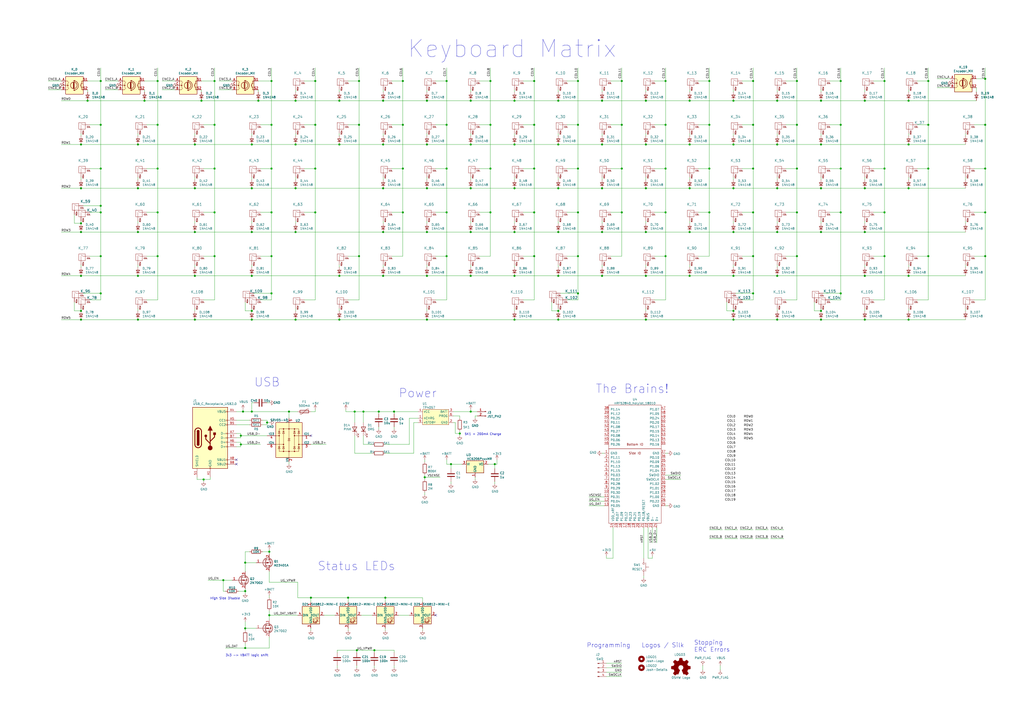
<source format=kicad_sch>
(kicad_sch (version 20210406) (generator eeschema)
  (paper "A2")
  (title_block (title "Entropy") (date "2021-04-17") (rev "0.3w") (company "Josh Johnson"))
  (junction (at 46.99 83.82) (diameter 1.016))
  (junction (at 46.99 109.22) (diameter 1.016))
  (junction (at 46.99 129.54) (diameter 1.016))
  (junction (at 46.99 134.62) (diameter 1.016))
  (junction (at 46.99 160.02) (diameter 1.016))
  (junction (at 46.99 180.34) (diameter 1.016))
  (junction (at 46.99 185.42) (diameter 1.016))
  (junction (at 50.8 58.42) (diameter 1.016))
  (junction (at 58.42 46.99) (diameter 1.016))
  (junction (at 58.42 72.39) (diameter 1.016))
  (junction (at 58.42 97.79) (diameter 1.016))
  (junction (at 58.42 119.38) (diameter 1.016))
  (junction (at 58.42 123.19) (diameter 1.016))
  (junction (at 58.42 148.59) (diameter 1.016))
  (junction (at 58.42 170.18) (diameter 1.016))
  (junction (at 80.01 83.82) (diameter 1.016))
  (junction (at 80.01 109.22) (diameter 1.016))
  (junction (at 80.01 134.62) (diameter 1.016))
  (junction (at 80.01 160.02) (diameter 1.016))
  (junction (at 80.01 185.42) (diameter 1.016))
  (junction (at 83.82 58.42) (diameter 1.016))
  (junction (at 91.44 46.99) (diameter 1.016))
  (junction (at 91.44 72.39) (diameter 1.016))
  (junction (at 91.44 97.79) (diameter 1.016))
  (junction (at 91.44 123.19) (diameter 1.016))
  (junction (at 91.44 148.59) (diameter 1.016))
  (junction (at 113.03 83.82) (diameter 1.016))
  (junction (at 113.03 109.22) (diameter 1.016))
  (junction (at 113.03 134.62) (diameter 1.016))
  (junction (at 113.03 160.02) (diameter 1.016))
  (junction (at 113.03 185.42) (diameter 1.016))
  (junction (at 116.84 58.42) (diameter 1.016))
  (junction (at 118.11 278.13) (diameter 1.016))
  (junction (at 124.46 46.99) (diameter 1.016))
  (junction (at 124.46 72.39) (diameter 1.016))
  (junction (at 124.46 97.79) (diameter 1.016))
  (junction (at 124.46 123.19) (diameter 1.016))
  (junction (at 124.46 148.59) (diameter 1.016))
  (junction (at 129.54 336.55) (diameter 1.016))
  (junction (at 139.7 252.73) (diameter 1.016))
  (junction (at 139.7 257.81) (diameter 1.016))
  (junction (at 140.97 238.76) (diameter 1.016))
  (junction (at 142.24 326.39) (diameter 1.016))
  (junction (at 142.24 342.9) (diameter 1.016))
  (junction (at 142.24 364.49) (diameter 1.016))
  (junction (at 142.24 375.92) (diameter 1.016))
  (junction (at 146.05 83.82) (diameter 1.016))
  (junction (at 146.05 109.22) (diameter 1.016))
  (junction (at 146.05 134.62) (diameter 1.016))
  (junction (at 146.05 160.02) (diameter 1.016))
  (junction (at 146.05 180.34) (diameter 1.016))
  (junction (at 146.05 185.42) (diameter 1.016))
  (junction (at 146.05 238.76) (diameter 1.016))
  (junction (at 149.86 58.42) (diameter 1.016))
  (junction (at 154.94 245.11) (diameter 1.016))
  (junction (at 156.21 320.04) (diameter 1.016))
  (junction (at 156.21 356.87) (diameter 1.016))
  (junction (at 157.48 46.99) (diameter 1.016))
  (junction (at 157.48 72.39) (diameter 1.016))
  (junction (at 157.48 97.79) (diameter 1.016))
  (junction (at 157.48 123.19) (diameter 1.016))
  (junction (at 157.48 148.59) (diameter 1.016))
  (junction (at 157.48 170.18) (diameter 1.016))
  (junction (at 167.64 238.76) (diameter 1.016))
  (junction (at 171.45 58.42) (diameter 1.016))
  (junction (at 171.45 83.82) (diameter 1.016))
  (junction (at 171.45 109.22) (diameter 1.016))
  (junction (at 171.45 134.62) (diameter 1.016))
  (junction (at 171.45 185.42) (diameter 1.016))
  (junction (at 180.34 346.71) (diameter 1.016))
  (junction (at 182.88 46.99) (diameter 1.016))
  (junction (at 182.88 72.39) (diameter 1.016))
  (junction (at 182.88 97.79) (diameter 1.016))
  (junction (at 182.88 123.19) (diameter 1.016))
  (junction (at 196.85 58.42) (diameter 1.016))
  (junction (at 196.85 83.82) (diameter 1.016))
  (junction (at 196.85 160.02) (diameter 1.016))
  (junction (at 196.85 185.42) (diameter 1.016))
  (junction (at 201.93 346.71) (diameter 1.016))
  (junction (at 205.74 238.76) (diameter 1.016))
  (junction (at 207.01 377.19) (diameter 1.016))
  (junction (at 208.28 46.99) (diameter 1.016))
  (junction (at 208.28 72.39) (diameter 1.016))
  (junction (at 208.28 148.59) (diameter 1.016))
  (junction (at 210.82 238.76) (diameter 1.016))
  (junction (at 217.17 377.19) (diameter 1.016))
  (junction (at 219.71 238.76) (diameter 1.016))
  (junction (at 222.25 58.42) (diameter 1.016))
  (junction (at 222.25 83.82) (diameter 1.016))
  (junction (at 222.25 109.22) (diameter 1.016))
  (junction (at 222.25 134.62) (diameter 1.016))
  (junction (at 222.25 160.02) (diameter 1.016))
  (junction (at 223.52 346.71) (diameter 1.016))
  (junction (at 228.6 238.76) (diameter 1.016))
  (junction (at 233.68 46.99) (diameter 1.016))
  (junction (at 233.68 72.39) (diameter 1.016))
  (junction (at 233.68 97.79) (diameter 1.016))
  (junction (at 233.68 123.19) (diameter 1.016))
  (junction (at 246.38 276.86) (diameter 1.016))
  (junction (at 247.65 58.42) (diameter 1.016))
  (junction (at 247.65 83.82) (diameter 1.016))
  (junction (at 247.65 109.22) (diameter 1.016))
  (junction (at 247.65 134.62) (diameter 1.016))
  (junction (at 247.65 160.02) (diameter 1.016))
  (junction (at 247.65 185.42) (diameter 1.016))
  (junction (at 259.08 46.99) (diameter 1.016))
  (junction (at 259.08 72.39) (diameter 1.016))
  (junction (at 259.08 97.79) (diameter 1.016))
  (junction (at 259.08 123.19) (diameter 1.016))
  (junction (at 259.08 148.59) (diameter 1.016))
  (junction (at 261.62 269.24) (diameter 1.016))
  (junction (at 266.7 251.46) (diameter 1.016))
  (junction (at 273.05 58.42) (diameter 1.016))
  (junction (at 273.05 83.82) (diameter 1.016))
  (junction (at 273.05 109.22) (diameter 1.016))
  (junction (at 273.05 134.62) (diameter 1.016))
  (junction (at 273.05 160.02) (diameter 1.016))
  (junction (at 273.05 238.76) (diameter 1.016))
  (junction (at 284.48 46.99) (diameter 1.016))
  (junction (at 284.48 72.39) (diameter 1.016))
  (junction (at 284.48 97.79) (diameter 1.016))
  (junction (at 284.48 123.19) (diameter 1.016))
  (junction (at 287.02 269.24) (diameter 1.016))
  (junction (at 298.45 58.42) (diameter 1.016))
  (junction (at 298.45 83.82) (diameter 1.016))
  (junction (at 298.45 109.22) (diameter 1.016))
  (junction (at 298.45 134.62) (diameter 1.016))
  (junction (at 298.45 160.02) (diameter 1.016))
  (junction (at 298.45 185.42) (diameter 1.016))
  (junction (at 309.88 46.99) (diameter 1.016))
  (junction (at 309.88 72.39) (diameter 1.016))
  (junction (at 309.88 97.79) (diameter 1.016))
  (junction (at 309.88 123.19) (diameter 1.016))
  (junction (at 309.88 148.59) (diameter 1.016))
  (junction (at 323.85 58.42) (diameter 1.016))
  (junction (at 323.85 83.82) (diameter 1.016))
  (junction (at 323.85 109.22) (diameter 1.016))
  (junction (at 323.85 134.62) (diameter 1.016))
  (junction (at 323.85 160.02) (diameter 1.016))
  (junction (at 323.85 180.34) (diameter 1.016))
  (junction (at 323.85 185.42) (diameter 1.016))
  (junction (at 335.28 46.99) (diameter 1.016))
  (junction (at 335.28 72.39) (diameter 1.016))
  (junction (at 335.28 97.79) (diameter 1.016))
  (junction (at 335.28 123.19) (diameter 1.016))
  (junction (at 335.28 148.59) (diameter 1.016))
  (junction (at 335.28 170.18) (diameter 1.016))
  (junction (at 349.25 58.42) (diameter 1.016))
  (junction (at 349.25 83.82) (diameter 1.016))
  (junction (at 349.25 109.22) (diameter 1.016))
  (junction (at 349.25 134.62) (diameter 1.016))
  (junction (at 349.25 160.02) (diameter 1.016))
  (junction (at 360.68 46.99) (diameter 1.016))
  (junction (at 360.68 72.39) (diameter 1.016))
  (junction (at 360.68 97.79) (diameter 1.016))
  (junction (at 360.68 123.19) (diameter 1.016))
  (junction (at 374.65 58.42) (diameter 1.016))
  (junction (at 374.65 83.82) (diameter 1.016))
  (junction (at 374.65 109.22) (diameter 1.016))
  (junction (at 374.65 134.62) (diameter 1.016))
  (junction (at 374.65 160.02) (diameter 1.016))
  (junction (at 374.65 185.42) (diameter 1.016))
  (junction (at 386.08 46.99) (diameter 1.016))
  (junction (at 386.08 72.39) (diameter 1.016))
  (junction (at 386.08 97.79) (diameter 1.016))
  (junction (at 386.08 123.19) (diameter 1.016))
  (junction (at 386.08 148.59) (diameter 1.016))
  (junction (at 400.05 58.42) (diameter 1.016))
  (junction (at 400.05 83.82) (diameter 1.016))
  (junction (at 400.05 109.22) (diameter 1.016))
  (junction (at 400.05 134.62) (diameter 1.016))
  (junction (at 400.05 160.02) (diameter 1.016))
  (junction (at 411.48 46.99) (diameter 1.016))
  (junction (at 411.48 72.39) (diameter 1.016))
  (junction (at 411.48 97.79) (diameter 1.016))
  (junction (at 411.48 123.19) (diameter 1.016))
  (junction (at 425.45 58.42) (diameter 1.016))
  (junction (at 425.45 83.82) (diameter 1.016))
  (junction (at 425.45 109.22) (diameter 1.016))
  (junction (at 425.45 134.62) (diameter 1.016))
  (junction (at 425.45 160.02) (diameter 1.016))
  (junction (at 425.45 180.34) (diameter 1.016))
  (junction (at 425.45 185.42) (diameter 1.016))
  (junction (at 436.88 46.99) (diameter 1.016))
  (junction (at 436.88 72.39) (diameter 1.016))
  (junction (at 436.88 97.79) (diameter 1.016))
  (junction (at 436.88 123.19) (diameter 1.016))
  (junction (at 436.88 148.59) (diameter 1.016))
  (junction (at 436.88 170.18) (diameter 1.016))
  (junction (at 450.85 58.42) (diameter 1.016))
  (junction (at 450.85 83.82) (diameter 1.016))
  (junction (at 450.85 109.22) (diameter 1.016))
  (junction (at 450.85 134.62) (diameter 1.016))
  (junction (at 450.85 160.02) (diameter 1.016))
  (junction (at 450.85 185.42) (diameter 1.016))
  (junction (at 462.28 46.99) (diameter 1.016))
  (junction (at 462.28 72.39) (diameter 1.016))
  (junction (at 462.28 97.79) (diameter 1.016))
  (junction (at 462.28 123.19) (diameter 1.016))
  (junction (at 462.28 148.59) (diameter 1.016))
  (junction (at 476.25 58.42) (diameter 1.016))
  (junction (at 476.25 83.82) (diameter 1.016))
  (junction (at 476.25 109.22) (diameter 1.016))
  (junction (at 476.25 134.62) (diameter 1.016))
  (junction (at 476.25 180.34) (diameter 1.016))
  (junction (at 476.25 185.42) (diameter 1.016))
  (junction (at 487.68 46.99) (diameter 1.016))
  (junction (at 487.68 72.39) (diameter 1.016))
  (junction (at 487.68 97.79) (diameter 1.016))
  (junction (at 487.68 123.19) (diameter 1.016))
  (junction (at 487.68 170.18) (diameter 1.016))
  (junction (at 501.65 58.42) (diameter 1.016))
  (junction (at 501.65 109.22) (diameter 1.016))
  (junction (at 501.65 134.62) (diameter 1.016))
  (junction (at 501.65 160.02) (diameter 1.016))
  (junction (at 501.65 185.42) (diameter 1.016))
  (junction (at 513.08 46.99) (diameter 1.016))
  (junction (at 513.08 97.79) (diameter 1.016))
  (junction (at 513.08 123.19) (diameter 1.016))
  (junction (at 513.08 148.59) (diameter 1.016))
  (junction (at 527.05 58.42) (diameter 1.016))
  (junction (at 527.05 83.82) (diameter 1.016))
  (junction (at 527.05 109.22) (diameter 1.016))
  (junction (at 527.05 160.02) (diameter 1.016))
  (junction (at 527.05 185.42) (diameter 1.016))
  (junction (at 538.48 46.99) (diameter 1.016))
  (junction (at 538.48 72.39) (diameter 1.016))
  (junction (at 538.48 97.79) (diameter 1.016))
  (junction (at 538.48 148.59) (diameter 1.016))
  (junction (at 571.5 45.72) (diameter 1.016))
  (junction (at 571.5 72.39) (diameter 1.016))
  (junction (at 571.5 97.79) (diameter 1.016))
  (junction (at 571.5 123.19) (diameter 1.016))
  (junction (at 571.5 148.59) (diameter 1.016))
  (no_connect (at 137.16 266.7))
  (no_connect (at 137.16 269.24))
  (no_connect (at 180.34 252.73))
  (no_connect (at 252.73 356.87))
  (wire (pts (xy 35.56 46.99) (xy 27.94 46.99)))
  (wire (pts (xy 35.56 52.07) (xy 27.94 52.07)))
  (wire (pts (xy 35.56 58.42) (xy 50.8 58.42)))
  (wire (pts (xy 35.56 83.82) (xy 46.99 83.82)))
  (wire (pts (xy 35.56 109.22) (xy 46.99 109.22)))
  (wire (pts (xy 35.56 185.42) (xy 46.99 185.42)))
  (wire (pts (xy 36.83 49.53) (xy 35.56 49.53)))
  (wire (pts (xy 43.18 124.46) (xy 43.18 129.54)))
  (wire (pts (xy 43.18 129.54) (xy 46.99 129.54)))
  (wire (pts (xy 43.18 175.26) (xy 43.18 180.34)))
  (wire (pts (xy 43.18 180.34) (xy 46.99 180.34)))
  (wire (pts (xy 46.99 77.47) (xy 46.99 78.74)))
  (wire (pts (xy 46.99 83.82) (xy 80.01 83.82)))
  (wire (pts (xy 46.99 102.87) (xy 46.99 104.14)))
  (wire (pts (xy 46.99 109.22) (xy 80.01 109.22)))
  (wire (pts (xy 46.99 128.27) (xy 46.99 129.54)))
  (wire (pts (xy 46.99 134.62) (xy 35.56 134.62)))
  (wire (pts (xy 46.99 134.62) (xy 80.01 134.62)))
  (wire (pts (xy 46.99 153.67) (xy 46.99 154.94)))
  (wire (pts (xy 46.99 160.02) (xy 35.56 160.02)))
  (wire (pts (xy 46.99 160.02) (xy 80.01 160.02)))
  (wire (pts (xy 46.99 179.07) (xy 46.99 180.34)))
  (wire (pts (xy 46.99 185.42) (xy 80.01 185.42)))
  (wire (pts (xy 48.26 119.38) (xy 58.42 119.38)))
  (wire (pts (xy 48.26 170.18) (xy 58.42 170.18)))
  (wire (pts (xy 50.8 46.99) (xy 58.42 46.99)))
  (wire (pts (xy 50.8 52.07) (xy 50.8 53.34)))
  (wire (pts (xy 52.07 72.39) (xy 58.42 72.39)))
  (wire (pts (xy 52.07 97.79) (xy 58.42 97.79)))
  (wire (pts (xy 52.07 123.19) (xy 58.42 123.19)))
  (wire (pts (xy 52.07 148.59) (xy 58.42 148.59)))
  (wire (pts (xy 52.07 173.99) (xy 58.42 173.99)))
  (wire (pts (xy 58.42 39.37) (xy 58.42 46.99)))
  (wire (pts (xy 58.42 46.99) (xy 58.42 72.39)))
  (wire (pts (xy 58.42 97.79) (xy 58.42 72.39)))
  (wire (pts (xy 58.42 119.38) (xy 58.42 97.79)))
  (wire (pts (xy 58.42 123.19) (xy 58.42 119.38)))
  (wire (pts (xy 58.42 148.59) (xy 58.42 123.19)))
  (wire (pts (xy 58.42 148.59) (xy 58.42 170.18)))
  (wire (pts (xy 58.42 170.18) (xy 58.42 173.99)))
  (wire (pts (xy 68.58 46.99) (xy 60.96 46.99)))
  (wire (pts (xy 68.58 52.07) (xy 60.96 52.07)))
  (wire (pts (xy 69.85 49.53) (xy 68.58 49.53)))
  (wire (pts (xy 80.01 77.47) (xy 80.01 78.74)))
  (wire (pts (xy 80.01 83.82) (xy 113.03 83.82)))
  (wire (pts (xy 80.01 102.87) (xy 80.01 104.14)))
  (wire (pts (xy 80.01 109.22) (xy 113.03 109.22)))
  (wire (pts (xy 80.01 128.27) (xy 80.01 129.54)))
  (wire (pts (xy 80.01 134.62) (xy 113.03 134.62)))
  (wire (pts (xy 80.01 153.67) (xy 80.01 154.94)))
  (wire (pts (xy 80.01 160.02) (xy 113.03 160.02)))
  (wire (pts (xy 80.01 179.07) (xy 80.01 180.34)))
  (wire (pts (xy 80.01 185.42) (xy 113.03 185.42)))
  (wire (pts (xy 83.82 46.99) (xy 91.44 46.99)))
  (wire (pts (xy 83.82 52.07) (xy 83.82 53.34)))
  (wire (pts (xy 83.82 58.42) (xy 50.8 58.42)))
  (wire (pts (xy 83.82 58.42) (xy 116.84 58.42)))
  (wire (pts (xy 85.09 72.39) (xy 91.44 72.39)))
  (wire (pts (xy 85.09 97.79) (xy 91.44 97.79)))
  (wire (pts (xy 85.09 123.19) (xy 91.44 123.19)))
  (wire (pts (xy 85.09 148.59) (xy 91.44 148.59)))
  (wire (pts (xy 85.09 173.99) (xy 91.44 173.99)))
  (wire (pts (xy 91.44 39.37) (xy 91.44 46.99)))
  (wire (pts (xy 91.44 46.99) (xy 91.44 72.39)))
  (wire (pts (xy 91.44 97.79) (xy 91.44 72.39)))
  (wire (pts (xy 91.44 123.19) (xy 91.44 97.79)))
  (wire (pts (xy 91.44 148.59) (xy 91.44 123.19)))
  (wire (pts (xy 91.44 173.99) (xy 91.44 148.59)))
  (wire (pts (xy 101.6 46.99) (xy 93.98 46.99)))
  (wire (pts (xy 101.6 52.07) (xy 93.98 52.07)))
  (wire (pts (xy 102.87 49.53) (xy 101.6 49.53)))
  (wire (pts (xy 113.03 77.47) (xy 113.03 78.74)))
  (wire (pts (xy 113.03 83.82) (xy 146.05 83.82)))
  (wire (pts (xy 113.03 102.87) (xy 113.03 104.14)))
  (wire (pts (xy 113.03 109.22) (xy 146.05 109.22)))
  (wire (pts (xy 113.03 128.27) (xy 113.03 129.54)))
  (wire (pts (xy 113.03 134.62) (xy 146.05 134.62)))
  (wire (pts (xy 113.03 153.67) (xy 113.03 154.94)))
  (wire (pts (xy 113.03 160.02) (xy 146.05 160.02)))
  (wire (pts (xy 113.03 179.07) (xy 113.03 180.34)))
  (wire (pts (xy 113.03 185.42) (xy 146.05 185.42)))
  (wire (pts (xy 114.3 278.13) (xy 114.3 276.86)))
  (wire (pts (xy 116.84 46.99) (xy 124.46 46.99)))
  (wire (pts (xy 116.84 52.07) (xy 116.84 53.34)))
  (wire (pts (xy 116.84 58.42) (xy 149.86 58.42)))
  (wire (pts (xy 118.11 72.39) (xy 124.46 72.39)))
  (wire (pts (xy 118.11 97.79) (xy 124.46 97.79)))
  (wire (pts (xy 118.11 123.19) (xy 124.46 123.19)))
  (wire (pts (xy 118.11 148.59) (xy 124.46 148.59)))
  (wire (pts (xy 118.11 173.99) (xy 124.46 173.99)))
  (wire (pts (xy 118.11 278.13) (xy 114.3 278.13)))
  (wire (pts (xy 118.11 278.13) (xy 118.11 279.4)))
  (wire (pts (xy 120.65 336.55) (xy 129.54 336.55)))
  (wire (pts (xy 121.92 276.86) (xy 121.92 278.13)))
  (wire (pts (xy 121.92 278.13) (xy 118.11 278.13)))
  (wire (pts (xy 124.46 39.37) (xy 124.46 46.99)))
  (wire (pts (xy 124.46 46.99) (xy 124.46 72.39)))
  (wire (pts (xy 124.46 97.79) (xy 124.46 72.39)))
  (wire (pts (xy 124.46 123.19) (xy 124.46 97.79)))
  (wire (pts (xy 124.46 148.59) (xy 124.46 123.19)))
  (wire (pts (xy 124.46 173.99) (xy 124.46 148.59)))
  (wire (pts (xy 129.54 336.55) (xy 134.62 336.55)))
  (wire (pts (xy 129.54 342.9) (xy 129.54 336.55)))
  (wire (pts (xy 129.54 342.9) (xy 130.81 342.9)))
  (wire (pts (xy 130.81 375.92) (xy 142.24 375.92)))
  (wire (pts (xy 134.62 46.99) (xy 127 46.99)))
  (wire (pts (xy 134.62 52.07) (xy 127 52.07)))
  (wire (pts (xy 135.89 49.53) (xy 134.62 49.53)))
  (wire (pts (xy 137.16 238.76) (xy 140.97 238.76)))
  (wire (pts (xy 137.16 251.46) (xy 139.7 251.46)))
  (wire (pts (xy 137.16 256.54) (xy 139.7 256.54)))
  (wire (pts (xy 138.43 342.9) (xy 142.24 342.9)))
  (wire (pts (xy 139.7 251.46) (xy 139.7 252.73)))
  (wire (pts (xy 139.7 252.73) (xy 139.7 254)))
  (wire (pts (xy 139.7 252.73) (xy 154.94 252.73)))
  (wire (pts (xy 139.7 254) (xy 137.16 254)))
  (wire (pts (xy 139.7 256.54) (xy 139.7 257.81)))
  (wire (pts (xy 139.7 257.81) (xy 139.7 259.08)))
  (wire (pts (xy 139.7 257.81) (xy 151.13 257.81)))
  (wire (pts (xy 139.7 259.08) (xy 137.16 259.08)))
  (wire (pts (xy 140.97 237.49) (xy 140.97 238.76)))
  (wire (pts (xy 140.97 238.76) (xy 146.05 238.76)))
  (wire (pts (xy 142.24 175.26) (xy 142.24 180.34)))
  (wire (pts (xy 142.24 180.34) (xy 146.05 180.34)))
  (wire (pts (xy 142.24 320.04) (xy 142.24 326.39)))
  (wire (pts (xy 142.24 320.04) (xy 144.78 320.04)))
  (wire (pts (xy 142.24 326.39) (xy 142.24 331.47)))
  (wire (pts (xy 142.24 326.39) (xy 148.59 326.39)))
  (wire (pts (xy 142.24 341.63) (xy 142.24 342.9)))
  (wire (pts (xy 142.24 342.9) (xy 142.24 344.17)))
  (wire (pts (xy 142.24 364.49) (xy 142.24 360.68)))
  (wire (pts (xy 142.24 364.49) (xy 148.59 364.49)))
  (wire (pts (xy 142.24 365.76) (xy 142.24 364.49)))
  (wire (pts (xy 142.24 373.38) (xy 142.24 375.92)))
  (wire (pts (xy 144.78 243.84) (xy 137.16 243.84)))
  (wire (pts (xy 144.78 246.38) (xy 137.16 246.38)))
  (wire (pts (xy 146.05 77.47) (xy 146.05 78.74)))
  (wire (pts (xy 146.05 83.82) (xy 171.45 83.82)))
  (wire (pts (xy 146.05 102.87) (xy 146.05 104.14)))
  (wire (pts (xy 146.05 109.22) (xy 171.45 109.22)))
  (wire (pts (xy 146.05 128.27) (xy 146.05 129.54)))
  (wire (pts (xy 146.05 134.62) (xy 171.45 134.62)))
  (wire (pts (xy 146.05 153.67) (xy 146.05 154.94)))
  (wire (pts (xy 146.05 160.02) (xy 196.85 160.02)))
  (wire (pts (xy 146.05 179.07) (xy 146.05 180.34)))
  (wire (pts (xy 146.05 185.42) (xy 171.45 185.42)))
  (wire (pts (xy 146.05 233.68) (xy 146.05 238.76)))
  (wire (pts (xy 146.05 238.76) (xy 167.64 238.76)))
  (wire (pts (xy 147.32 170.18) (xy 157.48 170.18)))
  (wire (pts (xy 147.32 233.68) (xy 146.05 233.68)))
  (wire (pts (xy 149.86 46.99) (xy 157.48 46.99)))
  (wire (pts (xy 149.86 52.07) (xy 149.86 53.34)))
  (wire (pts (xy 149.86 58.42) (xy 171.45 58.42)))
  (wire (pts (xy 151.13 72.39) (xy 157.48 72.39)))
  (wire (pts (xy 151.13 97.79) (xy 157.48 97.79)))
  (wire (pts (xy 151.13 123.19) (xy 157.48 123.19)))
  (wire (pts (xy 151.13 148.59) (xy 157.48 148.59)))
  (wire (pts (xy 151.13 173.99) (xy 157.48 173.99)))
  (wire (pts (xy 152.4 243.84) (xy 154.94 243.84)))
  (wire (pts (xy 152.4 246.38) (xy 154.94 246.38)))
  (wire (pts (xy 152.4 320.04) (xy 156.21 320.04)))
  (wire (pts (xy 154.94 233.68) (xy 156.21 233.68)))
  (wire (pts (xy 154.94 243.84) (xy 154.94 245.11)))
  (wire (pts (xy 154.94 245.11) (xy 154.94 246.38)))
  (wire (pts (xy 156.21 245.11) (xy 154.94 245.11)))
  (wire (pts (xy 156.21 318.77) (xy 156.21 320.04)))
  (wire (pts (xy 156.21 320.04) (xy 156.21 321.31)))
  (wire (pts (xy 156.21 331.47) (xy 156.21 337.82)))
  (wire (pts (xy 156.21 337.82) (xy 172.72 337.82)))
  (wire (pts (xy 156.21 346.71) (xy 156.21 345.44)))
  (wire (pts (xy 156.21 356.87) (xy 156.21 354.33)))
  (wire (pts (xy 156.21 356.87) (xy 172.72 356.87)))
  (wire (pts (xy 156.21 359.41) (xy 156.21 356.87)))
  (wire (pts (xy 156.21 369.57) (xy 156.21 375.92)))
  (wire (pts (xy 156.21 375.92) (xy 142.24 375.92)))
  (wire (pts (xy 157.48 39.37) (xy 157.48 46.99)))
  (wire (pts (xy 157.48 46.99) (xy 157.48 72.39)))
  (wire (pts (xy 157.48 97.79) (xy 157.48 72.39)))
  (wire (pts (xy 157.48 123.19) (xy 157.48 97.79)))
  (wire (pts (xy 157.48 148.59) (xy 157.48 123.19)))
  (wire (pts (xy 157.48 170.18) (xy 157.48 148.59)))
  (wire (pts (xy 157.48 173.99) (xy 157.48 170.18)))
  (wire (pts (xy 167.64 238.76) (xy 167.64 242.57)))
  (wire (pts (xy 167.64 267.97) (xy 167.64 269.24)))
  (wire (pts (xy 171.45 52.07) (xy 171.45 53.34)))
  (wire (pts (xy 171.45 58.42) (xy 196.85 58.42)))
  (wire (pts (xy 171.45 77.47) (xy 171.45 78.74)))
  (wire (pts (xy 171.45 83.82) (xy 196.85 83.82)))
  (wire (pts (xy 171.45 102.87) (xy 171.45 104.14)))
  (wire (pts (xy 171.45 109.22) (xy 222.25 109.22)))
  (wire (pts (xy 171.45 128.27) (xy 171.45 129.54)))
  (wire (pts (xy 171.45 134.62) (xy 222.25 134.62)))
  (wire (pts (xy 171.45 179.07) (xy 171.45 180.34)))
  (wire (pts (xy 171.45 185.42) (xy 196.85 185.42)))
  (wire (pts (xy 172.72 238.76) (xy 167.64 238.76)))
  (wire (pts (xy 172.72 346.71) (xy 172.72 337.82)))
  (wire (pts (xy 172.72 346.71) (xy 180.34 346.71)))
  (wire (pts (xy 176.53 46.99) (xy 182.88 46.99)))
  (wire (pts (xy 176.53 72.39) (xy 182.88 72.39)))
  (wire (pts (xy 176.53 97.79) (xy 182.88 97.79)))
  (wire (pts (xy 176.53 123.19) (xy 182.88 123.19)))
  (wire (pts (xy 176.53 173.99) (xy 182.88 173.99)))
  (wire (pts (xy 180.34 238.76) (xy 182.88 238.76)))
  (wire (pts (xy 180.34 257.81) (xy 189.23 257.81)))
  (wire (pts (xy 180.34 346.71) (xy 180.34 349.25)))
  (wire (pts (xy 180.34 346.71) (xy 201.93 346.71)))
  (wire (pts (xy 180.34 364.49) (xy 180.34 365.76)))
  (wire (pts (xy 182.88 39.37) (xy 182.88 46.99)))
  (wire (pts (xy 182.88 46.99) (xy 182.88 72.39)))
  (wire (pts (xy 182.88 97.79) (xy 182.88 72.39)))
  (wire (pts (xy 182.88 123.19) (xy 182.88 97.79)))
  (wire (pts (xy 182.88 173.99) (xy 182.88 123.19)))
  (wire (pts (xy 182.88 237.49) (xy 182.88 238.76)))
  (wire (pts (xy 194.31 356.87) (xy 187.96 356.87)))
  (wire (pts (xy 195.58 377.19) (xy 207.01 377.19)))
  (wire (pts (xy 195.58 378.46) (xy 195.58 377.19)))
  (wire (pts (xy 195.58 387.35) (xy 195.58 386.08)))
  (wire (pts (xy 196.85 52.07) (xy 196.85 53.34)))
  (wire (pts (xy 196.85 58.42) (xy 222.25 58.42)))
  (wire (pts (xy 196.85 77.47) (xy 196.85 78.74)))
  (wire (pts (xy 196.85 83.82) (xy 222.25 83.82)))
  (wire (pts (xy 196.85 153.67) (xy 196.85 154.94)))
  (wire (pts (xy 196.85 160.02) (xy 222.25 160.02)))
  (wire (pts (xy 196.85 179.07) (xy 196.85 180.34)))
  (wire (pts (xy 196.85 185.42) (xy 247.65 185.42)))
  (wire (pts (xy 200.66 237.49) (xy 200.66 238.76)))
  (wire (pts (xy 200.66 238.76) (xy 205.74 238.76)))
  (wire (pts (xy 201.93 46.99) (xy 208.28 46.99)))
  (wire (pts (xy 201.93 72.39) (xy 208.28 72.39)))
  (wire (pts (xy 201.93 148.59) (xy 208.28 148.59)))
  (wire (pts (xy 201.93 173.99) (xy 208.28 173.99)))
  (wire (pts (xy 201.93 346.71) (xy 201.93 349.25)))
  (wire (pts (xy 201.93 346.71) (xy 223.52 346.71)))
  (wire (pts (xy 201.93 364.49) (xy 201.93 365.76)))
  (wire (pts (xy 205.74 238.76) (xy 205.74 245.11)))
  (wire (pts (xy 205.74 238.76) (xy 210.82 238.76)))
  (wire (pts (xy 205.74 252.73) (xy 205.74 262.89)))
  (wire (pts (xy 205.74 262.89) (xy 215.9 262.89)))
  (wire (pts (xy 207.01 377.19) (xy 217.17 377.19)))
  (wire (pts (xy 207.01 378.46) (xy 207.01 377.19)))
  (wire (pts (xy 207.01 387.35) (xy 207.01 386.08)))
  (wire (pts (xy 208.28 39.37) (xy 208.28 46.99)))
  (wire (pts (xy 208.28 46.99) (xy 208.28 72.39)))
  (wire (pts (xy 208.28 148.59) (xy 208.28 72.39)))
  (wire (pts (xy 208.28 173.99) (xy 208.28 148.59)))
  (wire (pts (xy 210.82 238.76) (xy 210.82 245.11)))
  (wire (pts (xy 210.82 238.76) (xy 219.71 238.76)))
  (wire (pts (xy 210.82 252.73) (xy 210.82 257.81)))
  (wire (pts (xy 210.82 257.81) (xy 215.9 257.81)))
  (wire (pts (xy 215.9 356.87) (xy 209.55 356.87)))
  (wire (pts (xy 217.17 377.19) (xy 228.6 377.19)))
  (wire (pts (xy 217.17 378.46) (xy 217.17 377.19)))
  (wire (pts (xy 217.17 387.35) (xy 217.17 386.08)))
  (wire (pts (xy 219.71 238.76) (xy 228.6 238.76)))
  (wire (pts (xy 219.71 240.03) (xy 219.71 238.76)))
  (wire (pts (xy 219.71 247.65) (xy 219.71 248.92)))
  (wire (pts (xy 222.25 52.07) (xy 222.25 53.34)))
  (wire (pts (xy 222.25 58.42) (xy 247.65 58.42)))
  (wire (pts (xy 222.25 77.47) (xy 222.25 78.74)))
  (wire (pts (xy 222.25 83.82) (xy 247.65 83.82)))
  (wire (pts (xy 222.25 102.87) (xy 222.25 104.14)))
  (wire (pts (xy 222.25 109.22) (xy 247.65 109.22)))
  (wire (pts (xy 222.25 128.27) (xy 222.25 129.54)))
  (wire (pts (xy 222.25 134.62) (xy 247.65 134.62)))
  (wire (pts (xy 222.25 153.67) (xy 222.25 154.94)))
  (wire (pts (xy 222.25 160.02) (xy 247.65 160.02)))
  (wire (pts (xy 223.52 257.81) (xy 237.49 257.81)))
  (wire (pts (xy 223.52 262.89) (xy 240.03 262.89)))
  (wire (pts (xy 223.52 346.71) (xy 223.52 349.25)))
  (wire (pts (xy 223.52 346.71) (xy 245.11 346.71)))
  (wire (pts (xy 223.52 364.49) (xy 223.52 365.76)))
  (wire (pts (xy 227.33 46.99) (xy 233.68 46.99)))
  (wire (pts (xy 227.33 72.39) (xy 233.68 72.39)))
  (wire (pts (xy 227.33 97.79) (xy 233.68 97.79)))
  (wire (pts (xy 227.33 123.19) (xy 233.68 123.19)))
  (wire (pts (xy 227.33 148.59) (xy 233.68 148.59)))
  (wire (pts (xy 228.6 238.76) (xy 242.57 238.76)))
  (wire (pts (xy 228.6 240.03) (xy 228.6 238.76)))
  (wire (pts (xy 228.6 247.65) (xy 228.6 248.92)))
  (wire (pts (xy 228.6 378.46) (xy 228.6 377.19)))
  (wire (pts (xy 228.6 387.35) (xy 228.6 386.08)))
  (wire (pts (xy 233.68 39.37) (xy 233.68 46.99)))
  (wire (pts (xy 233.68 46.99) (xy 233.68 72.39)))
  (wire (pts (xy 233.68 97.79) (xy 233.68 72.39)))
  (wire (pts (xy 233.68 123.19) (xy 233.68 97.79)))
  (wire (pts (xy 233.68 148.59) (xy 233.68 123.19)))
  (wire (pts (xy 237.49 242.57) (xy 242.57 242.57)))
  (wire (pts (xy 237.49 257.81) (xy 237.49 242.57)))
  (wire (pts (xy 237.49 356.87) (xy 231.14 356.87)))
  (wire (pts (xy 240.03 245.11) (xy 240.03 262.89)))
  (wire (pts (xy 242.57 245.11) (xy 240.03 245.11)))
  (wire (pts (xy 245.11 346.71) (xy 245.11 349.25)))
  (wire (pts (xy 245.11 364.49) (xy 245.11 365.76)))
  (wire (pts (xy 246.38 266.7) (xy 246.38 267.97)))
  (wire (pts (xy 246.38 275.59) (xy 246.38 276.86)))
  (wire (pts (xy 246.38 276.86) (xy 246.38 278.13)))
  (wire (pts (xy 246.38 276.86) (xy 255.27 276.86)))
  (wire (pts (xy 246.38 285.75) (xy 246.38 287.02)))
  (wire (pts (xy 247.65 52.07) (xy 247.65 53.34)))
  (wire (pts (xy 247.65 58.42) (xy 273.05 58.42)))
  (wire (pts (xy 247.65 77.47) (xy 247.65 78.74)))
  (wire (pts (xy 247.65 83.82) (xy 273.05 83.82)))
  (wire (pts (xy 247.65 102.87) (xy 247.65 104.14)))
  (wire (pts (xy 247.65 109.22) (xy 273.05 109.22)))
  (wire (pts (xy 247.65 128.27) (xy 247.65 129.54)))
  (wire (pts (xy 247.65 134.62) (xy 273.05 134.62)))
  (wire (pts (xy 247.65 153.67) (xy 247.65 154.94)))
  (wire (pts (xy 247.65 160.02) (xy 273.05 160.02)))
  (wire (pts (xy 247.65 179.07) (xy 247.65 180.34)))
  (wire (pts (xy 247.65 185.42) (xy 298.45 185.42)))
  (wire (pts (xy 252.73 46.99) (xy 259.08 46.99)))
  (wire (pts (xy 252.73 72.39) (xy 259.08 72.39)))
  (wire (pts (xy 252.73 97.79) (xy 259.08 97.79)))
  (wire (pts (xy 252.73 123.19) (xy 259.08 123.19)))
  (wire (pts (xy 252.73 148.59) (xy 259.08 148.59)))
  (wire (pts (xy 252.73 173.99) (xy 259.08 173.99)))
  (wire (pts (xy 259.08 39.37) (xy 259.08 46.99)))
  (wire (pts (xy 259.08 46.99) (xy 259.08 72.39)))
  (wire (pts (xy 259.08 97.79) (xy 259.08 72.39)))
  (wire (pts (xy 259.08 123.19) (xy 259.08 97.79)))
  (wire (pts (xy 259.08 148.59) (xy 259.08 123.19)))
  (wire (pts (xy 259.08 173.99) (xy 259.08 148.59)))
  (wire (pts (xy 259.08 266.7) (xy 259.08 269.24)))
  (wire (pts (xy 259.08 269.24) (xy 261.62 269.24)))
  (wire (pts (xy 261.62 269.24) (xy 261.62 271.78)))
  (wire (pts (xy 261.62 269.24) (xy 267.97 269.24)))
  (wire (pts (xy 261.62 280.67) (xy 261.62 279.4)))
  (wire (pts (xy 262.89 238.76) (xy 273.05 238.76)))
  (wire (pts (xy 262.89 241.3) (xy 266.7 241.3)))
  (wire (pts (xy 264.16 245.11) (xy 262.89 245.11)))
  (wire (pts (xy 264.16 251.46) (xy 264.16 245.11)))
  (wire (pts (xy 266.7 241.3) (xy 266.7 242.57)))
  (wire (pts (xy 266.7 250.19) (xy 266.7 251.46)))
  (wire (pts (xy 266.7 251.46) (xy 264.16 251.46)))
  (wire (pts (xy 266.7 251.46) (xy 266.7 252.73)))
  (wire (pts (xy 273.05 52.07) (xy 273.05 53.34)))
  (wire (pts (xy 273.05 58.42) (xy 298.45 58.42)))
  (wire (pts (xy 273.05 77.47) (xy 273.05 78.74)))
  (wire (pts (xy 273.05 83.82) (xy 298.45 83.82)))
  (wire (pts (xy 273.05 102.87) (xy 273.05 104.14)))
  (wire (pts (xy 273.05 109.22) (xy 298.45 109.22)))
  (wire (pts (xy 273.05 128.27) (xy 273.05 129.54)))
  (wire (pts (xy 273.05 134.62) (xy 298.45 134.62)))
  (wire (pts (xy 273.05 153.67) (xy 273.05 154.94)))
  (wire (pts (xy 273.05 160.02) (xy 298.45 160.02)))
  (wire (pts (xy 273.05 237.49) (xy 273.05 238.76)))
  (wire (pts (xy 273.05 238.76) (xy 276.86 238.76)))
  (wire (pts (xy 275.59 241.3) (xy 275.59 242.57)))
  (wire (pts (xy 275.59 276.86) (xy 275.59 278.13)))
  (wire (pts (xy 276.86 241.3) (xy 275.59 241.3)))
  (wire (pts (xy 278.13 46.99) (xy 284.48 46.99)))
  (wire (pts (xy 278.13 72.39) (xy 284.48 72.39)))
  (wire (pts (xy 278.13 97.79) (xy 284.48 97.79)))
  (wire (pts (xy 278.13 123.19) (xy 284.48 123.19)))
  (wire (pts (xy 278.13 148.59) (xy 284.48 148.59)))
  (wire (pts (xy 283.21 269.24) (xy 287.02 269.24)))
  (wire (pts (xy 284.48 39.37) (xy 284.48 46.99)))
  (wire (pts (xy 284.48 46.99) (xy 284.48 72.39)))
  (wire (pts (xy 284.48 97.79) (xy 284.48 72.39)))
  (wire (pts (xy 284.48 123.19) (xy 284.48 97.79)))
  (wire (pts (xy 284.48 148.59) (xy 284.48 123.19)))
  (wire (pts (xy 287.02 269.24) (xy 288.29 269.24)))
  (wire (pts (xy 287.02 271.78) (xy 287.02 269.24)))
  (wire (pts (xy 287.02 280.67) (xy 287.02 279.4)))
  (wire (pts (xy 288.29 269.24) (xy 288.29 266.7)))
  (wire (pts (xy 298.45 52.07) (xy 298.45 53.34)))
  (wire (pts (xy 298.45 58.42) (xy 323.85 58.42)))
  (wire (pts (xy 298.45 77.47) (xy 298.45 78.74)))
  (wire (pts (xy 298.45 83.82) (xy 323.85 83.82)))
  (wire (pts (xy 298.45 102.87) (xy 298.45 104.14)))
  (wire (pts (xy 298.45 109.22) (xy 323.85 109.22)))
  (wire (pts (xy 298.45 128.27) (xy 298.45 129.54)))
  (wire (pts (xy 298.45 134.62) (xy 323.85 134.62)))
  (wire (pts (xy 298.45 153.67) (xy 298.45 154.94)))
  (wire (pts (xy 298.45 160.02) (xy 323.85 160.02)))
  (wire (pts (xy 298.45 179.07) (xy 298.45 180.34)))
  (wire (pts (xy 298.45 185.42) (xy 323.85 185.42)))
  (wire (pts (xy 303.53 46.99) (xy 309.88 46.99)))
  (wire (pts (xy 303.53 72.39) (xy 309.88 72.39)))
  (wire (pts (xy 303.53 97.79) (xy 309.88 97.79)))
  (wire (pts (xy 303.53 123.19) (xy 309.88 123.19)))
  (wire (pts (xy 303.53 148.59) (xy 309.88 148.59)))
  (wire (pts (xy 303.53 173.99) (xy 309.88 173.99)))
  (wire (pts (xy 309.88 39.37) (xy 309.88 46.99)))
  (wire (pts (xy 309.88 46.99) (xy 309.88 72.39)))
  (wire (pts (xy 309.88 97.79) (xy 309.88 72.39)))
  (wire (pts (xy 309.88 123.19) (xy 309.88 97.79)))
  (wire (pts (xy 309.88 148.59) (xy 309.88 123.19)))
  (wire (pts (xy 309.88 173.99) (xy 309.88 148.59)))
  (wire (pts (xy 320.04 175.26) (xy 320.04 180.34)))
  (wire (pts (xy 320.04 180.34) (xy 323.85 180.34)))
  (wire (pts (xy 323.85 52.07) (xy 323.85 53.34)))
  (wire (pts (xy 323.85 58.42) (xy 349.25 58.42)))
  (wire (pts (xy 323.85 77.47) (xy 323.85 78.74)))
  (wire (pts (xy 323.85 83.82) (xy 349.25 83.82)))
  (wire (pts (xy 323.85 102.87) (xy 323.85 104.14)))
  (wire (pts (xy 323.85 109.22) (xy 349.25 109.22)))
  (wire (pts (xy 323.85 128.27) (xy 323.85 129.54)))
  (wire (pts (xy 323.85 134.62) (xy 349.25 134.62)))
  (wire (pts (xy 323.85 153.67) (xy 323.85 154.94)))
  (wire (pts (xy 323.85 160.02) (xy 349.25 160.02)))
  (wire (pts (xy 323.85 179.07) (xy 323.85 180.34)))
  (wire (pts (xy 323.85 185.42) (xy 374.65 185.42)))
  (wire (pts (xy 325.12 170.18) (xy 335.28 170.18)))
  (wire (pts (xy 328.93 46.99) (xy 335.28 46.99)))
  (wire (pts (xy 328.93 72.39) (xy 335.28 72.39)))
  (wire (pts (xy 328.93 97.79) (xy 335.28 97.79)))
  (wire (pts (xy 328.93 123.19) (xy 335.28 123.19)))
  (wire (pts (xy 328.93 148.59) (xy 335.28 148.59)))
  (wire (pts (xy 328.93 173.99) (xy 335.28 173.99)))
  (wire (pts (xy 335.28 39.37) (xy 335.28 46.99)))
  (wire (pts (xy 335.28 46.99) (xy 335.28 72.39)))
  (wire (pts (xy 335.28 97.79) (xy 335.28 72.39)))
  (wire (pts (xy 335.28 123.19) (xy 335.28 97.79)))
  (wire (pts (xy 335.28 148.59) (xy 335.28 123.19)))
  (wire (pts (xy 335.28 170.18) (xy 335.28 148.59)))
  (wire (pts (xy 335.28 173.99) (xy 335.28 170.18)))
  (wire (pts (xy 349.25 52.07) (xy 349.25 53.34)))
  (wire (pts (xy 349.25 58.42) (xy 374.65 58.42)))
  (wire (pts (xy 349.25 77.47) (xy 349.25 78.74)))
  (wire (pts (xy 349.25 83.82) (xy 374.65 83.82)))
  (wire (pts (xy 349.25 102.87) (xy 349.25 104.14)))
  (wire (pts (xy 349.25 109.22) (xy 374.65 109.22)))
  (wire (pts (xy 349.25 128.27) (xy 349.25 129.54)))
  (wire (pts (xy 349.25 134.62) (xy 374.65 134.62)))
  (wire (pts (xy 349.25 153.67) (xy 349.25 154.94)))
  (wire (pts (xy 349.25 160.02) (xy 374.65 160.02)))
  (wire (pts (xy 350.52 262.89) (xy 349.25 262.89)))
  (wire (pts (xy 350.52 288.29) (xy 341.63 288.29)))
  (wire (pts (xy 350.52 290.83) (xy 341.63 290.83)))
  (wire (pts (xy 350.52 293.37) (xy 341.63 293.37)))
  (wire (pts (xy 351.79 322.58) (xy 351.79 323.85)))
  (wire (pts (xy 351.79 323.85) (xy 355.6 323.85)))
  (wire (pts (xy 351.79 384.81) (xy 360.68 384.81)))
  (wire (pts (xy 351.79 389.89) (xy 360.68 389.89)))
  (wire (pts (xy 354.33 46.99) (xy 360.68 46.99)))
  (wire (pts (xy 354.33 72.39) (xy 360.68 72.39)))
  (wire (pts (xy 354.33 97.79) (xy 360.68 97.79)))
  (wire (pts (xy 354.33 123.19) (xy 360.68 123.19)))
  (wire (pts (xy 354.33 148.59) (xy 360.68 148.59)))
  (wire (pts (xy 355.6 306.07) (xy 355.6 323.85)))
  (wire (pts (xy 360.68 39.37) (xy 360.68 46.99)))
  (wire (pts (xy 360.68 46.99) (xy 360.68 72.39)))
  (wire (pts (xy 360.68 97.79) (xy 360.68 72.39)))
  (wire (pts (xy 360.68 123.19) (xy 360.68 97.79)))
  (wire (pts (xy 360.68 148.59) (xy 360.68 123.19)))
  (wire (pts (xy 360.68 387.35) (xy 351.79 387.35)))
  (wire (pts (xy 360.68 392.43) (xy 351.79 392.43)))
  (wire (pts (xy 373.38 306.07) (xy 373.38 323.85)))
  (wire (pts (xy 373.38 334.01) (xy 373.38 335.28)))
  (wire (pts (xy 374.65 52.07) (xy 374.65 53.34)))
  (wire (pts (xy 374.65 58.42) (xy 400.05 58.42)))
  (wire (pts (xy 374.65 77.47) (xy 374.65 78.74)))
  (wire (pts (xy 374.65 83.82) (xy 400.05 83.82)))
  (wire (pts (xy 374.65 102.87) (xy 374.65 104.14)))
  (wire (pts (xy 374.65 109.22) (xy 400.05 109.22)))
  (wire (pts (xy 374.65 128.27) (xy 374.65 129.54)))
  (wire (pts (xy 374.65 134.62) (xy 400.05 134.62)))
  (wire (pts (xy 374.65 153.67) (xy 374.65 154.94)))
  (wire (pts (xy 374.65 160.02) (xy 400.05 160.02)))
  (wire (pts (xy 374.65 179.07) (xy 374.65 180.34)))
  (wire (pts (xy 374.65 185.42) (xy 425.45 185.42)))
  (wire (pts (xy 375.92 323.85) (xy 375.92 306.07)))
  (wire (pts (xy 378.46 306.07) (xy 378.46 314.96)))
  (wire (pts (xy 378.46 322.58) (xy 378.46 323.85)))
  (wire (pts (xy 378.46 323.85) (xy 375.92 323.85)))
  (wire (pts (xy 379.73 46.99) (xy 386.08 46.99)))
  (wire (pts (xy 379.73 72.39) (xy 386.08 72.39)))
  (wire (pts (xy 379.73 97.79) (xy 386.08 97.79)))
  (wire (pts (xy 379.73 123.19) (xy 386.08 123.19)))
  (wire (pts (xy 379.73 148.59) (xy 386.08 148.59)))
  (wire (pts (xy 379.73 173.99) (xy 386.08 173.99)))
  (wire (pts (xy 381 306.07) (xy 381 314.96)))
  (wire (pts (xy 386.08 39.37) (xy 386.08 46.99)))
  (wire (pts (xy 386.08 46.99) (xy 386.08 72.39)))
  (wire (pts (xy 386.08 97.79) (xy 386.08 72.39)))
  (wire (pts (xy 386.08 123.19) (xy 386.08 97.79)))
  (wire (pts (xy 386.08 148.59) (xy 386.08 123.19)))
  (wire (pts (xy 386.08 173.99) (xy 386.08 148.59)))
  (wire (pts (xy 386.08 262.89) (xy 387.35 262.89)))
  (wire (pts (xy 386.08 293.37) (xy 387.35 293.37)))
  (wire (pts (xy 394.97 275.59) (xy 386.08 275.59)))
  (wire (pts (xy 394.97 278.13) (xy 386.08 278.13)))
  (wire (pts (xy 400.05 52.07) (xy 400.05 53.34)))
  (wire (pts (xy 400.05 58.42) (xy 425.45 58.42)))
  (wire (pts (xy 400.05 77.47) (xy 400.05 78.74)))
  (wire (pts (xy 400.05 83.82) (xy 425.45 83.82)))
  (wire (pts (xy 400.05 102.87) (xy 400.05 104.14)))
  (wire (pts (xy 400.05 109.22) (xy 425.45 109.22)))
  (wire (pts (xy 400.05 128.27) (xy 400.05 129.54)))
  (wire (pts (xy 400.05 134.62) (xy 425.45 134.62)))
  (wire (pts (xy 400.05 153.67) (xy 400.05 154.94)))
  (wire (pts (xy 400.05 160.02) (xy 425.45 160.02)))
  (wire (pts (xy 405.13 46.99) (xy 411.48 46.99)))
  (wire (pts (xy 405.13 72.39) (xy 411.48 72.39)))
  (wire (pts (xy 405.13 97.79) (xy 411.48 97.79)))
  (wire (pts (xy 405.13 123.19) (xy 411.48 123.19)))
  (wire (pts (xy 405.13 148.59) (xy 411.48 148.59)))
  (wire (pts (xy 407.67 386.08) (xy 407.67 388.62)))
  (wire (pts (xy 411.48 39.37) (xy 411.48 46.99)))
  (wire (pts (xy 411.48 46.99) (xy 411.48 72.39)))
  (wire (pts (xy 411.48 97.79) (xy 411.48 72.39)))
  (wire (pts (xy 411.48 123.19) (xy 411.48 97.79)))
  (wire (pts (xy 411.48 148.59) (xy 411.48 123.19)))
  (wire (pts (xy 417.83 388.62) (xy 417.83 386.08)))
  (wire (pts (xy 419.1 307.34) (xy 411.48 307.34)))
  (wire (pts (xy 419.1 312.42) (xy 411.48 312.42)))
  (wire (pts (xy 421.64 175.26) (xy 421.64 180.34)))
  (wire (pts (xy 421.64 180.34) (xy 425.45 180.34)))
  (wire (pts (xy 425.45 52.07) (xy 425.45 53.34)))
  (wire (pts (xy 425.45 58.42) (xy 450.85 58.42)))
  (wire (pts (xy 425.45 77.47) (xy 425.45 78.74)))
  (wire (pts (xy 425.45 83.82) (xy 450.85 83.82)))
  (wire (pts (xy 425.45 102.87) (xy 425.45 104.14)))
  (wire (pts (xy 425.45 109.22) (xy 450.85 109.22)))
  (wire (pts (xy 425.45 128.27) (xy 425.45 129.54)))
  (wire (pts (xy 425.45 134.62) (xy 450.85 134.62)))
  (wire (pts (xy 425.45 153.67) (xy 425.45 154.94)))
  (wire (pts (xy 425.45 160.02) (xy 450.85 160.02)))
  (wire (pts (xy 425.45 179.07) (xy 425.45 180.34)))
  (wire (pts (xy 425.45 185.42) (xy 450.85 185.42)))
  (wire (pts (xy 426.72 170.18) (xy 436.88 170.18)))
  (wire (pts (xy 427.99 307.34) (xy 420.37 307.34)))
  (wire (pts (xy 427.99 312.42) (xy 420.37 312.42)))
  (wire (pts (xy 430.53 46.99) (xy 436.88 46.99)))
  (wire (pts (xy 430.53 72.39) (xy 436.88 72.39)))
  (wire (pts (xy 430.53 97.79) (xy 436.88 97.79)))
  (wire (pts (xy 430.53 123.19) (xy 436.88 123.19)))
  (wire (pts (xy 430.53 148.59) (xy 436.88 148.59)))
  (wire (pts (xy 430.53 173.99) (xy 436.88 173.99)))
  (wire (pts (xy 436.88 39.37) (xy 436.88 46.99)))
  (wire (pts (xy 436.88 46.99) (xy 436.88 72.39)))
  (wire (pts (xy 436.88 97.79) (xy 436.88 72.39)))
  (wire (pts (xy 436.88 123.19) (xy 436.88 97.79)))
  (wire (pts (xy 436.88 148.59) (xy 436.88 123.19)))
  (wire (pts (xy 436.88 170.18) (xy 436.88 148.59)))
  (wire (pts (xy 436.88 173.99) (xy 436.88 170.18)))
  (wire (pts (xy 436.88 307.34) (xy 429.26 307.34)))
  (wire (pts (xy 436.88 312.42) (xy 429.26 312.42)))
  (wire (pts (xy 445.77 307.34) (xy 438.15 307.34)))
  (wire (pts (xy 445.77 312.42) (xy 438.15 312.42)))
  (wire (pts (xy 450.85 52.07) (xy 450.85 53.34)))
  (wire (pts (xy 450.85 58.42) (xy 476.25 58.42)))
  (wire (pts (xy 450.85 77.47) (xy 450.85 78.74)))
  (wire (pts (xy 450.85 83.82) (xy 476.25 83.82)))
  (wire (pts (xy 450.85 102.87) (xy 450.85 104.14)))
  (wire (pts (xy 450.85 109.22) (xy 476.25 109.22)))
  (wire (pts (xy 450.85 128.27) (xy 450.85 129.54)))
  (wire (pts (xy 450.85 134.62) (xy 476.25 134.62)))
  (wire (pts (xy 450.85 153.67) (xy 450.85 154.94)))
  (wire (pts (xy 450.85 160.02) (xy 501.65 160.02)))
  (wire (pts (xy 450.85 179.07) (xy 450.85 180.34)))
  (wire (pts (xy 450.85 185.42) (xy 476.25 185.42)))
  (wire (pts (xy 454.66 307.34) (xy 447.04 307.34)))
  (wire (pts (xy 454.66 312.42) (xy 447.04 312.42)))
  (wire (pts (xy 455.93 46.99) (xy 462.28 46.99)))
  (wire (pts (xy 455.93 72.39) (xy 462.28 72.39)))
  (wire (pts (xy 455.93 97.79) (xy 462.28 97.79)))
  (wire (pts (xy 455.93 123.19) (xy 462.28 123.19)))
  (wire (pts (xy 455.93 148.59) (xy 462.28 148.59)))
  (wire (pts (xy 455.93 173.99) (xy 462.28 173.99)))
  (wire (pts (xy 462.28 39.37) (xy 462.28 46.99)))
  (wire (pts (xy 462.28 46.99) (xy 462.28 72.39)))
  (wire (pts (xy 462.28 97.79) (xy 462.28 72.39)))
  (wire (pts (xy 462.28 123.19) (xy 462.28 97.79)))
  (wire (pts (xy 462.28 148.59) (xy 462.28 123.19)))
  (wire (pts (xy 462.28 173.99) (xy 462.28 148.59)))
  (wire (pts (xy 472.44 175.26) (xy 472.44 180.34)))
  (wire (pts (xy 472.44 180.34) (xy 476.25 180.34)))
  (wire (pts (xy 476.25 52.07) (xy 476.25 53.34)))
  (wire (pts (xy 476.25 58.42) (xy 501.65 58.42)))
  (wire (pts (xy 476.25 77.47) (xy 476.25 78.74)))
  (wire (pts (xy 476.25 83.82) (xy 527.05 83.82)))
  (wire (pts (xy 476.25 102.87) (xy 476.25 104.14)))
  (wire (pts (xy 476.25 109.22) (xy 501.65 109.22)))
  (wire (pts (xy 476.25 128.27) (xy 476.25 129.54)))
  (wire (pts (xy 476.25 134.62) (xy 501.65 134.62)))
  (wire (pts (xy 476.25 179.07) (xy 476.25 180.34)))
  (wire (pts (xy 476.25 185.42) (xy 501.65 185.42)))
  (wire (pts (xy 477.52 170.18) (xy 487.68 170.18)))
  (wire (pts (xy 481.33 46.99) (xy 487.68 46.99)))
  (wire (pts (xy 481.33 72.39) (xy 487.68 72.39)))
  (wire (pts (xy 481.33 97.79) (xy 487.68 97.79)))
  (wire (pts (xy 481.33 123.19) (xy 487.68 123.19)))
  (wire (pts (xy 481.33 173.99) (xy 487.68 173.99)))
  (wire (pts (xy 487.68 39.37) (xy 487.68 46.99)))
  (wire (pts (xy 487.68 46.99) (xy 487.68 72.39)))
  (wire (pts (xy 487.68 97.79) (xy 487.68 72.39)))
  (wire (pts (xy 487.68 123.19) (xy 487.68 97.79)))
  (wire (pts (xy 487.68 170.18) (xy 487.68 123.19)))
  (wire (pts (xy 487.68 173.99) (xy 487.68 170.18)))
  (wire (pts (xy 501.65 52.07) (xy 501.65 53.34)))
  (wire (pts (xy 501.65 58.42) (xy 527.05 58.42)))
  (wire (pts (xy 501.65 102.87) (xy 501.65 104.14)))
  (wire (pts (xy 501.65 109.22) (xy 527.05 109.22)))
  (wire (pts (xy 501.65 128.27) (xy 501.65 129.54)))
  (wire (pts (xy 501.65 134.62) (xy 560.07 134.62)))
  (wire (pts (xy 501.65 153.67) (xy 501.65 154.94)))
  (wire (pts (xy 501.65 160.02) (xy 527.05 160.02)))
  (wire (pts (xy 501.65 179.07) (xy 501.65 180.34)))
  (wire (pts (xy 501.65 185.42) (xy 527.05 185.42)))
  (wire (pts (xy 506.73 46.99) (xy 513.08 46.99)))
  (wire (pts (xy 506.73 97.79) (xy 513.08 97.79)))
  (wire (pts (xy 506.73 123.19) (xy 513.08 123.19)))
  (wire (pts (xy 506.73 148.59) (xy 513.08 148.59)))
  (wire (pts (xy 506.73 173.99) (xy 513.08 173.99)))
  (wire (pts (xy 513.08 39.37) (xy 513.08 46.99)))
  (wire (pts (xy 513.08 46.99) (xy 513.08 97.79)))
  (wire (pts (xy 513.08 123.19) (xy 513.08 97.79)))
  (wire (pts (xy 513.08 148.59) (xy 513.08 123.19)))
  (wire (pts (xy 513.08 173.99) (xy 513.08 148.59)))
  (wire (pts (xy 527.05 52.07) (xy 527.05 53.34)))
  (wire (pts (xy 527.05 58.42) (xy 566.42 58.42)))
  (wire (pts (xy 527.05 77.47) (xy 527.05 78.74)))
  (wire (pts (xy 527.05 83.82) (xy 560.07 83.82)))
  (wire (pts (xy 527.05 102.87) (xy 527.05 104.14)))
  (wire (pts (xy 527.05 109.22) (xy 560.07 109.22)))
  (wire (pts (xy 527.05 153.67) (xy 527.05 154.94)))
  (wire (pts (xy 527.05 160.02) (xy 560.07 160.02)))
  (wire (pts (xy 527.05 179.07) (xy 527.05 180.34)))
  (wire (pts (xy 527.05 185.42) (xy 560.07 185.42)))
  (wire (pts (xy 532.13 46.99) (xy 538.48 46.99)))
  (wire (pts (xy 532.13 72.39) (xy 538.48 72.39)))
  (wire (pts (xy 532.13 97.79) (xy 538.48 97.79)))
  (wire (pts (xy 532.13 148.59) (xy 538.48 148.59)))
  (wire (pts (xy 532.13 173.99) (xy 538.48 173.99)))
  (wire (pts (xy 538.48 39.37) (xy 538.48 46.99)))
  (wire (pts (xy 538.48 46.99) (xy 538.48 72.39)))
  (wire (pts (xy 538.48 97.79) (xy 538.48 72.39)))
  (wire (pts (xy 538.48 148.59) (xy 538.48 97.79)))
  (wire (pts (xy 538.48 173.99) (xy 538.48 148.59)))
  (wire (pts (xy 551.18 45.72) (xy 543.56 45.72)))
  (wire (pts (xy 551.18 50.8) (xy 543.56 50.8)))
  (wire (pts (xy 552.45 48.26) (xy 551.18 48.26)))
  (wire (pts (xy 560.07 77.47) (xy 560.07 78.74)))
  (wire (pts (xy 560.07 102.87) (xy 560.07 104.14)))
  (wire (pts (xy 560.07 128.27) (xy 560.07 129.54)))
  (wire (pts (xy 560.07 153.67) (xy 560.07 154.94)))
  (wire (pts (xy 560.07 179.07) (xy 560.07 180.34)))
  (wire (pts (xy 565.15 72.39) (xy 571.5 72.39)))
  (wire (pts (xy 565.15 97.79) (xy 571.5 97.79)))
  (wire (pts (xy 565.15 123.19) (xy 571.5 123.19)))
  (wire (pts (xy 565.15 148.59) (xy 571.5 148.59)))
  (wire (pts (xy 565.15 173.99) (xy 571.5 173.99)))
  (wire (pts (xy 566.42 45.72) (xy 571.5 45.72)))
  (wire (pts (xy 566.42 50.8) (xy 566.42 53.34)))
  (wire (pts (xy 571.5 45.72) (xy 571.5 39.37)))
  (wire (pts (xy 571.5 72.39) (xy 571.5 45.72)))
  (wire (pts (xy 571.5 97.79) (xy 571.5 72.39)))
  (wire (pts (xy 571.5 123.19) (xy 571.5 97.79)))
  (wire (pts (xy 571.5 148.59) (xy 571.5 123.19)))
  (wire (pts (xy 571.5 173.99) (xy 571.5 148.59)))
  (text "High Side Disable" (at 121.92 347.98 0) (effects (font (size 1.27 1.27)) (justify left bottom)))
  (text "3v3 -> VBATT logic shift" (at 130.81 381 0) (effects (font (size 1.27 1.27)) (justify left bottom)))
  (text "USB" (at 147.32 224.79 0) (effects (font (size 5.0038 5.0038)) (justify left bottom)))
  (text "Status LEDs" (at 184.15 331.47 0) (effects (font (size 5.0038 5.0038)) (justify left bottom)))
  (text "Power" (at 231.14 231.14 0) (effects (font (size 5.0038 5.0038)) (justify left bottom)))
  (text "Keyboard Matrix" (at 236.22 34.29 0) (effects (font (size 10.0076 10.0076)) (justify left bottom)))
  (text "5K1 = 200mA Charge" (at 290.83 252.73 180) (effects (font (size 1.27 1.27)) (justify right bottom)))
  (text "Programming" (at 340.36 375.92 0) (effects (font (size 2.54 2.54)) (justify left bottom)))
  (text "The Brains!" (at 345.44 228.6 0) (effects (font (size 5.0038 5.0038)) (justify left bottom)))
  (text "Logos / Silk" (at 372.11 375.92 0) (effects (font (size 2.54 2.54)) (justify left bottom)))
  (text "Stopping \nERC Errors" (at 402.59 378.46 0) (effects (font (size 2.54 2.54)) (justify left bottom)))
  (label "ENC0_A" (at 27.94 46.99 0))
  (label "ENC0_B" (at 27.94 52.07 0))
  (label "ROW0" (at 35.56 58.42 0))
  (label "ROW1" (at 35.56 83.82 0))
  (label "ROW2" (at 35.56 109.22 0))
  (label "ROW3" (at 35.56 134.62 0))
  (label "ROW4" (at 35.56 160.02 0))
  (label "ROW5" (at 35.56 185.42 0))
  (label "COL0" (at 58.42 39.37 270))
  (label "ENC1_A" (at 60.96 46.99 0))
  (label "ENC1_B" (at 60.96 52.07 0))
  (label "COL1" (at 91.44 39.37 270))
  (label "ENC2_A" (at 93.98 46.99 0))
  (label "ENC2_B" (at 93.98 52.07 0))
  (label "UG_EN" (at 120.65 336.55 0))
  (label "COL2" (at 124.46 39.37 270))
  (label "ENC3_A" (at 127 46.99 0))
  (label "ENC3_B" (at 127 52.07 0))
  (label "UG_DAT" (at 130.81 375.92 0))
  (label "USB_D-" (at 151.13 252.73 180))
  (label "USB_D+" (at 151.13 257.81 180))
  (label "COL3" (at 157.48 39.37 270))
  (label "UG_DAT_VBATT" (at 158.75 356.87 0))
  (label "UG_VPWR" (at 171.45 337.82 180))
  (label "COL4" (at 182.88 39.37 270))
  (label "USB_D+" (at 189.23 257.81 180))
  (label "COL5" (at 208.28 39.37 270))
  (label "UG_VPWR" (at 215.9 377.19 180))
  (label "COL6" (at 233.68 39.37 270))
  (label "VSENSE" (at 255.27 276.86 180))
  (label "COL7" (at 259.08 39.37 270))
  (label "COL8" (at 284.48 39.37 270))
  (label "COL9" (at 309.88 39.37 270))
  (label "COL10" (at 335.28 39.37 270))
  (label "VSENSE" (at 341.63 288.29 0))
  (label "UG_EN" (at 341.63 290.83 0))
  (label "UG_DAT" (at 341.63 293.37 0))
  (label "COL11" (at 360.68 39.37 270))
  (label "nRST" (at 360.68 384.81 180))
  (label "SWDIO" (at 360.68 387.35 180))
  (label "GND" (at 360.68 389.89 180))
  (label "SWDCLK" (at 360.68 392.43 180))
  (label "nRST" (at 373.38 314.96 90))
  (label "USB_D-" (at 378.46 314.96 90))
  (label "USB_D+" (at 381 314.96 90))
  (label "COL12" (at 386.08 39.37 270))
  (label "SWDIO" (at 394.97 275.59 180))
  (label "SWDCLK" (at 394.97 278.13 180))
  (label "COL13" (at 411.48 39.37 270))
  (label "ENC0_A" (at 411.48 307.34 0))
  (label "ENC0_B" (at 411.48 312.42 0))
  (label "ENC1_A" (at 420.37 307.34 0))
  (label "ENC1_B" (at 420.37 312.42 0))
  (label "COL0" (at 426.72 242.57 180))
  (label "COL1" (at 426.72 245.11 180))
  (label "COL2" (at 426.72 247.65 180))
  (label "COL3" (at 426.72 250.19 180))
  (label "COL4" (at 426.72 252.73 180))
  (label "COL5" (at 426.72 255.27 180))
  (label "COL6" (at 426.72 257.81 180))
  (label "COL7" (at 426.72 260.35 180))
  (label "COL8" (at 426.72 262.89 180))
  (label "COL9" (at 426.72 265.43 180))
  (label "COL10" (at 426.72 267.97 180))
  (label "COL11" (at 426.72 270.51 180))
  (label "COL12" (at 426.72 273.05 180))
  (label "COL13" (at 426.72 275.59 180))
  (label "COL14" (at 426.72 278.13 180))
  (label "COL15" (at 426.72 280.67 180))
  (label "COL16" (at 426.72 283.21 180))
  (label "COL17" (at 426.72 285.75 180))
  (label "COL18" (at 426.72 288.29 180))
  (label "COL19" (at 426.72 290.83 180))
  (label "ENC2_A" (at 429.26 307.34 0))
  (label "ENC2_B" (at 429.26 312.42 0))
  (label "COL14" (at 436.88 39.37 270))
  (label "ROW0" (at 436.88 242.57 180))
  (label "ROW1" (at 436.88 245.11 180))
  (label "ROW2" (at 436.88 247.65 180))
  (label "ROW3" (at 436.88 250.19 180))
  (label "ROW4" (at 436.88 252.73 180))
  (label "ROW5" (at 436.88 255.27 180))
  (label "ENC3_A" (at 438.15 307.34 0))
  (label "ENC3_B" (at 438.15 312.42 0))
  (label "ENC4_A" (at 447.04 307.34 0))
  (label "ENC4_B" (at 447.04 312.42 0))
  (label "COL15" (at 462.28 39.37 270))
  (label "COL16" (at 487.68 39.37 270))
  (label "COL17" (at 513.08 39.37 270))
  (label "COL18" (at 538.48 39.37 270))
  (label "ENC4_A" (at 543.56 45.72 0))
  (label "ENC4_B" (at 543.56 50.8 0))
  (label "COL19" (at 571.5 39.37 270))
  (symbol (lib_id "power:VBUS") (at 140.97 237.49 0) (unit 1)
    (property "Reference" "#PWR0159" (effects hide))
    (property "Value" "VBUS" (at 141.351 233.0958 0))
  )
  (symbol (lib_id "power:+3V3") (at 142.24 360.68 0) (unit 1)
    (property "Reference" "#PWR0120" (effects hide))
    (property "Value" "+3V3" (at 142.621 356.2858 0))
  )
  (symbol (lib_id "power:+BATT") (at 156.21 318.77 0) (unit 1)
    (property "Reference" "#PWR0111" (effects hide))
    (property "Value" "+BATT" (at 156.21 315.2226 0))
  )
  (symbol (lib_id "power:+BATT") (at 156.21 345.44 0) (unit 1)
    (property "Reference" "#PWR0112" (effects hide))
    (property "Value" "+BATT" (at 156.21 341.8926 0))
  )
  (symbol (lib_id "power:+5V") (at 182.88 237.49 0) (unit 1)
    (property "Reference" "#PWR0125" (effects hide))
    (property "Value" "+5V" (at 182.88 233.9426 0))
  )
  (symbol (lib_id "power:+5V") (at 200.66 237.49 0) (unit 1)
    (property "Reference" "#PWR0126" (effects hide))
    (property "Value" "+5V" (at 200.66 233.9426 0))
  )
  (symbol (lib_id "power:+BATT") (at 246.38 266.7 0) (unit 1)
    (property "Reference" "#PWR0122" (effects hide))
    (property "Value" "+BATT" (at 246.38 263.1526 0))
  )
  (symbol (lib_id "power:+BATT") (at 259.08 266.7 0) (unit 1)
    (property "Reference" "#PWR0119" (effects hide))
    (property "Value" "+BATT" (at 259.08 263.1526 0))
  )
  (symbol (lib_id "power:+BATT") (at 273.05 237.49 0) (unit 1)
    (property "Reference" "#PWR0117" (effects hide))
    (property "Value" "+BATT" (at 273.05 233.9426 0))
  )
  (symbol (lib_id "power:+3V3") (at 288.29 266.7 0) (unit 1)
    (property "Reference" "#PWR0118" (effects hide))
    (property "Value" "+3V3" (at 288.29 263.1526 0))
  )
  (symbol (lib_id "power:+3V3") (at 351.79 322.58 0) (unit 1)
    (property "Reference" "#PWR0130" (effects hide))
    (property "Value" "+3V3" (at 351.79 319.0326 0))
  )
  (symbol (lib_id "power:+5V") (at 378.46 322.58 0) (unit 1)
    (property "Reference" "#PWR0124" (effects hide))
    (property "Value" "+5V" (at 378.46 319.0326 0))
  )
  (symbol (lib_id "power:VBUS") (at 417.83 386.08 0) (unit 1)
    (property "Reference" "#PWR0115" (effects hide))
    (property "Value" "VBUS" (at 418.211 381.6858 0))
  )
  (symbol (lib_id "power:PWR_FLAG") (at 407.67 386.08 0) (unit 1)
    (property "Reference" "#FLG0102" (effects hide))
    (property "Value" "PWR_FLAG" (at 407.67 381.6858 0))
  )
  (symbol (lib_id "power:PWR_FLAG") (at 417.83 388.62 180) (unit 1)
    (property "Reference" "#FLG0101" (effects hide))
    (property "Value" "PWR_FLAG" (at 417.83 393.0142 0))
  )
  (symbol (lib_id "power:GND") (at 36.83 49.53 270) (unit 1)
    (property "Reference" "#PWR0101" (effects hide))
    (property "Value" "GND" (at 34.29 49.53 90) (effects (justify right)))
  )
  (symbol (lib_id "power:GND") (at 69.85 49.53 270) (unit 1)
    (property "Reference" "#PWR0102" (effects hide))
    (property "Value" "GND" (at 67.31 49.53 90) (effects (justify right)))
  )
  (symbol (lib_id "power:GND") (at 102.87 49.53 270) (unit 1)
    (property "Reference" "#PWR0103" (effects hide))
    (property "Value" "GND" (at 100.33 49.53 90) (effects (justify right)))
  )
  (symbol (lib_id "power:GND") (at 118.11 279.4 0) (unit 1)
    (property "Reference" "#PWR0109" (effects hide))
    (property "Value" "GND" (at 118.237 283.7942 0))
  )
  (symbol (lib_id "power:GND") (at 135.89 49.53 270) (unit 1)
    (property "Reference" "#PWR0104" (effects hide))
    (property "Value" "GND" (at 133.35 49.53 90) (effects (justify right)))
  )
  (symbol (lib_id "power:GND") (at 142.24 344.17 0) (unit 1)
    (property "Reference" "#PWR0107" (effects hide))
    (property "Value" "GND" (at 142.24 348.4944 0))
  )
  (symbol (lib_id "power:GND") (at 156.21 233.68 90) (unit 1)
    (property "Reference" "#PWR0142" (effects hide))
    (property "Value" "GND" (at 160.6042 233.553 90))
  )
  (symbol (lib_id "power:GND") (at 156.21 245.11 90) (unit 1)
    (property "Reference" "#PWR0108" (effects hide))
    (property "Value" "GND" (at 156.7942 247.523 90))
  )
  (symbol (lib_id "power:GND") (at 167.64 269.24 0) (unit 1)
    (property "Reference" "#PWR0121" (effects hide))
    (property "Value" "GND" (at 167.767 273.6342 0))
  )
  (symbol (lib_id "power:GND") (at 180.34 365.76 0) (unit 1)
    (property "Reference" "#PWR0164" (effects hide))
    (property "Value" "GND" (at 180.467 370.1542 0))
  )
  (symbol (lib_id "power:GND") (at 195.58 387.35 0) (unit 1)
    (property "Reference" "#PWR0206" (effects hide))
    (property "Value" "GND" (at 195.707 391.7442 0))
  )
  (symbol (lib_id "power:GND") (at 201.93 365.76 0) (unit 1)
    (property "Reference" "#PWR0167" (effects hide))
    (property "Value" "GND" (at 202.057 370.1542 0))
  )
  (symbol (lib_id "power:GND") (at 207.01 387.35 0) (unit 1)
    (property "Reference" "#PWR0204" (effects hide))
    (property "Value" "GND" (at 207.137 391.7442 0))
  )
  (symbol (lib_id "power:GND") (at 217.17 387.35 0) (unit 1)
    (property "Reference" "#PWR0202" (effects hide))
    (property "Value" "GND" (at 217.297 391.7442 0))
  )
  (symbol (lib_id "power:GND") (at 219.71 248.92 0) (unit 1)
    (property "Reference" "#PWR0127" (effects hide))
    (property "Value" "GND" (at 219.71 253.2444 0))
  )
  (symbol (lib_id "power:GND") (at 223.52 365.76 0) (unit 1)
    (property "Reference" "#PWR0169" (effects hide))
    (property "Value" "GND" (at 223.647 370.1542 0))
  )
  (symbol (lib_id "power:GND") (at 228.6 248.92 0) (unit 1)
    (property "Reference" "#PWR0128" (effects hide))
    (property "Value" "GND" (at 228.6 253.2444 0))
  )
  (symbol (lib_id "power:GND") (at 228.6 387.35 0) (unit 1)
    (property "Reference" "#PWR0188" (effects hide))
    (property "Value" "GND" (at 228.727 391.7442 0))
  )
  (symbol (lib_id "power:GND") (at 245.11 365.76 0) (unit 1)
    (property "Reference" "#PWR0230" (effects hide))
    (property "Value" "GND" (at 245.237 370.1542 0))
  )
  (symbol (lib_id "power:GND") (at 246.38 287.02 0) (unit 1)
    (property "Reference" "#PWR0123" (effects hide))
    (property "Value" "GND" (at 246.38 291.3444 0))
  )
  (symbol (lib_id "power:GND") (at 261.62 280.67 0) (unit 1)
    (property "Reference" "#PWR0106" (effects hide))
    (property "Value" "GND" (at 261.747 285.0642 0))
  )
  (symbol (lib_id "power:GND") (at 266.7 252.73 0) (unit 1)
    (property "Reference" "#PWR0114" (effects hide))
    (property "Value" "GND" (at 266.7 257.0544 0))
  )
  (symbol (lib_id "power:GND") (at 275.59 242.57 0) (unit 1)
    (property "Reference" "#PWR0113" (effects hide))
    (property "Value" "GND" (at 275.59 246.8944 0))
  )
  (symbol (lib_id "power:GND") (at 275.59 278.13 0) (unit 1)
    (property "Reference" "#PWR0105" (effects hide))
    (property "Value" "GND" (at 275.717 282.5242 0))
  )
  (symbol (lib_id "power:GND") (at 287.02 280.67 0) (unit 1)
    (property "Reference" "#PWR0110" (effects hide))
    (property "Value" "GND" (at 287.147 285.0642 0))
  )
  (symbol (lib_id "power:GND") (at 349.25 262.89 270) (unit 1)
    (property "Reference" "#PWR0133" (effects hide))
    (property "Value" "GND" (at 346.0749 262.5015 90) (effects (justify right)))
  )
  (symbol (lib_id "power:GND") (at 373.38 335.28 0) (unit 1)
    (property "Reference" "#PWR0129" (effects hide))
    (property "Value" "GND" (at 373.38 339.6044 0))
  )
  (symbol (lib_id "power:GND") (at 387.35 262.89 90) (unit 1)
    (property "Reference" "#PWR0132" (effects hide))
    (property "Value" "GND" (at 390.5251 263.2785 90) (effects (justify right)))
  )
  (symbol (lib_id "power:GND") (at 387.35 293.37 90) (unit 1)
    (property "Reference" "#PWR0131" (effects hide))
    (property "Value" "GND" (at 390.5251 293.7585 90) (effects (justify right)))
  )
  (symbol (lib_id "power:GND") (at 407.67 388.62 0) (unit 1)
    (property "Reference" "#PWR0116" (effects hide))
    (property "Value" "GND" (at 407.797 393.0142 0))
  )
  (symbol (lib_id "power:GND") (at 552.45 48.26 270) (unit 1)
    (property "Reference" "#PWR0160" (effects hide))
    (property "Value" "GND" (at 549.91 48.26 90) (effects (justify right)))
  )
  (symbol (lib_id "Device:D_Small") (at 46.99 81.28 90) (unit 1)
    (property "Reference" "D_20" (at 49.53 79.502 90) (effects (justify right)))
    (property "Value" "1N4148" (at 49.53 81.788 90) (effects (justify right)))
    (property "Footprint" "Diode_SMD:D_SOD-123" (effects hide))
    (property "JLCSMT" "C81598" (effects hide))
    (property "LCSC" "C81598" (effects hide))
    (property "MPN" "1N4148W" (effects hide))
    (property "Manufacturer" "Semtech" (effects hide))
  )
  (symbol (lib_id "Device:D_Small") (at 46.99 106.68 90) (unit 1)
    (property "Reference" "D_39" (at 49.53 104.902 90) (effects (justify right)))
    (property "Value" "1N4148" (at 49.53 107.188 90) (effects (justify right)))
    (property "Footprint" "Diode_SMD:D_SOD-123" (effects hide))
    (property "JLCSMT" "C81598" (effects hide))
    (property "LCSC" "C81598" (effects hide))
    (property "MPN" "1N4148W" (effects hide))
    (property "Manufacturer" "Semtech" (effects hide))
  )
  (symbol (lib_id "Device:D_Small") (at 46.99 132.08 90) (unit 1)
    (property "Reference" "D_40" (at 49.53 130.302 90) (effects (justify right)))
    (property "Value" "1N4148" (at 49.53 132.588 90) (effects (justify right)))
    (property "Footprint" "Diode_SMD:D_SOD-123" (effects hide))
    (property "JLCSMT" "C81598" (effects hide))
    (property "LCSC" "C81598" (effects hide))
    (property "MPN" "1N4148W" (effects hide))
    (property "Manufacturer" "Semtech" (effects hide))
  )
  (symbol (lib_id "Device:D_Small") (at 46.99 157.48 90) (unit 1)
    (property "Reference" "D_77" (at 49.53 155.702 90) (effects (justify right)))
    (property "Value" "1N4148" (at 49.53 157.988 90) (effects (justify right)))
    (property "Footprint" "Diode_SMD:D_SOD-123" (effects hide))
    (property "JLCSMT" "C81598" (effects hide))
    (property "LCSC" "C81598" (effects hide))
    (property "MPN" "1N4148W" (effects hide))
    (property "Manufacturer" "Semtech" (effects hide))
  )
  (symbol (lib_id "Device:D_Small") (at 46.99 182.88 90) (unit 1)
    (property "Reference" "D_78" (at 49.53 181.102 90) (effects (justify right)))
    (property "Value" "1N4148" (at 49.53 183.388 90) (effects (justify right)))
    (property "Footprint" "Diode_SMD:D_SOD-123" (effects hide))
    (property "JLCSMT" "C81598" (effects hide))
    (property "LCSC" "C81598" (effects hide))
    (property "MPN" "1N4148W" (effects hide))
    (property "Manufacturer" "Semtech" (effects hide))
  )
  (symbol (lib_id "Device:D_Small") (at 50.8 55.88 90) (unit 1)
    (property "Reference" "D_0" (at 53.34 54.102 90) (effects (justify right)))
    (property "Value" "1N4148" (at 53.34 56.388 90) (effects (justify right)))
    (property "Footprint" "Diode_SMD:D_SOD-123" (effects hide))
    (property "JLCSMT" "C81598" (effects hide))
    (property "LCSC" "C81598" (effects hide))
    (property "MPN" "1N4148W" (effects hide))
    (property "Manufacturer" "Semtech" (effects hide))
  )
  (symbol (lib_id "Device:D_Small") (at 80.01 81.28 90) (unit 1)
    (property "Reference" "D_21" (at 82.55 79.502 90) (effects (justify right)))
    (property "Value" "1N4148" (at 82.55 81.788 90) (effects (justify right)))
    (property "Footprint" "Diode_SMD:D_SOD-123" (effects hide))
    (property "JLCSMT" "C81598" (effects hide))
    (property "LCSC" "C81598" (effects hide))
    (property "MPN" "1N4148W" (effects hide))
    (property "Manufacturer" "Semtech" (effects hide))
  )
  (symbol (lib_id "Device:D_Small") (at 80.01 106.68 90) (unit 1)
    (property "Reference" "D_41" (at 82.55 104.902 90) (effects (justify right)))
    (property "Value" "1N4148" (at 82.55 107.188 90) (effects (justify right)))
    (property "Footprint" "Diode_SMD:D_SOD-123" (effects hide))
    (property "JLCSMT" "C81598" (effects hide))
    (property "LCSC" "C81598" (effects hide))
    (property "MPN" "1N4148W" (effects hide))
    (property "Manufacturer" "Semtech" (effects hide))
  )
  (symbol (lib_id "Device:D_Small") (at 80.01 132.08 90) (unit 1)
    (property "Reference" "D_60" (at 82.55 130.302 90) (effects (justify right)))
    (property "Value" "1N4148" (at 82.55 132.588 90) (effects (justify right)))
    (property "Footprint" "Diode_SMD:D_SOD-123" (effects hide))
    (property "JLCSMT" "C81598" (effects hide))
    (property "LCSC" "C81598" (effects hide))
    (property "MPN" "1N4148W" (effects hide))
    (property "Manufacturer" "Semtech" (effects hide))
  )
  (symbol (lib_id "Device:D_Small") (at 80.01 157.48 90) (unit 1)
    (property "Reference" "D_79" (at 82.55 155.702 90) (effects (justify right)))
    (property "Value" "1N4148" (at 82.55 157.988 90) (effects (justify right)))
    (property "Footprint" "Diode_SMD:D_SOD-123" (effects hide))
    (property "JLCSMT" "C81598" (effects hide))
    (property "LCSC" "C81598" (effects hide))
    (property "MPN" "1N4148W" (effects hide))
    (property "Manufacturer" "Semtech" (effects hide))
  )
  (symbol (lib_id "Device:D_Small") (at 80.01 182.88 90) (unit 1)
    (property "Reference" "D_97" (at 82.55 181.102 90) (effects (justify right)))
    (property "Value" "1N4148" (at 82.55 183.388 90) (effects (justify right)))
    (property "Footprint" "Diode_SMD:D_SOD-123" (effects hide))
    (property "JLCSMT" "C81598" (effects hide))
    (property "LCSC" "C81598" (effects hide))
    (property "MPN" "1N4148W" (effects hide))
    (property "Manufacturer" "Semtech" (effects hide))
  )
  (symbol (lib_id "Device:D_Small") (at 83.82 55.88 90) (unit 1)
    (property "Reference" "D_1" (at 86.36 54.102 90) (effects (justify right)))
    (property "Value" "1N4148" (at 86.36 56.388 90) (effects (justify right)))
    (property "Footprint" "Diode_SMD:D_SOD-123" (effects hide))
    (property "JLCSMT" "C81598" (effects hide))
    (property "LCSC" "C81598" (effects hide))
    (property "MPN" "1N4148W" (effects hide))
    (property "Manufacturer" "Semtech" (effects hide))
  )
  (symbol (lib_id "Device:D_Small") (at 113.03 81.28 90) (unit 1)
    (property "Reference" "D_22" (at 115.57 79.502 90) (effects (justify right)))
    (property "Value" "1N4148" (at 115.57 81.788 90) (effects (justify right)))
    (property "Footprint" "Diode_SMD:D_SOD-123" (effects hide))
    (property "JLCSMT" "C81598" (effects hide))
    (property "LCSC" "C81598" (effects hide))
    (property "MPN" "1N4148W" (effects hide))
    (property "Manufacturer" "Semtech" (effects hide))
  )
  (symbol (lib_id "Device:D_Small") (at 113.03 106.68 90) (unit 1)
    (property "Reference" "D_42" (at 115.57 104.902 90) (effects (justify right)))
    (property "Value" "1N4148" (at 115.57 107.188 90) (effects (justify right)))
    (property "Footprint" "Diode_SMD:D_SOD-123" (effects hide))
    (property "JLCSMT" "C81598" (effects hide))
    (property "LCSC" "C81598" (effects hide))
    (property "MPN" "1N4148W" (effects hide))
    (property "Manufacturer" "Semtech" (effects hide))
  )
  (symbol (lib_id "Device:D_Small") (at 113.03 132.08 90) (unit 1)
    (property "Reference" "D_61" (at 115.57 130.302 90) (effects (justify right)))
    (property "Value" "1N4148" (at 115.57 132.588 90) (effects (justify right)))
    (property "Footprint" "Diode_SMD:D_SOD-123" (effects hide))
    (property "JLCSMT" "C81598" (effects hide))
    (property "LCSC" "C81598" (effects hide))
    (property "MPN" "1N4148W" (effects hide))
    (property "Manufacturer" "Semtech" (effects hide))
  )
  (symbol (lib_id "Device:D_Small") (at 113.03 157.48 90) (unit 1)
    (property "Reference" "D_80" (at 115.57 155.702 90) (effects (justify right)))
    (property "Value" "1N4148" (at 115.57 157.988 90) (effects (justify right)))
    (property "Footprint" "Diode_SMD:D_SOD-123" (effects hide))
    (property "JLCSMT" "C81598" (effects hide))
    (property "LCSC" "C81598" (effects hide))
    (property "MPN" "1N4148W" (effects hide))
    (property "Manufacturer" "Semtech" (effects hide))
  )
  (symbol (lib_id "Device:D_Small") (at 113.03 182.88 90) (unit 1)
    (property "Reference" "D_108" (at 115.57 181.102 90) (effects (justify right)))
    (property "Value" "1N4148" (at 115.57 183.388 90) (effects (justify right)))
    (property "Footprint" "Diode_SMD:D_SOD-123" (effects hide))
    (property "JLCSMT" "C81598" (effects hide))
    (property "LCSC" "C81598" (effects hide))
    (property "MPN" "1N4148W" (effects hide))
    (property "Manufacturer" "Semtech" (effects hide))
  )
  (symbol (lib_id "Device:D_Small") (at 116.84 55.88 90) (unit 1)
    (property "Reference" "D_2" (at 119.38 54.102 90) (effects (justify right)))
    (property "Value" "1N4148" (at 119.38 56.388 90) (effects (justify right)))
    (property "Footprint" "Diode_SMD:D_SOD-123" (effects hide))
    (property "JLCSMT" "C81598" (effects hide))
    (property "LCSC" "C81598" (effects hide))
    (property "MPN" "1N4148W" (effects hide))
    (property "Manufacturer" "Semtech" (effects hide))
  )
  (symbol (lib_id "Device:D_Small") (at 146.05 81.28 90) (unit 1)
    (property "Reference" "D_23" (at 148.59 79.502 90) (effects (justify right)))
    (property "Value" "1N4148" (at 148.59 81.788 90) (effects (justify right)))
    (property "Footprint" "Diode_SMD:D_SOD-123" (effects hide))
    (property "JLCSMT" "C81598" (effects hide))
    (property "LCSC" "C81598" (effects hide))
    (property "MPN" "1N4148W" (effects hide))
    (property "Manufacturer" "Semtech" (effects hide))
  )
  (symbol (lib_id "Device:D_Small") (at 146.05 106.68 90) (unit 1)
    (property "Reference" "D_43" (at 148.59 104.902 90) (effects (justify right)))
    (property "Value" "1N4148" (at 148.59 107.188 90) (effects (justify right)))
    (property "Footprint" "Diode_SMD:D_SOD-123" (effects hide))
    (property "JLCSMT" "C81598" (effects hide))
    (property "LCSC" "C81598" (effects hide))
    (property "MPN" "1N4148W" (effects hide))
    (property "Manufacturer" "Semtech" (effects hide))
  )
  (symbol (lib_id "Device:D_Small") (at 146.05 132.08 90) (unit 1)
    (property "Reference" "D_62" (at 148.59 130.302 90) (effects (justify right)))
    (property "Value" "1N4148" (at 148.59 132.588 90) (effects (justify right)))
    (property "Footprint" "Diode_SMD:D_SOD-123" (effects hide))
    (property "JLCSMT" "C81598" (effects hide))
    (property "LCSC" "C81598" (effects hide))
    (property "MPN" "1N4148W" (effects hide))
    (property "Manufacturer" "Semtech" (effects hide))
  )
  (symbol (lib_id "Device:D_Small") (at 146.05 157.48 90) (unit 1)
    (property "Reference" "D_81" (at 148.59 155.702 90) (effects (justify right)))
    (property "Value" "1N4148" (at 148.59 157.988 90) (effects (justify right)))
    (property "Footprint" "Diode_SMD:D_SOD-123" (effects hide))
    (property "JLCSMT" "C81598" (effects hide))
    (property "LCSC" "C81598" (effects hide))
    (property "MPN" "1N4148W" (effects hide))
    (property "Manufacturer" "Semtech" (effects hide))
  )
  (symbol (lib_id "Device:D_Small") (at 146.05 182.88 90) (unit 1)
    (property "Reference" "D_98" (at 148.59 181.102 90) (effects (justify right)))
    (property "Value" "1N4148" (at 148.59 183.388 90) (effects (justify right)))
    (property "Footprint" "Diode_SMD:D_SOD-123" (effects hide))
    (property "JLCSMT" "C81598" (effects hide))
    (property "LCSC" "C81598" (effects hide))
    (property "MPN" "1N4148W" (effects hide))
    (property "Manufacturer" "Semtech" (effects hide))
  )
  (symbol (lib_id "Device:D_Small") (at 149.86 55.88 90) (unit 1)
    (property "Reference" "D_3" (at 152.4 54.102 90) (effects (justify right)))
    (property "Value" "1N4148" (at 152.4 56.388 90) (effects (justify right)))
    (property "Footprint" "Diode_SMD:D_SOD-123" (effects hide))
    (property "JLCSMT" "C81598" (effects hide))
    (property "LCSC" "C81598" (effects hide))
    (property "MPN" "1N4148W" (effects hide))
    (property "Manufacturer" "Semtech" (effects hide))
  )
  (symbol (lib_id "Device:D_Small") (at 171.45 55.88 90) (unit 1)
    (property "Reference" "D_4" (at 173.99 54.102 90) (effects (justify right)))
    (property "Value" "1N4148" (at 173.99 56.388 90) (effects (justify right)))
    (property "Footprint" "Diode_SMD:D_SOD-123" (effects hide))
    (property "JLCSMT" "C81598" (effects hide))
    (property "LCSC" "C81598" (effects hide))
    (property "MPN" "1N4148W" (effects hide))
    (property "Manufacturer" "Semtech" (effects hide))
  )
  (symbol (lib_id "Device:D_Small") (at 171.45 81.28 90) (unit 1)
    (property "Reference" "D_24" (at 173.99 79.502 90) (effects (justify right)))
    (property "Value" "1N4148" (at 173.99 81.788 90) (effects (justify right)))
    (property "Footprint" "Diode_SMD:D_SOD-123" (effects hide))
    (property "JLCSMT" "C81598" (effects hide))
    (property "LCSC" "C81598" (effects hide))
    (property "MPN" "1N4148W" (effects hide))
    (property "Manufacturer" "Semtech" (effects hide))
  )
  (symbol (lib_id "Device:D_Small") (at 171.45 106.68 90) (unit 1)
    (property "Reference" "D_44" (at 173.99 104.902 90) (effects (justify right)))
    (property "Value" "1N4148" (at 173.99 107.188 90) (effects (justify right)))
    (property "Footprint" "Diode_SMD:D_SOD-123" (effects hide))
    (property "JLCSMT" "C81598" (effects hide))
    (property "LCSC" "C81598" (effects hide))
    (property "MPN" "1N4148W" (effects hide))
    (property "Manufacturer" "Semtech" (effects hide))
  )
  (symbol (lib_id "Device:D_Small") (at 171.45 132.08 90) (unit 1)
    (property "Reference" "D_63" (at 173.99 130.302 90) (effects (justify right)))
    (property "Value" "1N4148" (at 173.99 132.588 90) (effects (justify right)))
    (property "Footprint" "Diode_SMD:D_SOD-123" (effects hide))
    (property "JLCSMT" "C81598" (effects hide))
    (property "LCSC" "C81598" (effects hide))
    (property "MPN" "1N4148W" (effects hide))
    (property "Manufacturer" "Semtech" (effects hide))
  )
  (symbol (lib_id "Device:D_Small") (at 171.45 182.88 90) (unit 1)
    (property "Reference" "D_99" (at 173.99 181.102 90) (effects (justify right)))
    (property "Value" "1N4148" (at 173.99 183.388 90) (effects (justify right)))
    (property "Footprint" "Diode_SMD:D_SOD-123" (effects hide))
    (property "JLCSMT" "C81598" (effects hide))
    (property "LCSC" "C81598" (effects hide))
    (property "MPN" "1N4148W" (effects hide))
    (property "Manufacturer" "Semtech" (effects hide))
  )
  (symbol (lib_id "Device:D_Small") (at 196.85 55.88 90) (unit 1)
    (property "Reference" "D_5" (at 199.39 54.102 90) (effects (justify right)))
    (property "Value" "1N4148" (at 199.39 56.388 90) (effects (justify right)))
    (property "Footprint" "Diode_SMD:D_SOD-123" (effects hide))
    (property "JLCSMT" "C81598" (effects hide))
    (property "LCSC" "C81598" (effects hide))
    (property "MPN" "1N4148W" (effects hide))
    (property "Manufacturer" "Semtech" (effects hide))
  )
  (symbol (lib_id "Device:D_Small") (at 196.85 81.28 90) (unit 1)
    (property "Reference" "D_25" (at 199.39 79.502 90) (effects (justify right)))
    (property "Value" "1N4148" (at 199.39 81.788 90) (effects (justify right)))
    (property "Footprint" "Diode_SMD:D_SOD-123" (effects hide))
    (property "JLCSMT" "C81598" (effects hide))
    (property "LCSC" "C81598" (effects hide))
    (property "MPN" "1N4148W" (effects hide))
    (property "Manufacturer" "Semtech" (effects hide))
  )
  (symbol (lib_id "Device:D_Small") (at 196.85 157.48 90) (unit 1)
    (property "Reference" "D_82" (at 199.39 155.702 90) (effects (justify right)))
    (property "Value" "1N4148" (at 199.39 157.988 90) (effects (justify right)))
    (property "Footprint" "Diode_SMD:D_SOD-123" (effects hide))
    (property "JLCSMT" "C81598" (effects hide))
    (property "LCSC" "C81598" (effects hide))
    (property "MPN" "1N4148W" (effects hide))
    (property "Manufacturer" "Semtech" (effects hide))
  )
  (symbol (lib_id "Device:D_Small") (at 196.85 182.88 90) (unit 1)
    (property "Reference" "D_100" (at 199.39 181.102 90) (effects (justify right)))
    (property "Value" "1N4148" (at 199.39 183.388 90) (effects (justify right)))
    (property "Footprint" "Diode_SMD:D_SOD-123" (effects hide))
    (property "JLCSMT" "C81598" (effects hide))
    (property "LCSC" "C81598" (effects hide))
    (property "MPN" "1N4148W" (effects hide))
    (property "Manufacturer" "Semtech" (effects hide))
  )
  (symbol (lib_id "Device:D_Small") (at 222.25 55.88 90) (unit 1)
    (property "Reference" "D_6" (at 224.79 54.102 90) (effects (justify right)))
    (property "Value" "1N4148" (at 224.79 56.388 90) (effects (justify right)))
    (property "Footprint" "Diode_SMD:D_SOD-123" (effects hide))
    (property "JLCSMT" "C81598" (effects hide))
    (property "LCSC" "C81598" (effects hide))
    (property "MPN" "1N4148W" (effects hide))
    (property "Manufacturer" "Semtech" (effects hide))
  )
  (symbol (lib_id "Device:D_Small") (at 222.25 81.28 90) (unit 1)
    (property "Reference" "D_26" (at 224.79 79.502 90) (effects (justify right)))
    (property "Value" "1N4148" (at 224.79 81.788 90) (effects (justify right)))
    (property "Footprint" "Diode_SMD:D_SOD-123" (effects hide))
    (property "JLCSMT" "C81598" (effects hide))
    (property "LCSC" "C81598" (effects hide))
    (property "MPN" "1N4148W" (effects hide))
    (property "Manufacturer" "Semtech" (effects hide))
  )
  (symbol (lib_id "Device:D_Small") (at 222.25 106.68 90) (unit 1)
    (property "Reference" "D_45" (at 224.79 104.902 90) (effects (justify right)))
    (property "Value" "1N4148" (at 224.79 107.188 90) (effects (justify right)))
    (property "Footprint" "Diode_SMD:D_SOD-123" (effects hide))
    (property "JLCSMT" "C81598" (effects hide))
    (property "LCSC" "C81598" (effects hide))
    (property "MPN" "1N4148W" (effects hide))
    (property "Manufacturer" "Semtech" (effects hide))
  )
  (symbol (lib_id "Device:D_Small") (at 222.25 132.08 90) (unit 1)
    (property "Reference" "D_64" (at 224.79 130.302 90) (effects (justify right)))
    (property "Value" "1N4148" (at 224.79 132.588 90) (effects (justify right)))
    (property "Footprint" "Diode_SMD:D_SOD-123" (effects hide))
    (property "JLCSMT" "C81598" (effects hide))
    (property "LCSC" "C81598" (effects hide))
    (property "MPN" "1N4148W" (effects hide))
    (property "Manufacturer" "Semtech" (effects hide))
  )
  (symbol (lib_id "Device:D_Small") (at 222.25 157.48 90) (unit 1)
    (property "Reference" "D_83" (at 224.79 155.702 90) (effects (justify right)))
    (property "Value" "1N4148" (at 224.79 157.988 90) (effects (justify right)))
    (property "Footprint" "Diode_SMD:D_SOD-123" (effects hide))
    (property "JLCSMT" "C81598" (effects hide))
    (property "LCSC" "C81598" (effects hide))
    (property "MPN" "1N4148W" (effects hide))
    (property "Manufacturer" "Semtech" (effects hide))
  )
  (symbol (lib_id "Device:D_Small") (at 247.65 55.88 90) (unit 1)
    (property "Reference" "D_7" (at 250.19 54.102 90) (effects (justify right)))
    (property "Value" "1N4148" (at 250.19 56.388 90) (effects (justify right)))
    (property "Footprint" "Diode_SMD:D_SOD-123" (effects hide))
    (property "JLCSMT" "C81598" (effects hide))
    (property "LCSC" "C81598" (effects hide))
    (property "MPN" "1N4148W" (effects hide))
    (property "Manufacturer" "Semtech" (effects hide))
  )
  (symbol (lib_id "Device:D_Small") (at 247.65 81.28 90) (unit 1)
    (property "Reference" "D_27" (at 250.19 79.502 90) (effects (justify right)))
    (property "Value" "1N4148" (at 250.19 81.788 90) (effects (justify right)))
    (property "Footprint" "Diode_SMD:D_SOD-123" (effects hide))
    (property "JLCSMT" "C81598" (effects hide))
    (property "LCSC" "C81598" (effects hide))
    (property "MPN" "1N4148W" (effects hide))
    (property "Manufacturer" "Semtech" (effects hide))
  )
  (symbol (lib_id "Device:D_Small") (at 247.65 106.68 90) (unit 1)
    (property "Reference" "D_46" (at 250.19 104.902 90) (effects (justify right)))
    (property "Value" "1N4148" (at 250.19 107.188 90) (effects (justify right)))
    (property "Footprint" "Diode_SMD:D_SOD-123" (effects hide))
    (property "JLCSMT" "C81598" (effects hide))
    (property "LCSC" "C81598" (effects hide))
    (property "MPN" "1N4148W" (effects hide))
    (property "Manufacturer" "Semtech" (effects hide))
  )
  (symbol (lib_id "Device:D_Small") (at 247.65 132.08 90) (unit 1)
    (property "Reference" "D_65" (at 250.19 130.302 90) (effects (justify right)))
    (property "Value" "1N4148" (at 250.19 132.588 90) (effects (justify right)))
    (property "Footprint" "Diode_SMD:D_SOD-123" (effects hide))
    (property "JLCSMT" "C81598" (effects hide))
    (property "LCSC" "C81598" (effects hide))
    (property "MPN" "1N4148W" (effects hide))
    (property "Manufacturer" "Semtech" (effects hide))
  )
  (symbol (lib_id "Device:D_Small") (at 247.65 157.48 90) (unit 1)
    (property "Reference" "D_84" (at 250.19 155.702 90) (effects (justify right)))
    (property "Value" "1N4148" (at 250.19 157.988 90) (effects (justify right)))
    (property "Footprint" "Diode_SMD:D_SOD-123" (effects hide))
    (property "JLCSMT" "C81598" (effects hide))
    (property "LCSC" "C81598" (effects hide))
    (property "MPN" "1N4148W" (effects hide))
    (property "Manufacturer" "Semtech" (effects hide))
  )
  (symbol (lib_id "Device:D_Small") (at 247.65 182.88 90) (unit 1)
    (property "Reference" "D_101" (at 250.19 181.102 90) (effects (justify right)))
    (property "Value" "1N4148" (at 250.19 183.388 90) (effects (justify right)))
    (property "Footprint" "Diode_SMD:D_SOD-123" (effects hide))
    (property "JLCSMT" "C81598" (effects hide))
    (property "LCSC" "C81598" (effects hide))
    (property "MPN" "1N4148W" (effects hide))
    (property "Manufacturer" "Semtech" (effects hide))
  )
  (symbol (lib_id "Device:D_Small") (at 273.05 55.88 90) (unit 1)
    (property "Reference" "D_8" (at 275.59 54.102 90) (effects (justify right)))
    (property "Value" "1N4148" (at 275.59 56.388 90) (effects (justify right)))
    (property "Footprint" "Diode_SMD:D_SOD-123" (effects hide))
    (property "JLCSMT" "C81598" (effects hide))
    (property "LCSC" "C81598" (effects hide))
    (property "MPN" "1N4148W" (effects hide))
    (property "Manufacturer" "Semtech" (effects hide))
  )
  (symbol (lib_id "Device:D_Small") (at 273.05 81.28 90) (unit 1)
    (property "Reference" "D_28" (at 275.59 79.502 90) (effects (justify right)))
    (property "Value" "1N4148" (at 275.59 81.788 90) (effects (justify right)))
    (property "Footprint" "Diode_SMD:D_SOD-123" (effects hide))
    (property "JLCSMT" "C81598" (effects hide))
    (property "LCSC" "C81598" (effects hide))
    (property "MPN" "1N4148W" (effects hide))
    (property "Manufacturer" "Semtech" (effects hide))
  )
  (symbol (lib_id "Device:D_Small") (at 273.05 106.68 90) (unit 1)
    (property "Reference" "D_47" (at 275.59 104.902 90) (effects (justify right)))
    (property "Value" "1N4148" (at 275.59 107.188 90) (effects (justify right)))
    (property "Footprint" "Diode_SMD:D_SOD-123" (effects hide))
    (property "JLCSMT" "C81598" (effects hide))
    (property "LCSC" "C81598" (effects hide))
    (property "MPN" "1N4148W" (effects hide))
    (property "Manufacturer" "Semtech" (effects hide))
  )
  (symbol (lib_id "Device:D_Small") (at 273.05 132.08 90) (unit 1)
    (property "Reference" "D_66" (at 275.59 130.302 90) (effects (justify right)))
    (property "Value" "1N4148" (at 275.59 132.588 90) (effects (justify right)))
    (property "Footprint" "Diode_SMD:D_SOD-123" (effects hide))
    (property "JLCSMT" "C81598" (effects hide))
    (property "LCSC" "C81598" (effects hide))
    (property "MPN" "1N4148W" (effects hide))
    (property "Manufacturer" "Semtech" (effects hide))
  )
  (symbol (lib_id "Device:D_Small") (at 273.05 157.48 90) (unit 1)
    (property "Reference" "D_85" (at 275.59 155.702 90) (effects (justify right)))
    (property "Value" "1N4148" (at 275.59 157.988 90) (effects (justify right)))
    (property "Footprint" "Diode_SMD:D_SOD-123" (effects hide))
    (property "JLCSMT" "C81598" (effects hide))
    (property "LCSC" "C81598" (effects hide))
    (property "MPN" "1N4148W" (effects hide))
    (property "Manufacturer" "Semtech" (effects hide))
  )
  (symbol (lib_id "Device:D_Small") (at 298.45 55.88 90) (unit 1)
    (property "Reference" "D_9" (at 300.99 54.102 90) (effects (justify right)))
    (property "Value" "1N4148" (at 300.99 56.388 90) (effects (justify right)))
    (property "Footprint" "Diode_SMD:D_SOD-123" (effects hide))
    (property "JLCSMT" "C81598" (effects hide))
    (property "LCSC" "C81598" (effects hide))
    (property "MPN" "1N4148W" (effects hide))
    (property "Manufacturer" "Semtech" (effects hide))
  )
  (symbol (lib_id "Device:D_Small") (at 298.45 81.28 90) (unit 1)
    (property "Reference" "D_29" (at 300.99 79.502 90) (effects (justify right)))
    (property "Value" "1N4148" (at 300.99 81.788 90) (effects (justify right)))
    (property "Footprint" "Diode_SMD:D_SOD-123" (effects hide))
    (property "JLCSMT" "C81598" (effects hide))
    (property "LCSC" "C81598" (effects hide))
    (property "MPN" "1N4148W" (effects hide))
    (property "Manufacturer" "Semtech" (effects hide))
  )
  (symbol (lib_id "Device:D_Small") (at 298.45 106.68 90) (unit 1)
    (property "Reference" "D_48" (at 300.99 104.902 90) (effects (justify right)))
    (property "Value" "1N4148" (at 300.99 107.188 90) (effects (justify right)))
    (property "Footprint" "Diode_SMD:D_SOD-123" (effects hide))
    (property "JLCSMT" "C81598" (effects hide))
    (property "LCSC" "C81598" (effects hide))
    (property "MPN" "1N4148W" (effects hide))
    (property "Manufacturer" "Semtech" (effects hide))
  )
  (symbol (lib_id "Device:D_Small") (at 298.45 132.08 90) (unit 1)
    (property "Reference" "D_67" (at 300.99 130.302 90) (effects (justify right)))
    (property "Value" "1N4148" (at 300.99 132.588 90) (effects (justify right)))
    (property "Footprint" "Diode_SMD:D_SOD-123" (effects hide))
    (property "JLCSMT" "C81598" (effects hide))
    (property "LCSC" "C81598" (effects hide))
    (property "MPN" "1N4148W" (effects hide))
    (property "Manufacturer" "Semtech" (effects hide))
  )
  (symbol (lib_id "Device:D_Small") (at 298.45 157.48 90) (unit 1)
    (property "Reference" "D_86" (at 300.99 155.702 90) (effects (justify right)))
    (property "Value" "1N4148" (at 300.99 157.988 90) (effects (justify right)))
    (property "Footprint" "Diode_SMD:D_SOD-123" (effects hide))
    (property "JLCSMT" "C81598" (effects hide))
    (property "LCSC" "C81598" (effects hide))
    (property "MPN" "1N4148W" (effects hide))
    (property "Manufacturer" "Semtech" (effects hide))
  )
  (symbol (lib_id "Device:D_Small") (at 298.45 182.88 90) (unit 1)
    (property "Reference" "D_110" (at 300.99 181.102 90) (effects (justify right)))
    (property "Value" "1N4148" (at 300.99 183.388 90) (effects (justify right)))
    (property "Footprint" "Diode_SMD:D_SOD-123" (effects hide))
    (property "JLCSMT" "C81598" (effects hide))
    (property "LCSC" "C81598" (effects hide))
    (property "MPN" "1N4148W" (effects hide))
    (property "Manufacturer" "Semtech" (effects hide))
  )
  (symbol (lib_id "Device:D_Small") (at 323.85 55.88 90) (unit 1)
    (property "Reference" "D_10" (at 326.39 54.102 90) (effects (justify right)))
    (property "Value" "1N4148" (at 326.39 56.388 90) (effects (justify right)))
    (property "Footprint" "Diode_SMD:D_SOD-123" (effects hide))
    (property "JLCSMT" "C81598" (effects hide))
    (property "LCSC" "C81598" (effects hide))
    (property "MPN" "1N4148W" (effects hide))
    (property "Manufacturer" "Semtech" (effects hide))
  )
  (symbol (lib_id "Device:D_Small") (at 323.85 81.28 90) (unit 1)
    (property "Reference" "D_30" (at 326.39 79.502 90) (effects (justify right)))
    (property "Value" "1N4148" (at 326.39 81.788 90) (effects (justify right)))
    (property "Footprint" "Diode_SMD:D_SOD-123" (effects hide))
    (property "JLCSMT" "C81598" (effects hide))
    (property "LCSC" "C81598" (effects hide))
    (property "MPN" "1N4148W" (effects hide))
    (property "Manufacturer" "Semtech" (effects hide))
  )
  (symbol (lib_id "Device:D_Small") (at 323.85 106.68 90) (unit 1)
    (property "Reference" "D_49" (at 326.39 104.902 90) (effects (justify right)))
    (property "Value" "1N4148" (at 326.39 107.188 90) (effects (justify right)))
    (property "Footprint" "Diode_SMD:D_SOD-123" (effects hide))
    (property "JLCSMT" "C81598" (effects hide))
    (property "LCSC" "C81598" (effects hide))
    (property "MPN" "1N4148W" (effects hide))
    (property "Manufacturer" "Semtech" (effects hide))
  )
  (symbol (lib_id "Device:D_Small") (at 323.85 132.08 90) (unit 1)
    (property "Reference" "D_68" (at 326.39 130.302 90) (effects (justify right)))
    (property "Value" "1N4148" (at 326.39 132.588 90) (effects (justify right)))
    (property "Footprint" "Diode_SMD:D_SOD-123" (effects hide))
    (property "JLCSMT" "C81598" (effects hide))
    (property "LCSC" "C81598" (effects hide))
    (property "MPN" "1N4148W" (effects hide))
    (property "Manufacturer" "Semtech" (effects hide))
  )
  (symbol (lib_id "Device:D_Small") (at 323.85 157.48 90) (unit 1)
    (property "Reference" "D_87" (at 326.39 155.702 90) (effects (justify right)))
    (property "Value" "1N4148" (at 326.39 157.988 90) (effects (justify right)))
    (property "Footprint" "Diode_SMD:D_SOD-123" (effects hide))
    (property "JLCSMT" "C81598" (effects hide))
    (property "LCSC" "C81598" (effects hide))
    (property "MPN" "1N4148W" (effects hide))
    (property "Manufacturer" "Semtech" (effects hide))
  )
  (symbol (lib_id "Device:D_Small") (at 323.85 182.88 90) (unit 1)
    (property "Reference" "D_102" (at 326.39 181.102 90) (effects (justify right)))
    (property "Value" "1N4148" (at 326.39 183.388 90) (effects (justify right)))
    (property "Footprint" "Diode_SMD:D_SOD-123" (effects hide))
    (property "JLCSMT" "C81598" (effects hide))
    (property "LCSC" "C81598" (effects hide))
    (property "MPN" "1N4148W" (effects hide))
    (property "Manufacturer" "Semtech" (effects hide))
  )
  (symbol (lib_id "Device:D_Small") (at 349.25 55.88 90) (unit 1)
    (property "Reference" "D_11" (at 351.79 54.102 90) (effects (justify right)))
    (property "Value" "1N4148" (at 351.79 56.388 90) (effects (justify right)))
    (property "Footprint" "Diode_SMD:D_SOD-123" (effects hide))
    (property "JLCSMT" "C81598" (effects hide))
    (property "LCSC" "C81598" (effects hide))
    (property "MPN" "1N4148W" (effects hide))
    (property "Manufacturer" "Semtech" (effects hide))
  )
  (symbol (lib_id "Device:D_Small") (at 349.25 81.28 90) (unit 1)
    (property "Reference" "D_31" (at 351.79 79.502 90) (effects (justify right)))
    (property "Value" "1N4148" (at 351.79 81.788 90) (effects (justify right)))
    (property "Footprint" "Diode_SMD:D_SOD-123" (effects hide))
    (property "JLCSMT" "C81598" (effects hide))
    (property "LCSC" "C81598" (effects hide))
    (property "MPN" "1N4148W" (effects hide))
    (property "Manufacturer" "Semtech" (effects hide))
  )
  (symbol (lib_id "Device:D_Small") (at 349.25 106.68 90) (unit 1)
    (property "Reference" "D_50" (at 351.79 104.902 90) (effects (justify right)))
    (property "Value" "1N4148" (at 351.79 107.188 90) (effects (justify right)))
    (property "Footprint" "Diode_SMD:D_SOD-123" (effects hide))
    (property "JLCSMT" "C81598" (effects hide))
    (property "LCSC" "C81598" (effects hide))
    (property "MPN" "1N4148W" (effects hide))
    (property "Manufacturer" "Semtech" (effects hide))
  )
  (symbol (lib_id "Device:D_Small") (at 349.25 132.08 90) (unit 1)
    (property "Reference" "D_69" (at 351.79 130.302 90) (effects (justify right)))
    (property "Value" "1N4148" (at 351.79 132.588 90) (effects (justify right)))
    (property "Footprint" "Diode_SMD:D_SOD-123" (effects hide))
    (property "JLCSMT" "C81598" (effects hide))
    (property "LCSC" "C81598" (effects hide))
    (property "MPN" "1N4148W" (effects hide))
    (property "Manufacturer" "Semtech" (effects hide))
  )
  (symbol (lib_id "Device:D_Small") (at 349.25 157.48 90) (unit 1)
    (property "Reference" "D_88" (at 351.79 155.702 90) (effects (justify right)))
    (property "Value" "1N4148" (at 351.79 157.988 90) (effects (justify right)))
    (property "Footprint" "Diode_SMD:D_SOD-123" (effects hide))
    (property "JLCSMT" "C81598" (effects hide))
    (property "LCSC" "C81598" (effects hide))
    (property "MPN" "1N4148W" (effects hide))
    (property "Manufacturer" "Semtech" (effects hide))
  )
  (symbol (lib_id "Device:D_Small") (at 374.65 55.88 90) (unit 1)
    (property "Reference" "D_12" (at 377.19 54.102 90) (effects (justify right)))
    (property "Value" "1N4148" (at 377.19 56.388 90) (effects (justify right)))
    (property "Footprint" "Diode_SMD:D_SOD-123" (effects hide))
    (property "JLCSMT" "C81598" (effects hide))
    (property "LCSC" "C81598" (effects hide))
    (property "MPN" "1N4148W" (effects hide))
    (property "Manufacturer" "Semtech" (effects hide))
  )
  (symbol (lib_id "Device:D_Small") (at 374.65 81.28 90) (unit 1)
    (property "Reference" "D_32" (at 377.19 79.502 90) (effects (justify right)))
    (property "Value" "1N4148" (at 377.19 81.788 90) (effects (justify right)))
    (property "Footprint" "Diode_SMD:D_SOD-123" (effects hide))
    (property "JLCSMT" "C81598" (effects hide))
    (property "LCSC" "C81598" (effects hide))
    (property "MPN" "1N4148W" (effects hide))
    (property "Manufacturer" "Semtech" (effects hide))
  )
  (symbol (lib_id "Device:D_Small") (at 374.65 106.68 90) (unit 1)
    (property "Reference" "D_51" (at 377.19 104.902 90) (effects (justify right)))
    (property "Value" "1N4148" (at 377.19 107.188 90) (effects (justify right)))
    (property "Footprint" "Diode_SMD:D_SOD-123" (effects hide))
    (property "JLCSMT" "C81598" (effects hide))
    (property "LCSC" "C81598" (effects hide))
    (property "MPN" "1N4148W" (effects hide))
    (property "Manufacturer" "Semtech" (effects hide))
  )
  (symbol (lib_id "Device:D_Small") (at 374.65 132.08 90) (unit 1)
    (property "Reference" "D_70" (at 377.19 130.302 90) (effects (justify right)))
    (property "Value" "1N4148" (at 377.19 132.588 90) (effects (justify right)))
    (property "Footprint" "Diode_SMD:D_SOD-123" (effects hide))
    (property "JLCSMT" "C81598" (effects hide))
    (property "LCSC" "C81598" (effects hide))
    (property "MPN" "1N4148W" (effects hide))
    (property "Manufacturer" "Semtech" (effects hide))
  )
  (symbol (lib_id "Device:D_Small") (at 374.65 157.48 90) (unit 1)
    (property "Reference" "D_89" (at 377.19 155.702 90) (effects (justify right)))
    (property "Value" "1N4148" (at 377.19 157.988 90) (effects (justify right)))
    (property "Footprint" "Diode_SMD:D_SOD-123" (effects hide))
    (property "JLCSMT" "C81598" (effects hide))
    (property "LCSC" "C81598" (effects hide))
    (property "MPN" "1N4148W" (effects hide))
    (property "Manufacturer" "Semtech" (effects hide))
  )
  (symbol (lib_id "Device:D_Small") (at 374.65 182.88 90) (unit 1)
    (property "Reference" "D_112" (at 377.19 181.102 90) (effects (justify right)))
    (property "Value" "1N4148" (at 377.19 183.388 90) (effects (justify right)))
    (property "Footprint" "Diode_SMD:D_SOD-123" (effects hide))
    (property "JLCSMT" "C81598" (effects hide))
    (property "LCSC" "C81598" (effects hide))
    (property "MPN" "1N4148W" (effects hide))
    (property "Manufacturer" "Semtech" (effects hide))
  )
  (symbol (lib_id "Device:D_Small") (at 400.05 55.88 90) (unit 1)
    (property "Reference" "D_13" (at 402.59 54.102 90) (effects (justify right)))
    (property "Value" "1N4148" (at 402.59 56.388 90) (effects (justify right)))
    (property "Footprint" "Diode_SMD:D_SOD-123" (effects hide))
    (property "JLCSMT" "C81598" (effects hide))
    (property "LCSC" "C81598" (effects hide))
    (property "MPN" "1N4148W" (effects hide))
    (property "Manufacturer" "Semtech" (effects hide))
  )
  (symbol (lib_id "Device:D_Small") (at 400.05 81.28 90) (unit 1)
    (property "Reference" "D_33" (at 402.59 79.502 90) (effects (justify right)))
    (property "Value" "1N4148" (at 402.59 81.788 90) (effects (justify right)))
    (property "Footprint" "Diode_SMD:D_SOD-123" (effects hide))
    (property "JLCSMT" "C81598" (effects hide))
    (property "LCSC" "C81598" (effects hide))
    (property "MPN" "1N4148W" (effects hide))
    (property "Manufacturer" "Semtech" (effects hide))
  )
  (symbol (lib_id "Device:D_Small") (at 400.05 106.68 90) (unit 1)
    (property "Reference" "D_52" (at 402.59 104.902 90) (effects (justify right)))
    (property "Value" "1N4148" (at 402.59 107.188 90) (effects (justify right)))
    (property "Footprint" "Diode_SMD:D_SOD-123" (effects hide))
    (property "JLCSMT" "C81598" (effects hide))
    (property "LCSC" "C81598" (effects hide))
    (property "MPN" "1N4148W" (effects hide))
    (property "Manufacturer" "Semtech" (effects hide))
  )
  (symbol (lib_id "Device:D_Small") (at 400.05 132.08 90) (unit 1)
    (property "Reference" "D_71" (at 402.59 130.302 90) (effects (justify right)))
    (property "Value" "1N4148" (at 402.59 132.588 90) (effects (justify right)))
    (property "Footprint" "Diode_SMD:D_SOD-123" (effects hide))
    (property "JLCSMT" "C81598" (effects hide))
    (property "LCSC" "C81598" (effects hide))
    (property "MPN" "1N4148W" (effects hide))
    (property "Manufacturer" "Semtech" (effects hide))
  )
  (symbol (lib_id "Device:D_Small") (at 400.05 157.48 90) (unit 1)
    (property "Reference" "D_90" (at 402.59 155.702 90) (effects (justify right)))
    (property "Value" "1N4148" (at 402.59 157.988 90) (effects (justify right)))
    (property "Footprint" "Diode_SMD:D_SOD-123" (effects hide))
    (property "JLCSMT" "C81598" (effects hide))
    (property "LCSC" "C81598" (effects hide))
    (property "MPN" "1N4148W" (effects hide))
    (property "Manufacturer" "Semtech" (effects hide))
  )
  (symbol (lib_id "Device:D_Small") (at 425.45 55.88 90) (unit 1)
    (property "Reference" "D_14" (at 427.99 54.102 90) (effects (justify right)))
    (property "Value" "1N4148" (at 427.99 56.388 90) (effects (justify right)))
    (property "Footprint" "Diode_SMD:D_SOD-123" (effects hide))
    (property "JLCSMT" "C81598" (effects hide))
    (property "LCSC" "C81598" (effects hide))
    (property "MPN" "1N4148W" (effects hide))
    (property "Manufacturer" "Semtech" (effects hide))
  )
  (symbol (lib_id "Device:D_Small") (at 425.45 81.28 90) (unit 1)
    (property "Reference" "D_34" (at 427.99 79.502 90) (effects (justify right)))
    (property "Value" "1N4148" (at 427.99 81.788 90) (effects (justify right)))
    (property "Footprint" "Diode_SMD:D_SOD-123" (effects hide))
    (property "JLCSMT" "C81598" (effects hide))
    (property "LCSC" "C81598" (effects hide))
    (property "MPN" "1N4148W" (effects hide))
    (property "Manufacturer" "Semtech" (effects hide))
  )
  (symbol (lib_id "Device:D_Small") (at 425.45 106.68 90) (unit 1)
    (property "Reference" "D_53" (at 427.99 104.902 90) (effects (justify right)))
    (property "Value" "1N4148" (at 427.99 107.188 90) (effects (justify right)))
    (property "Footprint" "Diode_SMD:D_SOD-123" (effects hide))
    (property "JLCSMT" "C81598" (effects hide))
    (property "LCSC" "C81598" (effects hide))
    (property "MPN" "1N4148W" (effects hide))
    (property "Manufacturer" "Semtech" (effects hide))
  )
  (symbol (lib_id "Device:D_Small") (at 425.45 132.08 90) (unit 1)
    (property "Reference" "D_72" (at 427.99 130.302 90) (effects (justify right)))
    (property "Value" "1N4148" (at 427.99 132.588 90) (effects (justify right)))
    (property "Footprint" "Diode_SMD:D_SOD-123" (effects hide))
    (property "JLCSMT" "C81598" (effects hide))
    (property "LCSC" "C81598" (effects hide))
    (property "MPN" "1N4148W" (effects hide))
    (property "Manufacturer" "Semtech" (effects hide))
  )
  (symbol (lib_id "Device:D_Small") (at 425.45 157.48 90) (unit 1)
    (property "Reference" "D_91" (at 427.99 155.702 90) (effects (justify right)))
    (property "Value" "1N4148" (at 427.99 157.988 90) (effects (justify right)))
    (property "Footprint" "Diode_SMD:D_SOD-123" (effects hide))
    (property "JLCSMT" "C81598" (effects hide))
    (property "LCSC" "C81598" (effects hide))
    (property "MPN" "1N4148W" (effects hide))
    (property "Manufacturer" "Semtech" (effects hide))
  )
  (symbol (lib_id "Device:D_Small") (at 425.45 182.88 90) (unit 1)
    (property "Reference" "D_103" (at 427.99 181.102 90) (effects (justify right)))
    (property "Value" "1N4148" (at 427.99 183.388 90) (effects (justify right)))
    (property "Footprint" "Diode_SMD:D_SOD-123" (effects hide))
    (property "JLCSMT" "C81598" (effects hide))
    (property "LCSC" "C81598" (effects hide))
    (property "MPN" "1N4148W" (effects hide))
    (property "Manufacturer" "Semtech" (effects hide))
  )
  (symbol (lib_id "Device:D_Small") (at 450.85 55.88 90) (unit 1)
    (property "Reference" "D_15" (at 453.39 54.102 90) (effects (justify right)))
    (property "Value" "1N4148" (at 453.39 56.388 90) (effects (justify right)))
    (property "Footprint" "Diode_SMD:D_SOD-123" (effects hide))
    (property "JLCSMT" "C81598" (effects hide))
    (property "LCSC" "C81598" (effects hide))
    (property "MPN" "1N4148W" (effects hide))
    (property "Manufacturer" "Semtech" (effects hide))
  )
  (symbol (lib_id "Device:D_Small") (at 450.85 81.28 90) (unit 1)
    (property "Reference" "D_35" (at 453.39 79.502 90) (effects (justify right)))
    (property "Value" "1N4148" (at 453.39 81.788 90) (effects (justify right)))
    (property "Footprint" "Diode_SMD:D_SOD-123" (effects hide))
    (property "JLCSMT" "C81598" (effects hide))
    (property "LCSC" "C81598" (effects hide))
    (property "MPN" "1N4148W" (effects hide))
    (property "Manufacturer" "Semtech" (effects hide))
  )
  (symbol (lib_id "Device:D_Small") (at 450.85 106.68 90) (unit 1)
    (property "Reference" "D_54" (at 453.39 104.902 90) (effects (justify right)))
    (property "Value" "1N4148" (at 453.39 107.188 90) (effects (justify right)))
    (property "Footprint" "Diode_SMD:D_SOD-123" (effects hide))
    (property "JLCSMT" "C81598" (effects hide))
    (property "LCSC" "C81598" (effects hide))
    (property "MPN" "1N4148W" (effects hide))
    (property "Manufacturer" "Semtech" (effects hide))
  )
  (symbol (lib_id "Device:D_Small") (at 450.85 132.08 90) (unit 1)
    (property "Reference" "D_73" (at 453.39 130.302 90) (effects (justify right)))
    (property "Value" "1N4148" (at 453.39 132.588 90) (effects (justify right)))
    (property "Footprint" "Diode_SMD:D_SOD-123" (effects hide))
    (property "JLCSMT" "C81598" (effects hide))
    (property "LCSC" "C81598" (effects hide))
    (property "MPN" "1N4148W" (effects hide))
    (property "Manufacturer" "Semtech" (effects hide))
  )
  (symbol (lib_id "Device:D_Small") (at 450.85 157.48 90) (unit 1)
    (property "Reference" "D_92" (at 453.39 155.702 90) (effects (justify right)))
    (property "Value" "1N4148" (at 453.39 157.988 90) (effects (justify right)))
    (property "Footprint" "Diode_SMD:D_SOD-123" (effects hide))
    (property "JLCSMT" "C81598" (effects hide))
    (property "LCSC" "C81598" (effects hide))
    (property "MPN" "1N4148W" (effects hide))
    (property "Manufacturer" "Semtech" (effects hide))
  )
  (symbol (lib_id "Device:D_Small") (at 450.85 182.88 90) (unit 1)
    (property "Reference" "D_114" (at 453.39 181.102 90) (effects (justify right)))
    (property "Value" "1N4148" (at 453.39 183.388 90) (effects (justify right)))
    (property "Footprint" "Diode_SMD:D_SOD-123" (effects hide))
    (property "JLCSMT" "C81598" (effects hide))
    (property "LCSC" "C81598" (effects hide))
    (property "MPN" "1N4148W" (effects hide))
    (property "Manufacturer" "Semtech" (effects hide))
  )
  (symbol (lib_id "Device:D_Small") (at 476.25 55.88 90) (unit 1)
    (property "Reference" "D_16" (at 478.79 54.102 90) (effects (justify right)))
    (property "Value" "1N4148" (at 478.79 56.388 90) (effects (justify right)))
    (property "Footprint" "Diode_SMD:D_SOD-123" (effects hide))
    (property "JLCSMT" "C81598" (effects hide))
    (property "LCSC" "C81598" (effects hide))
    (property "MPN" "1N4148W" (effects hide))
    (property "Manufacturer" "Semtech" (effects hide))
  )
  (symbol (lib_id "Device:D_Small") (at 476.25 81.28 90) (unit 1)
    (property "Reference" "D_36" (at 478.79 79.502 90) (effects (justify right)))
    (property "Value" "1N4148" (at 478.79 81.788 90) (effects (justify right)))
    (property "Footprint" "Diode_SMD:D_SOD-123" (effects hide))
    (property "JLCSMT" "C81598" (effects hide))
    (property "LCSC" "C81598" (effects hide))
    (property "MPN" "1N4148W" (effects hide))
    (property "Manufacturer" "Semtech" (effects hide))
  )
  (symbol (lib_id "Device:D_Small") (at 476.25 106.68 90) (unit 1)
    (property "Reference" "D_55" (at 478.79 104.902 90) (effects (justify right)))
    (property "Value" "1N4148" (at 478.79 107.188 90) (effects (justify right)))
    (property "Footprint" "Diode_SMD:D_SOD-123" (effects hide))
    (property "JLCSMT" "C81598" (effects hide))
    (property "LCSC" "C81598" (effects hide))
    (property "MPN" "1N4148W" (effects hide))
    (property "Manufacturer" "Semtech" (effects hide))
  )
  (symbol (lib_id "Device:D_Small") (at 476.25 132.08 90) (unit 1)
    (property "Reference" "D_74" (at 478.79 130.302 90) (effects (justify right)))
    (property "Value" "1N4148" (at 478.79 132.588 90) (effects (justify right)))
    (property "Footprint" "Diode_SMD:D_SOD-123" (effects hide))
    (property "JLCSMT" "C81598" (effects hide))
    (property "LCSC" "C81598" (effects hide))
    (property "MPN" "1N4148W" (effects hide))
    (property "Manufacturer" "Semtech" (effects hide))
  )
  (symbol (lib_id "Device:D_Small") (at 476.25 182.88 90) (unit 1)
    (property "Reference" "D_104" (at 478.79 181.102 90) (effects (justify right)))
    (property "Value" "1N4148" (at 478.79 183.388 90) (effects (justify right)))
    (property "Footprint" "Diode_SMD:D_SOD-123" (effects hide))
    (property "JLCSMT" "C81598" (effects hide))
    (property "LCSC" "C81598" (effects hide))
    (property "MPN" "1N4148W" (effects hide))
    (property "Manufacturer" "Semtech" (effects hide))
  )
  (symbol (lib_id "Device:D_Small") (at 501.65 55.88 90) (unit 1)
    (property "Reference" "D_17" (at 504.19 54.102 90) (effects (justify right)))
    (property "Value" "1N4148" (at 504.19 56.388 90) (effects (justify right)))
    (property "Footprint" "Diode_SMD:D_SOD-123" (effects hide))
    (property "JLCSMT" "C81598" (effects hide))
    (property "LCSC" "C81598" (effects hide))
    (property "MPN" "1N4148W" (effects hide))
    (property "Manufacturer" "Semtech" (effects hide))
  )
  (symbol (lib_id "Device:D_Small") (at 501.65 106.68 90) (unit 1)
    (property "Reference" "D_56" (at 504.19 104.902 90) (effects (justify right)))
    (property "Value" "1N4148" (at 504.19 107.188 90) (effects (justify right)))
    (property "Footprint" "Diode_SMD:D_SOD-123" (effects hide))
    (property "JLCSMT" "C81598" (effects hide))
    (property "LCSC" "C81598" (effects hide))
    (property "MPN" "1N4148W" (effects hide))
    (property "Manufacturer" "Semtech" (effects hide))
  )
  (symbol (lib_id "Device:D_Small") (at 501.65 132.08 90) (unit 1)
    (property "Reference" "D_75" (at 504.19 130.302 90) (effects (justify right)))
    (property "Value" "1N4148" (at 504.19 132.588 90) (effects (justify right)))
    (property "Footprint" "Diode_SMD:D_SOD-123" (effects hide))
    (property "JLCSMT" "C81598" (effects hide))
    (property "LCSC" "C81598" (effects hide))
    (property "MPN" "1N4148W" (effects hide))
    (property "Manufacturer" "Semtech" (effects hide))
  )
  (symbol (lib_id "Device:D_Small") (at 501.65 157.48 90) (unit 1)
    (property "Reference" "D_93" (at 504.19 155.702 90) (effects (justify right)))
    (property "Value" "1N4148" (at 504.19 157.988 90) (effects (justify right)))
    (property "Footprint" "Diode_SMD:D_SOD-123" (effects hide))
    (property "JLCSMT" "C81598" (effects hide))
    (property "LCSC" "C81598" (effects hide))
    (property "MPN" "1N4148W" (effects hide))
    (property "Manufacturer" "Semtech" (effects hide))
  )
  (symbol (lib_id "Device:D_Small") (at 501.65 182.88 90) (unit 1)
    (property "Reference" "D_105" (at 504.19 181.102 90) (effects (justify right)))
    (property "Value" "1N4148" (at 504.19 183.388 90) (effects (justify right)))
    (property "Footprint" "Diode_SMD:D_SOD-123" (effects hide))
    (property "JLCSMT" "C81598" (effects hide))
    (property "LCSC" "C81598" (effects hide))
    (property "MPN" "1N4148W" (effects hide))
    (property "Manufacturer" "Semtech" (effects hide))
  )
  (symbol (lib_id "Device:D_Small") (at 527.05 55.88 90) (unit 1)
    (property "Reference" "D_18" (at 529.59 54.102 90) (effects (justify right)))
    (property "Value" "1N4148" (at 529.59 56.388 90) (effects (justify right)))
    (property "Footprint" "Diode_SMD:D_SOD-123" (effects hide))
    (property "JLCSMT" "C81598" (effects hide))
    (property "LCSC" "C81598" (effects hide))
    (property "MPN" "1N4148W" (effects hide))
    (property "Manufacturer" "Semtech" (effects hide))
  )
  (symbol (lib_id "Device:D_Small") (at 527.05 81.28 90) (unit 1)
    (property "Reference" "D_37" (at 529.59 79.502 90) (effects (justify right)))
    (property "Value" "1N4148" (at 529.59 81.788 90) (effects (justify right)))
    (property "Footprint" "Diode_SMD:D_SOD-123" (effects hide))
    (property "JLCSMT" "C81598" (effects hide))
    (property "LCSC" "C81598" (effects hide))
    (property "MPN" "1N4148W" (effects hide))
    (property "Manufacturer" "Semtech" (effects hide))
  )
  (symbol (lib_id "Device:D_Small") (at 527.05 106.68 90) (unit 1)
    (property "Reference" "D_57" (at 529.59 104.902 90) (effects (justify right)))
    (property "Value" "1N4148" (at 529.59 107.188 90) (effects (justify right)))
    (property "Footprint" "Diode_SMD:D_SOD-123" (effects hide))
    (property "JLCSMT" "C81598" (effects hide))
    (property "LCSC" "C81598" (effects hide))
    (property "MPN" "1N4148W" (effects hide))
    (property "Manufacturer" "Semtech" (effects hide))
  )
  (symbol (lib_id "Device:D_Small") (at 527.05 157.48 90) (unit 1)
    (property "Reference" "D_94" (at 529.59 155.702 90) (effects (justify right)))
    (property "Value" "1N4148" (at 529.59 157.988 90) (effects (justify right)))
    (property "Footprint" "Diode_SMD:D_SOD-123" (effects hide))
    (property "JLCSMT" "C81598" (effects hide))
    (property "LCSC" "C81598" (effects hide))
    (property "MPN" "1N4148W" (effects hide))
    (property "Manufacturer" "Semtech" (effects hide))
  )
  (symbol (lib_id "Device:D_Small") (at 527.05 182.88 90) (unit 1)
    (property "Reference" "D_106" (at 529.59 181.102 90) (effects (justify right)))
    (property "Value" "1N4148" (at 529.59 183.388 90) (effects (justify right)))
    (property "Footprint" "Diode_SMD:D_SOD-123" (effects hide))
    (property "JLCSMT" "C81598" (effects hide))
    (property "LCSC" "C81598" (effects hide))
    (property "MPN" "1N4148W" (effects hide))
    (property "Manufacturer" "Semtech" (effects hide))
  )
  (symbol (lib_id "Device:D_Small") (at 560.07 81.28 90) (unit 1)
    (property "Reference" "D_38" (at 562.61 79.502 90) (effects (justify right)))
    (property "Value" "1N4148" (at 562.61 81.788 90) (effects (justify right)))
    (property "Footprint" "Diode_SMD:D_SOD-123" (effects hide))
    (property "JLCSMT" "C81598" (effects hide))
    (property "LCSC" "C81598" (effects hide))
    (property "MPN" "1N4148W" (effects hide))
    (property "Manufacturer" "Semtech" (effects hide))
  )
  (symbol (lib_id "Device:D_Small") (at 560.07 106.68 90) (unit 1)
    (property "Reference" "D_58" (at 562.61 104.902 90) (effects (justify right)))
    (property "Value" "1N4148" (at 562.61 107.188 90) (effects (justify right)))
    (property "Footprint" "Diode_SMD:D_SOD-123" (effects hide))
    (property "JLCSMT" "C81598" (effects hide))
    (property "LCSC" "C81598" (effects hide))
    (property "MPN" "1N4148W" (effects hide))
    (property "Manufacturer" "Semtech" (effects hide))
  )
  (symbol (lib_id "Device:D_Small") (at 560.07 132.08 90) (unit 1)
    (property "Reference" "D_76" (at 562.61 130.302 90) (effects (justify right)))
    (property "Value" "1N4148" (at 562.61 132.588 90) (effects (justify right)))
    (property "Footprint" "Diode_SMD:D_SOD-123" (effects hide))
    (property "JLCSMT" "C81598" (effects hide))
    (property "LCSC" "C81598" (effects hide))
    (property "MPN" "1N4148W" (effects hide))
    (property "Manufacturer" "Semtech" (effects hide))
  )
  (symbol (lib_id "Device:D_Small") (at 560.07 157.48 90) (unit 1)
    (property "Reference" "D_95" (at 562.61 155.702 90) (effects (justify right)))
    (property "Value" "1N4148" (at 562.61 157.988 90) (effects (justify right)))
    (property "Footprint" "Diode_SMD:D_SOD-123" (effects hide))
    (property "JLCSMT" "C81598" (effects hide))
    (property "LCSC" "C81598" (effects hide))
    (property "MPN" "1N4148W" (effects hide))
    (property "Manufacturer" "Semtech" (effects hide))
  )
  (symbol (lib_id "Device:D_Small") (at 560.07 182.88 90) (unit 1)
    (property "Reference" "D_107" (at 562.61 181.102 90) (effects (justify right)))
    (property "Value" "1N4148" (at 562.61 183.388 90) (effects (justify right)))
    (property "Footprint" "Diode_SMD:D_SOD-123" (effects hide))
    (property "JLCSMT" "C81598" (effects hide))
    (property "LCSC" "C81598" (effects hide))
    (property "MPN" "1N4148W" (effects hide))
    (property "Manufacturer" "Semtech" (effects hide))
  )
  (symbol (lib_id "Device:D_Small") (at 566.42 55.88 90) (unit 1)
    (property "Reference" "D_19" (at 568.96 54.102 90) (effects (justify right)))
    (property "Value" "1N4148" (at 568.96 56.388 90) (effects (justify right)))
    (property "Footprint" "Diode_SMD:D_SOD-123" (effects hide))
    (property "JLCSMT" "C81598" (effects hide))
    (property "LCSC" "C81598" (effects hide))
    (property "MPN" "1N4148W" (effects hide))
    (property "Manufacturer" "Semtech" (effects hide))
  )
  (symbol (lib_id "Mechanical:MountingHole") (at 372.11 382.27 0) (unit 1)
    (property "Reference" "LOGO1" (at 374.65 381.1016 0) (effects (justify left)))
    (property "Value" "Josh-Logo" (at 374.65 383.413 0) (effects (justify left)))
    (property "Footprint" "josh-logos:josh-johnson-logo-17x3" (effects hide))
    (property "DNP" "DNP" (effects hide))
  )
  (symbol (lib_id "Mechanical:MountingHole") (at 372.11 387.35 0) (unit 1)
    (property "Reference" "LOGO2" (at 374.65 386.1816 0) (effects (justify left)))
    (property "Value" "Josh-Details" (at 374.65 388.493 0) (effects (justify left)))
    (property "Footprint" "josh-logos:josh-details" (effects hide))
    (property "DNP" "DNP" (effects hide))
  )
  (symbol (lib_id "Connector:Conn_01x02_Male") (at 281.94 238.76 0) (mirror y) (unit 1)
    (property "Reference" "J3" (at 282.6513 239.2691 0) (effects (justify right)))
    (property "Value" "JST_PH2" (at 282.6513 241.5678 0) (effects (justify right)))
    (property "Footprint" "josh-connectors:JST_PH_S2B-PH-SM4-TB_1x02-1MP_P2.00mm_Horizontal" (effects hide))
  )
  (symbol (lib_id "Device:R") (at 134.62 342.9 90) (unit 1)
    (property "Reference" "R10" (at 134.62 340.9908 90))
    (property "Value" "10K" (at 134.62 342.9085 90))
    (property "Footprint" "Resistor_SMD:R_0603_1608Metric" (effects hide))
  )
  (symbol (lib_id "Device:R") (at 142.24 369.57 0) (unit 1)
    (property "Reference" "R1" (at 144.018 368.4016 0) (effects (justify left)))
    (property "Value" "10K" (at 144.018 370.713 0) (effects (justify left)))
    (property "Footprint" "Resistor_SMD:R_0603_1608Metric" (effects hide))
    (property "DigiKey" "  \r" (effects hide))
    (property "LCSC" "C25804" (effects hide))
    (property "MPN" "0603WAF1002T5E" (effects hide))
    (property "Manufacturer" "Uniroyal Elec" (effects hide))
    (property "JLCSMT" "C25804" (effects hide))
  )
  (symbol (lib_id "Device:R") (at 148.59 243.84 270) (unit 1)
    (property "Reference" "R5" (at 148.59 241.3 90))
    (property "Value" "5K1" (at 148.59 243.84 90))
    (property "Footprint" "Resistor_SMD:R_0603_1608Metric" (effects hide))
    (property "JLCSMT" "C23186" (effects hide))
    (property "LCSC" "C23186" (effects hide))
    (property "MPN" "0603WAF5101T5E" (effects hide))
    (property "Manufacturer" "Uniroyal Elec" (effects hide))
  )
  (symbol (lib_id "Device:R") (at 148.59 246.38 90) (unit 1)
    (property "Reference" "R6" (at 148.59 248.92 90))
    (property "Value" "5K1" (at 148.59 246.38 90))
    (property "Footprint" "Resistor_SMD:R_0603_1608Metric" (effects hide))
    (property "JLCSMT" "C23186" (effects hide))
    (property "LCSC" "C23186" (effects hide))
    (property "MPN" "0603WAF5101T5E" (effects hide))
    (property "Manufacturer" "Uniroyal Elec" (effects hide))
  )
  (symbol (lib_id "Device:R") (at 148.59 320.04 90) (unit 1)
    (property "Reference" "R9" (at 148.59 318.1308 90))
    (property "Value" "10K" (at 148.59 320.0485 90))
    (property "Footprint" "Resistor_SMD:R_0603_1608Metric" (effects hide))
  )
  (symbol (lib_id "Device:R") (at 156.21 350.52 0) (unit 1)
    (property "Reference" "R2" (at 157.988 349.3516 0) (effects (justify left)))
    (property "Value" "10K" (at 157.988 351.663 0) (effects (justify left)))
    (property "Footprint" "Resistor_SMD:R_0603_1608Metric" (effects hide))
    (property "DigiKey" "  \r" (effects hide))
    (property "LCSC" "C25804" (effects hide))
    (property "MPN" "0603WAF1002T5E" (effects hide))
    (property "Manufacturer" "Uniroyal Elec" (effects hide))
    (property "JLCSMT" "C25804" (effects hide))
  )
  (symbol (lib_id "Device:R") (at 219.71 257.81 270) (unit 1)
    (property "Reference" "R11" (at 213.2584 257.048 90) (effects (justify left)))
    (property "Value" "5K1" (at 222.377 257.048 90) (effects (justify left)))
    (property "Footprint" "Resistor_SMD:R_0603_1608Metric" (effects hide))
    (property "JLCSMT" "C23186" (effects hide))
    (property "LCSC" "C23186" (effects hide))
    (property "MPN" "0603WAF5101T5E" (effects hide))
    (property "Manufacturer" "Uniroyal Elec" (effects hide))
  )
  (symbol (lib_id "Device:R") (at 219.71 262.89 270) (unit 1)
    (property "Reference" "R4" (at 214.5284 262.128 90) (effects (justify left)))
    (property "Value" "5K1" (at 222.377 262.128 90) (effects (justify left)))
    (property "Footprint" "Resistor_SMD:R_0603_1608Metric" (effects hide))
    (property "JLCSMT" "C23186" (effects hide))
    (property "LCSC" "C23186" (effects hide))
    (property "MPN" "0603WAF5101T5E" (effects hide))
    (property "Manufacturer" "Uniroyal Elec" (effects hide))
  )
  (symbol (lib_id "Device:R") (at 246.38 271.78 0) (unit 1)
    (property "Reference" "R7" (at 248.1581 271.0191 0) (effects (justify left)))
    (property "Value" "806K" (at 248.1581 273.3178 0) (effects (justify left)))
    (property "Footprint" "Resistor_SMD:R_0603_1608Metric" (effects hide))
  )
  (symbol (lib_id "Device:R") (at 246.38 281.94 0) (unit 1)
    (property "Reference" "R8" (at 248.1581 281.1791 0) (effects (justify left)))
    (property "Value" "2M" (at 248.1581 283.4778 0) (effects (justify left)))
    (property "Footprint" "Resistor_SMD:R_0603_1608Metric" (effects hide))
  )
  (symbol (lib_id "Device:R") (at 266.7 246.38 180) (unit 1)
    (property "Reference" "R3" (at 271.272 245.0084 0) (effects (justify left)))
    (property "Value" "5K1" (at 272.542 247.777 0) (effects (justify left)))
    (property "Footprint" "Resistor_SMD:R_0603_1608Metric" (effects hide))
    (property "JLCSMT" "C23186" (effects hide))
    (property "LCSC" "C23186" (effects hide))
    (property "MPN" "0603WAF5101T5E" (effects hide))
    (property "Manufacturer" "Uniroyal Elec" (effects hide))
  )
  (symbol (lib_id "Device:Polyfuse") (at 176.53 238.76 270) (unit 1)
    (property "Reference" "F1" (at 176.53 233.045 90))
    (property "Value" "500mA" (at 176.53 235.3564 90))
    (property "Footprint" "josh-passives-smt:Fuse_0805_2012Metric" (effects hide))
    (property "JLCSMT" "C66452" (effects hide))
    (property "LCSC" "C66452" (effects hide))
    (property "MPN" "SMD0805-050" (effects hide))
    (property "Manufacturer" "TECHFUSE" (effects hide))
  )
  (symbol (lib_id "Device:LED") (at 205.74 248.92 90) (unit 1)
    (property "Reference" "D14" (at 199.2122 246.6594 90) (effects (justify right)))
    (property "Value" "PINK" (at 199.2122 248.9708 90) (effects (justify right)))
    (property "Footprint" "LED_SMD:LED_0603_1608Metric" (effects hide))
    (property "JLCSMT" "C2286" (effects hide))
    (property "LCSC" "C2286" (effects hide))
    (property "MPN" "KT-0603R" (effects hide))
    (property "Manufacturer" "Hubei KENTO Elec" (effects hide))
  )
  (symbol (lib_id "Device:LED") (at 210.82 248.92 90) (unit 1)
    (property "Reference" "D1" (at 213.1822 246.6594 90) (effects (justify right)))
    (property "Value" "ORG" (at 213.1822 248.9708 90) (effects (justify right)))
    (property "Footprint" "LED_SMD:LED_0603_1608Metric" (effects hide))
    (property "JLCSMT" "C2286" (effects hide))
    (property "LCSC" "C2286" (effects hide))
    (property "MPN" "KT-0603R" (effects hide))
    (property "Manufacturer" "Hubei KENTO Elec" (effects hide))
  )
  (symbol (lib_id "Device:C") (at 151.13 233.68 270) (unit 1)
    (property "Reference" "C40" (at 147.32 232.41 90))
    (property "Value" "10u" (at 154.94 232.41 90))
    (property "Footprint" "Capacitor_SMD:C_0603_1608Metric" (effects hide))
    (property "JLCSMT" "C19702" (effects hide))
    (property "LCSC" "C19702" (effects hide))
    (property "MPN" "CL10A106KP8NNNC" (effects hide))
    (property "Manufacturer" "Samsung Electro-Mechanics" (effects hide))
  )
  (symbol (lib_id "Device:C") (at 195.58 382.27 180) (unit 1)
    (property "Reference" "C23" (at 198.501 381.1016 0) (effects (justify right)))
    (property "Value" "100n" (at 198.501 383.413 0) (effects (justify right)))
    (property "Footprint" "Capacitor_SMD:C_0603_1608Metric" (effects hide))
    (property "LCSC" "C14663" (effects hide))
    (property "MPN" "CC0603KRX7R9BB104" (effects hide))
    (property "Manufacturer" "YAGEO" (effects hide))
    (property "JLCSMT" "C14663" (effects hide))
  )
  (symbol (lib_id "Device:C") (at 207.01 382.27 180) (unit 1)
    (property "Reference" "C21" (at 209.931 381.1016 0) (effects (justify right)))
    (property "Value" "100n" (at 209.931 383.413 0) (effects (justify right)))
    (property "Footprint" "Capacitor_SMD:C_0603_1608Metric" (effects hide))
    (property "LCSC" "C14663" (effects hide))
    (property "MPN" "CC0603KRX7R9BB104" (effects hide))
    (property "Manufacturer" "YAGEO" (effects hide))
    (property "JLCSMT" "C14663" (effects hide))
  )
  (symbol (lib_id "Device:C") (at 217.17 382.27 180) (unit 1)
    (property "Reference" "C19" (at 220.091 381.1016 0) (effects (justify right)))
    (property "Value" "100n" (at 220.091 383.413 0) (effects (justify right)))
    (property "Footprint" "Capacitor_SMD:C_0603_1608Metric" (effects hide))
    (property "LCSC" "C14663" (effects hide))
    (property "MPN" "CC0603KRX7R9BB104" (effects hide))
    (property "Manufacturer" "YAGEO" (effects hide))
    (property "JLCSMT" "C14663" (effects hide))
  )
  (symbol (lib_id "Device:C") (at 219.71 243.84 0) (unit 1)
    (property "Reference" "C3" (at 222.6311 243.0791 0) (effects (justify left)))
    (property "Value" "10u" (at 222.6311 245.3778 0) (effects (justify left)))
    (property "Footprint" "Capacitor_SMD:C_0603_1608Metric" (effects hide))
  )
  (symbol (lib_id "Device:C") (at 228.6 243.84 0) (unit 1)
    (property "Reference" "C4" (at 231.5211 243.0791 0) (effects (justify left)))
    (property "Value" "1u" (at 231.5211 245.3778 0) (effects (justify left)))
    (property "Footprint" "Capacitor_SMD:C_0603_1608Metric" (effects hide))
  )
  (symbol (lib_id "Device:C") (at 228.6 382.27 180) (unit 1)
    (property "Reference" "C20" (at 231.521 381.1016 0) (effects (justify right)))
    (property "Value" "100n" (at 231.521 383.413 0) (effects (justify right)))
    (property "Footprint" "Capacitor_SMD:C_0603_1608Metric" (effects hide))
    (property "LCSC" "C14663" (effects hide))
    (property "MPN" "CC0603KRX7R9BB104" (effects hide))
    (property "Manufacturer" "YAGEO" (effects hide))
    (property "JLCSMT" "C14663" (effects hide))
  )
  (symbol (lib_id "Device:C") (at 261.62 275.59 180) (unit 1)
    (property "Reference" "C1" (at 264.541 274.4216 0) (effects (justify right)))
    (property "Value" "1u" (at 264.541 276.733 0) (effects (justify right)))
    (property "Footprint" "Capacitor_SMD:C_0603_1608Metric" (effects hide))
    (property "LCSC" "C15849" (effects hide))
    (property "MPN" "CL10A105KB8NNNC" (effects hide))
    (property "Manufacturer" "Samsung Electro-Mechanics" (effects hide))
    (property "JLCSMT" "C15849" (effects hide))
  )
  (symbol (lib_id "Device:C") (at 287.02 275.59 180) (unit 1)
    (property "Reference" "C2" (at 289.941 274.4216 0) (effects (justify right)))
    (property "Value" "1u" (at 289.941 276.733 0) (effects (justify right)))
    (property "Footprint" "Capacitor_SMD:C_0603_1608Metric" (effects hide))
    (property "LCSC" "C15849" (effects hide))
    (property "MPN" "CL10A105KB8NNNC" (effects hide))
    (property "Manufacturer" "Samsung Electro-Mechanics" (effects hide))
    (property "JLCSMT" "C15849" (effects hide))
  )
  (symbol (lib_id "Switch:SW_Push") (at 373.38 328.93 270) (unit 1)
    (property "Reference" "SW1" (at 369.57 327.66 90))
    (property "Value" "RESET" (at 369.57 330.2 90))
    (property "Footprint" "josh-buttons-switches:SW_Push_KMR2" (effects hide))
  )
  (symbol (lib_id "Connector:Conn_01x04_Male") (at 346.71 387.35 0) (unit 1)
    (property "Reference" "J2" (at 346.71 379.73 0))
    (property "Value" "SWD" (at 347.98 382.27 0))
    (property "Footprint" "josh-connectors:4_PIN_THT_Staggered" (effects hide))
    (property "DNP" "DNP" (effects hide))
  )
  (symbol (lib_id "josh-keyboard:MX-NoLED") (at 44.45 120.65 0) (unit 1)
    (property "Reference" "K_59" (at 49.53 116.84 0) (effects (font (size 1.524 1.524))))
    (property "Value" "KEYSW" (effects hide))
    (property "Footprint" "josh-keyboard:MXOnly-1U-NoLED" (effects hide))
    (property "DNP" "DNP" (effects hide))
  )
  (symbol (lib_id "josh-keyboard:MX-NoLED") (at 44.45 171.45 0) (unit 1)
    (property "Reference" "K_96" (at 49.53 168.91 0) (effects (font (size 1.524 1.524))))
    (property "Value" "KEYSW" (effects hide))
    (property "Footprint" "josh-keyboard:MXOnly-1U-NoLED" (effects hide))
    (property "DNP" "DNP" (effects hide))
  )
  (symbol (lib_id "josh-keyboard:MX-NoLED") (at 48.26 73.66 0) (unit 1)
    (property "Reference" "K_20" (at 48.26 67.7418 0) (effects (font (size 1.524 1.524))))
    (property "Value" "KEYSW" (effects hide))
    (property "Footprint" "josh-keyboard:MXOnly-1U-NoLED" (effects hide))
    (property "DNP" "DNP" (effects hide))
  )
  (symbol (lib_id "josh-keyboard:MX-NoLED") (at 48.26 99.06 0) (unit 1)
    (property "Reference" "K_39" (at 48.26 93.1418 0) (effects (font (size 1.524 1.524))))
    (property "Value" "KEYSW" (effects hide))
    (property "Footprint" "josh-keyboard:MXOnly-1U-NoLED" (effects hide))
    (property "DNP" "DNP" (effects hide))
  )
  (symbol (lib_id "josh-keyboard:MX-NoLED") (at 48.26 124.46 0) (unit 1)
    (property "Reference" "K_40" (at 53.34 121.92 0) (effects (font (size 1.524 1.524))))
    (property "Value" "KEYSW" (effects hide))
    (property "Footprint" "josh-keyboard:MXOnly-2U-NoLED" (effects hide))
    (property "DNP" "DNP" (effects hide))
  )
  (symbol (lib_id "josh-keyboard:MX-NoLED") (at 48.26 149.86 0) (unit 1)
    (property "Reference" "K_77" (at 48.26 143.9418 0) (effects (font (size 1.524 1.524))))
    (property "Value" "KEYSW" (effects hide))
    (property "Footprint" "josh-keyboard:MXOnly-1U-NoLED" (effects hide))
    (property "DNP" "DNP" (effects hide))
  )
  (symbol (lib_id "josh-keyboard:MX-NoLED") (at 48.26 175.26 0) (unit 1)
    (property "Reference" "K_78" (at 53.34 172.72 0) (effects (font (size 1.524 1.524))))
    (property "Value" "KEYSW" (effects hide))
    (property "Footprint" "josh-keyboard:MXOnly-2U-NoLED" (effects hide))
    (property "DNP" "DNP" (effects hide))
  )
  (symbol (lib_id "josh-keyboard:MX-NoLED") (at 81.28 73.66 0) (unit 1)
    (property "Reference" "K_21" (at 81.28 67.7418 0) (effects (font (size 1.524 1.524))))
    (property "Value" "KEYSW" (effects hide))
    (property "Footprint" "josh-keyboard:MXOnly-1U-NoLED" (effects hide))
    (property "DNP" "DNP" (effects hide))
  )
  (symbol (lib_id "josh-keyboard:MX-NoLED") (at 81.28 99.06 0) (unit 1)
    (property "Reference" "K_41" (at 81.28 93.1418 0) (effects (font (size 1.524 1.524))))
    (property "Value" "KEYSW" (effects hide))
    (property "Footprint" "josh-keyboard:MXOnly-1U-NoLED" (effects hide))
    (property "DNP" "DNP" (effects hide))
  )
  (symbol (lib_id "josh-keyboard:MX-NoLED") (at 81.28 124.46 0) (unit 1)
    (property "Reference" "K_60" (at 81.28 118.5418 0) (effects (font (size 1.524 1.524))))
    (property "Value" "KEYSW" (effects hide))
    (property "Footprint" "josh-keyboard:MXOnly-1U-NoLED" (effects hide))
    (property "DNP" "DNP" (effects hide))
  )
  (symbol (lib_id "josh-keyboard:MX-NoLED") (at 81.28 149.86 0) (unit 1)
    (property "Reference" "K_79" (at 81.28 143.9418 0) (effects (font (size 1.524 1.524))))
    (property "Value" "KEYSW" (effects hide))
    (property "Footprint" "josh-keyboard:MXOnly-1U-NoLED" (effects hide))
    (property "DNP" "DNP" (effects hide))
  )
  (symbol (lib_id "josh-keyboard:MX-NoLED") (at 81.28 175.26 0) (unit 1)
    (property "Reference" "K_97" (at 81.28 169.3418 0) (effects (font (size 1.524 1.524))))
    (property "Value" "KEYSW" (effects hide))
    (property "Footprint" "josh-keyboard:MXOnly-1U-NoLED" (effects hide))
    (property "DNP" "DNP" (effects hide))
  )
  (symbol (lib_id "josh-keyboard:MX-NoLED") (at 114.3 73.66 0) (unit 1)
    (property "Reference" "K_22" (at 114.3 67.7418 0) (effects (font (size 1.524 1.524))))
    (property "Value" "KEYSW" (effects hide))
    (property "Footprint" "josh-keyboard:MXOnly-1U-NoLED" (effects hide))
    (property "DNP" "DNP" (effects hide))
  )
  (symbol (lib_id "josh-keyboard:MX-NoLED") (at 114.3 99.06 0) (unit 1)
    (property "Reference" "K_42" (at 114.3 93.1418 0) (effects (font (size 1.524 1.524))))
    (property "Value" "KEYSW" (effects hide))
    (property "Footprint" "josh-keyboard:MXOnly-1U-NoLED" (effects hide))
    (property "DNP" "DNP" (effects hide))
  )
  (symbol (lib_id "josh-keyboard:MX-NoLED") (at 114.3 124.46 0) (unit 1)
    (property "Reference" "K_61" (at 114.3 118.5418 0) (effects (font (size 1.524 1.524))))
    (property "Value" "KEYSW" (effects hide))
    (property "Footprint" "josh-keyboard:MXOnly-1U-NoLED" (effects hide))
    (property "DNP" "DNP" (effects hide))
  )
  (symbol (lib_id "josh-keyboard:MX-NoLED") (at 114.3 149.86 0) (unit 1)
    (property "Reference" "K_80" (at 114.3 143.9418 0) (effects (font (size 1.524 1.524))))
    (property "Value" "KEYSW" (effects hide))
    (property "Footprint" "josh-keyboard:MXOnly-1U-NoLED" (effects hide))
    (property "DNP" "DNP" (effects hide))
  )
  (symbol (lib_id "josh-keyboard:MX-NoLED") (at 114.3 175.26 0) (unit 1)
    (property "Reference" "K_108" (at 114.3 169.3418 0) (effects (font (size 1.524 1.524))))
    (property "Value" "KEYSW" (effects hide))
    (property "Footprint" "josh-keyboard:MXOnly-1U-NoLED" (effects hide))
    (property "DNP" "DNP" (effects hide))
  )
  (symbol (lib_id "josh-keyboard:MX-NoLED") (at 143.51 171.45 0) (unit 1)
    (property "Reference" "K_109" (at 148.59 168.91 0) (effects (font (size 1.524 1.524))))
    (property "Value" "KEYSW" (effects hide))
    (property "Footprint" "josh-keyboard:MXOnly-1U-NoLED" (effects hide))
    (property "DNP" "DNP" (effects hide))
  )
  (symbol (lib_id "josh-keyboard:MX-NoLED") (at 147.32 73.66 0) (unit 1)
    (property "Reference" "K_23" (at 147.32 67.7418 0) (effects (font (size 1.524 1.524))))
    (property "Value" "KEYSW" (effects hide))
    (property "Footprint" "josh-keyboard:MXOnly-1U-NoLED" (effects hide))
    (property "DNP" "DNP" (effects hide))
  )
  (symbol (lib_id "josh-keyboard:MX-NoLED") (at 147.32 99.06 0) (unit 1)
    (property "Reference" "K_43" (at 147.32 93.1418 0) (effects (font (size 1.524 1.524))))
    (property "Value" "KEYSW" (effects hide))
    (property "Footprint" "josh-keyboard:MXOnly-1U-NoLED-3PIN" (effects hide))
    (property "DNP" "DNP" (effects hide))
  )
  (symbol (lib_id "josh-keyboard:MX-NoLED") (at 147.32 124.46 0) (unit 1)
    (property "Reference" "K_62" (at 147.32 118.5418 0) (effects (font (size 1.524 1.524))))
    (property "Value" "KEYSW" (effects hide))
    (property "Footprint" "josh-keyboard:MXOnly-1U-NoLED-3PIN" (effects hide))
    (property "DNP" "DNP" (effects hide))
  )
  (symbol (lib_id "josh-keyboard:MX-NoLED") (at 147.32 149.86 0) (unit 1)
    (property "Reference" "K_81" (at 147.32 143.9418 0) (effects (font (size 1.524 1.524))))
    (property "Value" "KEYSW" (effects hide))
    (property "Footprint" "josh-keyboard:MXOnly-1U-NoLED" (effects hide))
    (property "DNP" "DNP" (effects hide))
  )
  (symbol (lib_id "josh-keyboard:MX-NoLED") (at 147.32 175.26 0) (unit 1)
    (property "Reference" "K_98" (at 152.4 172.72 0) (effects (font (size 1.524 1.524))))
    (property "Value" "KEYSW" (effects hide))
    (property "Footprint" "josh-keyboard:MXOnly-2U-NoLED" (effects hide))
    (property "DNP" "DNP" (effects hide))
  )
  (symbol (lib_id "josh-keyboard:MX-NoLED") (at 172.72 48.26 0) (unit 1)
    (property "Reference" "K_4" (at 172.72 42.3418 0) (effects (font (size 1.524 1.524))))
    (property "Value" "KEYSW" (effects hide))
    (property "Footprint" "josh-keyboard:MXOnly-1U-NoLED" (effects hide))
    (property "DNP" "DNP" (effects hide))
  )
  (symbol (lib_id "josh-keyboard:MX-NoLED") (at 172.72 73.66 0) (unit 1)
    (property "Reference" "K_24" (at 172.72 67.7418 0) (effects (font (size 1.524 1.524))))
    (property "Value" "KEYSW" (effects hide))
    (property "Footprint" "josh-keyboard:MXOnly-1U-NoLED" (effects hide))
    (property "DNP" "DNP" (effects hide))
  )
  (symbol (lib_id "josh-keyboard:MX-NoLED") (at 172.72 99.06 0) (unit 1)
    (property "Reference" "K_44" (at 172.72 93.1418 0) (effects (font (size 1.524 1.524))))
    (property "Value" "KEYSW" (effects hide))
    (property "Footprint" "josh-keyboard:MXOnly-1.5U-NoLED-3PIN" (effects hide))
    (property "DNP" "DNP" (effects hide))
  )
  (symbol (lib_id "josh-keyboard:MX-NoLED") (at 172.72 124.46 0) (unit 1)
    (property "Reference" "K_63" (at 172.72 118.5418 0) (effects (font (size 1.524 1.524))))
    (property "Value" "KEYSW" (effects hide))
    (property "Footprint" "josh-keyboard:MXOnly-1.75U-NoLED-3PIN" (effects hide))
    (property "DNP" "DNP" (effects hide))
  )
  (symbol (lib_id "josh-keyboard:MX-NoLED") (at 172.72 175.26 0) (unit 1)
    (property "Reference" "K_99" (at 172.72 169.3418 0) (effects (font (size 1.524 1.524))))
    (property "Value" "KEYSW" (effects hide))
    (property "Footprint" "josh-keyboard:MXOnly-1.25U-NoLED" (effects hide))
    (property "DNP" "DNP" (effects hide))
  )
  (symbol (lib_id "josh-keyboard:MX-NoLED") (at 198.12 48.26 0) (unit 1)
    (property "Reference" "K_5" (at 198.12 42.3418 0) (effects (font (size 1.524 1.524))))
    (property "Value" "KEYSW" (effects hide))
    (property "Footprint" "josh-keyboard:MXOnly-1U-NoLED" (effects hide))
    (property "DNP" "DNP" (effects hide))
  )
  (symbol (lib_id "josh-keyboard:MX-NoLED") (at 198.12 73.66 0) (unit 1)
    (property "Reference" "K_25" (at 198.12 67.7418 0) (effects (font (size 1.524 1.524))))
    (property "Value" "KEYSW" (effects hide))
    (property "Footprint" "josh-keyboard:MXOnly-1U-NoLED" (effects hide))
    (property "DNP" "DNP" (effects hide))
  )
  (symbol (lib_id "josh-keyboard:MX-NoLED") (at 198.12 149.86 0) (unit 1)
    (property "Reference" "K_82" (at 198.12 143.9418 0) (effects (font (size 1.524 1.524))))
    (property "Value" "KEYSW" (effects hide))
    (property "Footprint" "josh-keyboard:MXOnly-2.25U-NoLED" (effects hide))
    (property "DNP" "DNP" (effects hide))
  )
  (symbol (lib_id "josh-keyboard:MX-NoLED") (at 198.12 175.26 0) (unit 1)
    (property "Reference" "K_100" (at 198.12 169.3418 0) (effects (font (size 1.524 1.524))))
    (property "Value" "KEYSW" (effects hide))
    (property "Footprint" "josh-keyboard:MXOnly-1.25U-NoLED" (effects hide))
    (property "DNP" "DNP" (effects hide))
  )
  (symbol (lib_id "josh-keyboard:MX-NoLED") (at 223.52 48.26 0) (unit 1)
    (property "Reference" "K_6" (at 223.52 42.3418 0) (effects (font (size 1.524 1.524))))
    (property "Value" "KEYSW" (effects hide))
    (property "Footprint" "josh-keyboard:MXOnly-1U-NoLED" (effects hide))
    (property "DNP" "DNP" (effects hide))
  )
  (symbol (lib_id "josh-keyboard:MX-NoLED") (at 223.52 73.66 0) (unit 1)
    (property "Reference" "K_26" (at 223.52 67.7418 0) (effects (font (size 1.524 1.524))))
    (property "Value" "KEYSW" (effects hide))
    (property "Footprint" "josh-keyboard:MXOnly-1U-NoLED" (effects hide))
    (property "DNP" "DNP" (effects hide))
  )
  (symbol (lib_id "josh-keyboard:MX-NoLED") (at 223.52 99.06 0) (unit 1)
    (property "Reference" "K_45" (at 223.52 93.1418 0) (effects (font (size 1.524 1.524))))
    (property "Value" "KEYSW" (effects hide))
    (property "Footprint" "josh-keyboard:MXOnly-1U-NoLED" (effects hide))
    (property "DNP" "DNP" (effects hide))
  )
  (symbol (lib_id "josh-keyboard:MX-NoLED") (at 223.52 124.46 0) (unit 1)
    (property "Reference" "K_64" (at 223.52 118.5418 0) (effects (font (size 1.524 1.524))))
    (property "Value" "KEYSW" (effects hide))
    (property "Footprint" "josh-keyboard:MXOnly-1U-NoLED" (effects hide))
    (property "DNP" "DNP" (effects hide))
  )
  (symbol (lib_id "josh-keyboard:MX-NoLED") (at 223.52 149.86 0) (unit 1)
    (property "Reference" "K_83" (at 223.52 143.9418 0) (effects (font (size 1.524 1.524))))
    (property "Value" "KEYSW" (effects hide))
    (property "Footprint" "josh-keyboard:MXOnly-1U-NoLED" (effects hide))
    (property "DNP" "DNP" (effects hide))
  )
  (symbol (lib_id "josh-keyboard:MX-NoLED") (at 248.92 48.26 0) (unit 1)
    (property "Reference" "K_7" (at 248.92 42.3418 0) (effects (font (size 1.524 1.524))))
    (property "Value" "KEYSW" (effects hide))
    (property "Footprint" "josh-keyboard:MXOnly-1U-NoLED" (effects hide))
    (property "DNP" "DNP" (effects hide))
  )
  (symbol (lib_id "josh-keyboard:MX-NoLED") (at 248.92 73.66 0) (unit 1)
    (property "Reference" "K_27" (at 248.92 67.7418 0) (effects (font (size 1.524 1.524))))
    (property "Value" "KEYSW" (effects hide))
    (property "Footprint" "josh-keyboard:MXOnly-1U-NoLED" (effects hide))
    (property "DNP" "DNP" (effects hide))
  )
  (symbol (lib_id "josh-keyboard:MX-NoLED") (at 248.92 99.06 0) (unit 1)
    (property "Reference" "K_46" (at 248.92 93.1418 0) (effects (font (size 1.524 1.524))))
    (property "Value" "KEYSW" (effects hide))
    (property "Footprint" "josh-keyboard:MXOnly-1U-NoLED" (effects hide))
    (property "DNP" "DNP" (effects hide))
  )
  (symbol (lib_id "josh-keyboard:MX-NoLED") (at 248.92 124.46 0) (unit 1)
    (property "Reference" "K_65" (at 248.92 118.5418 0) (effects (font (size 1.524 1.524))))
    (property "Value" "KEYSW" (effects hide))
    (property "Footprint" "josh-keyboard:MXOnly-1U-NoLED" (effects hide))
    (property "DNP" "DNP" (effects hide))
  )
  (symbol (lib_id "josh-keyboard:MX-NoLED") (at 248.92 149.86 0) (unit 1)
    (property "Reference" "K_84" (at 248.92 143.9418 0) (effects (font (size 1.524 1.524))))
    (property "Value" "KEYSW" (effects hide))
    (property "Footprint" "josh-keyboard:MXOnly-1U-NoLED" (effects hide))
    (property "DNP" "DNP" (effects hide))
  )
  (symbol (lib_id "josh-keyboard:MX-NoLED") (at 248.92 175.26 0) (unit 1)
    (property "Reference" "K_101" (at 248.92 169.3418 0) (effects (font (size 1.524 1.524))))
    (property "Value" "KEYSW" (effects hide))
    (property "Footprint" "josh-keyboard:MXOnly-1.25U-NoLED" (effects hide))
    (property "DNP" "DNP" (effects hide))
  )
  (symbol (lib_id "josh-keyboard:MX-NoLED") (at 274.32 48.26 0) (unit 1)
    (property "Reference" "K_8" (at 274.32 42.3418 0) (effects (font (size 1.524 1.524))))
    (property "Value" "KEYSW" (effects hide))
    (property "Footprint" "josh-keyboard:MXOnly-1U-NoLED" (effects hide))
    (property "DNP" "DNP" (effects hide))
  )
  (symbol (lib_id "josh-keyboard:MX-NoLED") (at 274.32 73.66 0) (unit 1)
    (property "Reference" "K_28" (at 274.32 67.7418 0) (effects (font (size 1.524 1.524))))
    (property "Value" "KEYSW" (effects hide))
    (property "Footprint" "josh-keyboard:MXOnly-1U-NoLED" (effects hide))
    (property "DNP" "DNP" (effects hide))
  )
  (symbol (lib_id "josh-keyboard:MX-NoLED") (at 274.32 99.06 0) (unit 1)
    (property "Reference" "K_47" (at 274.32 93.1418 0) (effects (font (size 1.524 1.524))))
    (property "Value" "KEYSW" (effects hide))
    (property "Footprint" "josh-keyboard:MXOnly-1U-NoLED" (effects hide))
    (property "DNP" "DNP" (effects hide))
  )
  (symbol (lib_id "josh-keyboard:MX-NoLED") (at 274.32 124.46 0) (unit 1)
    (property "Reference" "K_66" (at 274.32 118.5418 0) (effects (font (size 1.524 1.524))))
    (property "Value" "KEYSW" (effects hide))
    (property "Footprint" "josh-keyboard:MXOnly-1U-NoLED" (effects hide))
    (property "DNP" "DNP" (effects hide))
  )
  (symbol (lib_id "josh-keyboard:MX-NoLED") (at 274.32 149.86 0) (unit 1)
    (property "Reference" "K_85" (at 274.32 143.9418 0) (effects (font (size 1.524 1.524))))
    (property "Value" "KEYSW" (effects hide))
    (property "Footprint" "josh-keyboard:MXOnly-1U-NoLED" (effects hide))
    (property "DNP" "DNP" (effects hide))
  )
  (symbol (lib_id "josh-keyboard:MX-NoLED") (at 299.72 48.26 0) (unit 1)
    (property "Reference" "K_9" (at 299.72 42.3418 0) (effects (font (size 1.524 1.524))))
    (property "Value" "KEYSW" (effects hide))
    (property "Footprint" "josh-keyboard:MXOnly-1U-NoLED" (effects hide))
    (property "DNP" "DNP" (effects hide))
  )
  (symbol (lib_id "josh-keyboard:MX-NoLED") (at 299.72 73.66 0) (unit 1)
    (property "Reference" "K_29" (at 299.72 67.7418 0) (effects (font (size 1.524 1.524))))
    (property "Value" "KEYSW" (effects hide))
    (property "Footprint" "josh-keyboard:MXOnly-1U-NoLED" (effects hide))
    (property "DNP" "DNP" (effects hide))
  )
  (symbol (lib_id "josh-keyboard:MX-NoLED") (at 299.72 99.06 0) (unit 1)
    (property "Reference" "K_48" (at 299.72 93.1418 0) (effects (font (size 1.524 1.524))))
    (property "Value" "KEYSW" (effects hide))
    (property "Footprint" "josh-keyboard:MXOnly-1U-NoLED" (effects hide))
    (property "DNP" "DNP" (effects hide))
  )
  (symbol (lib_id "josh-keyboard:MX-NoLED") (at 299.72 124.46 0) (unit 1)
    (property "Reference" "K_67" (at 299.72 118.5418 0) (effects (font (size 1.524 1.524))))
    (property "Value" "KEYSW" (effects hide))
    (property "Footprint" "josh-keyboard:MXOnly-1U-NoLED" (effects hide))
    (property "DNP" "DNP" (effects hide))
  )
  (symbol (lib_id "josh-keyboard:MX-NoLED") (at 299.72 149.86 0) (unit 1)
    (property "Reference" "K_86" (at 299.72 143.9418 0) (effects (font (size 1.524 1.524))))
    (property "Value" "KEYSW" (effects hide))
    (property "Footprint" "josh-keyboard:MXOnly-1U-NoLED" (effects hide))
    (property "DNP" "DNP" (effects hide))
  )
  (symbol (lib_id "josh-keyboard:MX-NoLED") (at 299.72 175.26 0) (unit 1)
    (property "Reference" "K_110" (at 299.72 169.3418 0) (effects (font (size 1.524 1.524))))
    (property "Value" "KEYSW" (effects hide))
    (property "Footprint" "josh-keyboard:MXOnly-2.75U-NoLED" (effects hide))
    (property "DNP" "DNP" (effects hide))
  )
  (symbol (lib_id "josh-keyboard:MX-NoLED") (at 321.31 171.45 0) (unit 1)
    (property "Reference" "K_111" (at 331.47 168.91 0) (effects (font (size 1.524 1.524))))
    (property "Value" "KEYSW" (effects hide))
    (property "Footprint" "josh-keyboard:MXOnly-1.25U-NoLED" (effects hide))
    (property "DNP" "DNP" (effects hide))
  )
  (symbol (lib_id "josh-keyboard:MX-NoLED") (at 325.12 48.26 0) (unit 1)
    (property "Reference" "K_10" (at 325.12 42.3418 0) (effects (font (size 1.524 1.524))))
    (property "Value" "KEYSW" (effects hide))
    (property "Footprint" "josh-keyboard:MXOnly-1U-NoLED" (effects hide))
    (property "DNP" "DNP" (effects hide))
  )
  (symbol (lib_id "josh-keyboard:MX-NoLED") (at 325.12 73.66 0) (unit 1)
    (property "Reference" "K_30" (at 325.12 67.7418 0) (effects (font (size 1.524 1.524))))
    (property "Value" "KEYSW" (effects hide))
    (property "Footprint" "josh-keyboard:MXOnly-1U-NoLED" (effects hide))
    (property "DNP" "DNP" (effects hide))
  )
  (symbol (lib_id "josh-keyboard:MX-NoLED") (at 325.12 99.06 0) (unit 1)
    (property "Reference" "K_49" (at 325.12 93.1418 0) (effects (font (size 1.524 1.524))))
    (property "Value" "KEYSW" (effects hide))
    (property "Footprint" "josh-keyboard:MXOnly-1U-NoLED" (effects hide))
    (property "DNP" "DNP" (effects hide))
  )
  (symbol (lib_id "josh-keyboard:MX-NoLED") (at 325.12 124.46 0) (unit 1)
    (property "Reference" "K_68" (at 325.12 118.5418 0) (effects (font (size 1.524 1.524))))
    (property "Value" "KEYSW" (effects hide))
    (property "Footprint" "josh-keyboard:MXOnly-1U-NoLED" (effects hide))
    (property "DNP" "DNP" (effects hide))
  )
  (symbol (lib_id "josh-keyboard:MX-NoLED") (at 325.12 149.86 0) (unit 1)
    (property "Reference" "K_87" (at 325.12 143.9418 0) (effects (font (size 1.524 1.524))))
    (property "Value" "KEYSW" (effects hide))
    (property "Footprint" "josh-keyboard:MXOnly-1U-NoLED" (effects hide))
    (property "DNP" "DNP" (effects hide))
  )
  (symbol (lib_id "josh-keyboard:MX-NoLED") (at 325.12 175.26 0) (unit 1)
    (property "Reference" "K_102" (at 331.47 172.72 0) (effects (font (size 1.524 1.524))))
    (property "Value" "KEYSW" (effects hide))
    (property "Footprint" "josh-keyboard:MXOnly-6.25U-NoLED" (effects hide))
    (property "DNP" "DNP" (effects hide))
  )
  (symbol (lib_id "josh-keyboard:MX-NoLED") (at 350.52 48.26 0) (unit 1)
    (property "Reference" "K_11" (at 350.52 42.3418 0) (effects (font (size 1.524 1.524))))
    (property "Value" "KEYSW" (effects hide))
    (property "Footprint" "josh-keyboard:MXOnly-1U-NoLED" (effects hide))
    (property "DNP" "DNP" (effects hide))
  )
  (symbol (lib_id "josh-keyboard:MX-NoLED") (at 350.52 73.66 0) (unit 1)
    (property "Reference" "K_31" (at 350.52 67.7418 0) (effects (font (size 1.524 1.524))))
    (property "Value" "KEYSW" (effects hide))
    (property "Footprint" "josh-keyboard:MXOnly-1U-NoLED" (effects hide))
    (property "DNP" "DNP" (effects hide))
  )
  (symbol (lib_id "josh-keyboard:MX-NoLED") (at 350.52 99.06 0) (unit 1)
    (property "Reference" "K_50" (at 350.52 93.1418 0) (effects (font (size 1.524 1.524))))
    (property "Value" "KEYSW" (effects hide))
    (property "Footprint" "josh-keyboard:MXOnly-1U-NoLED" (effects hide))
    (property "DNP" "DNP" (effects hide))
  )
  (symbol (lib_id "josh-keyboard:MX-NoLED") (at 350.52 124.46 0) (unit 1)
    (property "Reference" "K_69" (at 350.52 118.5418 0) (effects (font (size 1.524 1.524))))
    (property "Value" "KEYSW" (effects hide))
    (property "Footprint" "josh-keyboard:MXOnly-1U-NoLED" (effects hide))
    (property "DNP" "DNP" (effects hide))
  )
  (symbol (lib_id "josh-keyboard:MX-NoLED") (at 350.52 149.86 0) (unit 1)
    (property "Reference" "K_88" (at 350.52 143.9418 0) (effects (font (size 1.524 1.524))))
    (property "Value" "KEYSW" (effects hide))
    (property "Footprint" "josh-keyboard:MXOnly-1U-NoLED" (effects hide))
    (property "DNP" "DNP" (effects hide))
  )
  (symbol (lib_id "josh-keyboard:MX-NoLED") (at 375.92 48.26 0) (unit 1)
    (property "Reference" "K_12" (at 375.92 42.3418 0) (effects (font (size 1.524 1.524))))
    (property "Value" "KEYSW" (effects hide))
    (property "Footprint" "josh-keyboard:MXOnly-1U-NoLED" (effects hide))
    (property "DNP" "DNP" (effects hide))
  )
  (symbol (lib_id "josh-keyboard:MX-NoLED") (at 375.92 73.66 0) (unit 1)
    (property "Reference" "K_32" (at 375.92 67.7418 0) (effects (font (size 1.524 1.524))))
    (property "Value" "KEYSW" (effects hide))
    (property "Footprint" "josh-keyboard:MXOnly-1U-NoLED" (effects hide))
    (property "DNP" "DNP" (effects hide))
  )
  (symbol (lib_id "josh-keyboard:MX-NoLED") (at 375.92 99.06 0) (unit 1)
    (property "Reference" "K_51" (at 375.92 93.1418 0) (effects (font (size 1.524 1.524))))
    (property "Value" "KEYSW" (effects hide))
    (property "Footprint" "josh-keyboard:MXOnly-1U-NoLED" (effects hide))
    (property "DNP" "DNP" (effects hide))
  )
  (symbol (lib_id "josh-keyboard:MX-NoLED") (at 375.92 124.46 0) (unit 1)
    (property "Reference" "K_70" (at 375.92 118.5418 0) (effects (font (size 1.524 1.524))))
    (property "Value" "KEYSW" (effects hide))
    (property "Footprint" "josh-keyboard:MXOnly-1U-NoLED" (effects hide))
    (property "DNP" "DNP" (effects hide))
  )
  (symbol (lib_id "josh-keyboard:MX-NoLED") (at 375.92 149.86 0) (unit 1)
    (property "Reference" "K_89" (at 375.92 143.9418 0) (effects (font (size 1.524 1.524))))
    (property "Value" "KEYSW" (effects hide))
    (property "Footprint" "josh-keyboard:MXOnly-1U-NoLED" (effects hide))
    (property "DNP" "DNP" (effects hide))
  )
  (symbol (lib_id "josh-keyboard:MX-NoLED") (at 375.92 175.26 0) (unit 1)
    (property "Reference" "K_112" (at 375.92 169.3418 0) (effects (font (size 1.524 1.524))))
    (property "Value" "KEYSW" (effects hide))
    (property "Footprint" "josh-keyboard:MXOnly-2.25U-NoLED" (effects hide))
    (property "DNP" "DNP" (effects hide))
  )
  (symbol (lib_id "josh-keyboard:MX-NoLED") (at 401.32 48.26 0) (unit 1)
    (property "Reference" "K_13" (at 401.32 42.3418 0) (effects (font (size 1.524 1.524))))
    (property "Value" "KEYSW" (effects hide))
    (property "Footprint" "josh-keyboard:MXOnly-1U-NoLED" (effects hide))
    (property "DNP" "DNP" (effects hide))
  )
  (symbol (lib_id "josh-keyboard:MX-NoLED") (at 401.32 73.66 0) (unit 1)
    (property "Reference" "K_33" (at 401.32 67.7418 0) (effects (font (size 1.524 1.524))))
    (property "Value" "KEYSW" (effects hide))
    (property "Footprint" "josh-keyboard:MXOnly-1U-NoLED" (effects hide))
    (property "DNP" "DNP" (effects hide))
  )
  (symbol (lib_id "josh-keyboard:MX-NoLED") (at 401.32 99.06 0) (unit 1)
    (property "Reference" "K_52" (at 401.32 93.1418 0) (effects (font (size 1.524 1.524))))
    (property "Value" "KEYSW" (effects hide))
    (property "Footprint" "josh-keyboard:MXOnly-1U-NoLED" (effects hide))
    (property "DNP" "DNP" (effects hide))
  )
  (symbol (lib_id "josh-keyboard:MX-NoLED") (at 401.32 124.46 0) (unit 1)
    (property "Reference" "K_71" (at 401.32 118.5418 0) (effects (font (size 1.524 1.524))))
    (property "Value" "KEYSW" (effects hide))
    (property "Footprint" "josh-keyboard:MXOnly-1U-NoLED" (effects hide))
    (property "DNP" "DNP" (effects hide))
  )
  (symbol (lib_id "josh-keyboard:MX-NoLED") (at 401.32 149.86 0) (unit 1)
    (property "Reference" "K_90" (at 401.32 143.9418 0) (effects (font (size 1.524 1.524))))
    (property "Value" "KEYSW" (effects hide))
    (property "Footprint" "josh-keyboard:MXOnly-1U-NoLED" (effects hide))
    (property "DNP" "DNP" (effects hide))
  )
  (symbol (lib_id "josh-keyboard:MX-NoLED") (at 422.91 171.45 0) (unit 1)
    (property "Reference" "K_113" (at 431.8 168.91 0) (effects (font (size 1.524 1.524))))
    (property "Value" "KEYSW" (effects hide))
    (property "Footprint" "josh-keyboard:MXOnly-1U-NoLED" (effects hide))
    (property "DNP" "DNP" (effects hide))
  )
  (symbol (lib_id "josh-keyboard:MX-NoLED") (at 426.72 48.26 0) (unit 1)
    (property "Reference" "K_14" (at 426.72 42.3418 0) (effects (font (size 1.524 1.524))))
    (property "Value" "KEYSW" (effects hide))
    (property "Footprint" "josh-keyboard:MXOnly-1U-NoLED" (effects hide))
    (property "DNP" "DNP" (effects hide))
  )
  (symbol (lib_id "josh-keyboard:MX-NoLED") (at 426.72 73.66 0) (unit 1)
    (property "Reference" "K_34" (at 426.72 67.7418 0) (effects (font (size 1.524 1.524))))
    (property "Value" "KEYSW" (effects hide))
    (property "Footprint" "josh-keyboard:MXOnly-1U-NoLED" (effects hide))
    (property "DNP" "DNP" (effects hide))
  )
  (symbol (lib_id "josh-keyboard:MX-NoLED") (at 426.72 99.06 0) (unit 1)
    (property "Reference" "K_53" (at 426.72 93.1418 0) (effects (font (size 1.524 1.524))))
    (property "Value" "KEYSW" (effects hide))
    (property "Footprint" "josh-keyboard:MXOnly-1U-NoLED" (effects hide))
    (property "DNP" "DNP" (effects hide))
  )
  (symbol (lib_id "josh-keyboard:MX-NoLED") (at 426.72 124.46 0) (unit 1)
    (property "Reference" "K_72" (at 426.72 118.5418 0) (effects (font (size 1.524 1.524))))
    (property "Value" "KEYSW" (effects hide))
    (property "Footprint" "josh-keyboard:MXOnly-1U-NoLED" (effects hide))
    (property "DNP" "DNP" (effects hide))
  )
  (symbol (lib_id "josh-keyboard:MX-NoLED") (at 426.72 149.86 0) (unit 1)
    (property "Reference" "K_91" (at 426.72 143.9418 0) (effects (font (size 1.524 1.524))))
    (property "Value" "KEYSW" (effects hide))
    (property "Footprint" "josh-keyboard:MXOnly-1U-NoLED" (effects hide))
    (property "DNP" "DNP" (effects hide))
  )
  (symbol (lib_id "josh-keyboard:MX-NoLED") (at 426.72 175.26 0) (unit 1)
    (property "Reference" "K_103" (at 431.8 172.72 0) (effects (font (size 1.524 1.524))))
    (property "Value" "KEYSW" (effects hide))
    (property "Footprint" "josh-keyboard:MXOnly-1.5U-NoLED" (effects hide))
    (property "DNP" "DNP" (effects hide))
  )
  (symbol (lib_id "josh-keyboard:MX-NoLED") (at 452.12 48.26 0) (unit 1)
    (property "Reference" "K_15" (at 452.12 42.3418 0) (effects (font (size 1.524 1.524))))
    (property "Value" "KEYSW" (effects hide))
    (property "Footprint" "josh-keyboard:MXOnly-1U-NoLED" (effects hide))
    (property "DNP" "DNP" (effects hide))
  )
  (symbol (lib_id "josh-keyboard:MX-NoLED") (at 452.12 73.66 0) (unit 1)
    (property "Reference" "K_35" (at 452.12 67.7418 0) (effects (font (size 1.524 1.524))))
    (property "Value" "KEYSW" (effects hide))
    (property "Footprint" "josh-keyboard:MXOnly-1U-NoLED" (effects hide))
    (property "DNP" "DNP" (effects hide))
  )
  (symbol (lib_id "josh-keyboard:MX-NoLED") (at 452.12 99.06 0) (unit 1)
    (property "Reference" "K_54" (at 452.12 93.1418 0) (effects (font (size 1.524 1.524))))
    (property "Value" "KEYSW" (effects hide))
    (property "Footprint" "josh-keyboard:MXOnly-1U-NoLED" (effects hide))
    (property "DNP" "DNP" (effects hide))
  )
  (symbol (lib_id "josh-keyboard:MX-NoLED") (at 452.12 124.46 0) (unit 1)
    (property "Reference" "K_73" (at 452.12 118.5418 0) (effects (font (size 1.524 1.524))))
    (property "Value" "KEYSW" (effects hide))
    (property "Footprint" "josh-keyboard:MXOnly-1U-NoLED" (effects hide))
    (property "DNP" "DNP" (effects hide))
  )
  (symbol (lib_id "josh-keyboard:MX-NoLED") (at 452.12 149.86 0) (unit 1)
    (property "Reference" "K_92" (at 452.12 143.9418 0) (effects (font (size 1.524 1.524))))
    (property "Value" "KEYSW" (effects hide))
    (property "Footprint" "josh-keyboard:MXOnly-1U-NoLED" (effects hide))
    (property "DNP" "DNP" (effects hide))
  )
  (symbol (lib_id "josh-keyboard:MX-NoLED") (at 452.12 175.26 0) (unit 1)
    (property "Reference" "K_114" (at 452.12 169.3418 0) (effects (font (size 1.524 1.524))))
    (property "Value" "KEYSW" (effects hide))
    (property "Footprint" "josh-keyboard:MXOnly-1U-NoLED" (effects hide))
    (property "DNP" "DNP" (effects hide))
  )
  (symbol (lib_id "josh-keyboard:MX-NoLED") (at 473.71 171.45 0) (unit 1)
    (property "Reference" "K_115" (at 481.33 168.91 0) (effects (font (size 1.524 1.524))))
    (property "Value" "KEYSW" (effects hide))
    (property "Footprint" "josh-keyboard:MXOnly-1U-NoLED" (effects hide))
    (property "DNP" "DNP" (effects hide))
  )
  (symbol (lib_id "josh-keyboard:MX-NoLED") (at 477.52 48.26 0) (unit 1)
    (property "Reference" "K_16" (at 477.52 42.3418 0) (effects (font (size 1.524 1.524))))
    (property "Value" "KEYSW" (effects hide))
    (property "Footprint" "josh-keyboard:MXOnly-1U-NoLED" (effects hide))
    (property "DNP" "DNP" (effects hide))
  )
  (symbol (lib_id "josh-keyboard:MX-NoLED") (at 477.52 73.66 0) (unit 1)
    (property "Reference" "K_36" (at 477.52 67.7418 0) (effects (font (size 1.524 1.524))))
    (property "Value" "KEYSW" (effects hide))
    (property "Footprint" "josh-keyboard:MXOnly-1U-NoLED" (effects hide))
    (property "DNP" "DNP" (effects hide))
  )
  (symbol (lib_id "josh-keyboard:MX-NoLED") (at 477.52 99.06 0) (unit 1)
    (property "Reference" "K_55" (at 477.52 93.1418 0) (effects (font (size 1.524 1.524))))
    (property "Value" "KEYSW" (effects hide))
    (property "Footprint" "josh-keyboard:MXOnly-1U-NoLED" (effects hide))
    (property "DNP" "DNP" (effects hide))
  )
  (symbol (lib_id "josh-keyboard:MX-NoLED") (at 477.52 124.46 0) (unit 1)
    (property "Reference" "K_74" (at 477.52 118.5418 0) (effects (font (size 1.524 1.524))))
    (property "Value" "KEYSW" (effects hide))
    (property "Footprint" "josh-keyboard:MXOnly-1U-NoLED" (effects hide))
    (property "DNP" "DNP" (effects hide))
  )
  (symbol (lib_id "josh-keyboard:MX-NoLED") (at 477.52 175.26 0) (unit 1)
    (property "Reference" "K_104" (at 483.87 172.72 0) (effects (font (size 1.524 1.524))))
    (property "Value" "KEYSW" (effects hide))
    (property "Footprint" "josh-keyboard:MXOnly-1.5U-NoLED" (effects hide))
    (property "DNP" "DNP" (effects hide))
  )
  (symbol (lib_id "josh-keyboard:MX-NoLED") (at 502.92 48.26 0) (unit 1)
    (property "Reference" "K_17" (at 502.92 42.3418 0) (effects (font (size 1.524 1.524))))
    (property "Value" "KEYSW" (effects hide))
    (property "Footprint" "josh-keyboard:MXOnly-1U-NoLED" (effects hide))
    (property "DNP" "DNP" (effects hide))
  )
  (symbol (lib_id "josh-keyboard:MX-NoLED") (at 502.92 99.06 0) (unit 1)
    (property "Reference" "K_56" (at 502.92 93.1418 0) (effects (font (size 1.524 1.524))))
    (property "Value" "KEYSW" (effects hide))
    (property "Footprint" "josh-keyboard:MXOnly-1U-NoLED" (effects hide))
    (property "DNP" "DNP" (effects hide))
  )
  (symbol (lib_id "josh-keyboard:MX-NoLED") (at 502.92 124.46 0) (unit 1)
    (property "Reference" "K_75" (at 502.92 118.5418 0) (effects (font (size 1.524 1.524))))
    (property "Value" "KEYSW" (effects hide))
    (property "Footprint" "josh-keyboard:MXOnly-2.25U-NoLED" (effects hide))
    (property "DNP" "DNP" (effects hide))
  )
  (symbol (lib_id "josh-keyboard:MX-NoLED") (at 502.92 149.86 0) (unit 1)
    (property "Reference" "K_93" (at 502.92 143.9418 0) (effects (font (size 1.524 1.524))))
    (property "Value" "KEYSW" (effects hide))
    (property "Footprint" "josh-keyboard:MXOnly-1.75U-NoLED" (effects hide))
    (property "DNP" "DNP" (effects hide))
  )
  (symbol (lib_id "josh-keyboard:MX-NoLED") (at 502.92 175.26 0) (unit 1)
    (property "Reference" "K_105" (at 502.92 169.3418 0) (effects (font (size 1.524 1.524))))
    (property "Value" "KEYSW" (effects hide))
    (property "Footprint" "josh-keyboard:MXOnly-1U-NoLED" (effects hide))
    (property "DNP" "DNP" (effects hide))
  )
  (symbol (lib_id "josh-keyboard:MX-NoLED") (at 528.32 48.26 0) (unit 1)
    (property "Reference" "K_18" (at 528.32 42.3418 0) (effects (font (size 1.524 1.524))))
    (property "Value" "KEYSW" (effects hide))
    (property "Footprint" "josh-keyboard:MXOnly-1U-NoLED" (effects hide))
    (property "DNP" "DNP" (effects hide))
  )
  (symbol (lib_id "josh-keyboard:MX-NoLED") (at 528.32 73.66 0) (unit 1)
    (property "Reference" "K_37" (at 533.4 71.12 0) (effects (font (size 1.524 1.524))))
    (property "Value" "KEYSW" (effects hide))
    (property "Footprint" "josh-keyboard:MXOnly-2U-NoLED" (effects hide))
    (property "DNP" "DNP" (effects hide))
  )
  (symbol (lib_id "josh-keyboard:MX-NoLED") (at 528.32 99.06 0) (unit 1)
    (property "Reference" "K_57" (at 528.32 93.1418 0) (effects (font (size 1.524 1.524))))
    (property "Value" "KEYSW" (effects hide))
    (property "Footprint" "josh-keyboard:MXOnly-1.5U-NoLED" (effects hide))
    (property "DNP" "DNP" (effects hide))
  )
  (symbol (lib_id "josh-keyboard:MX-NoLED") (at 528.32 149.86 0) (unit 1)
    (property "Reference" "K_94" (at 528.32 143.9418 0) (effects (font (size 1.524 1.524))))
    (property "Value" "KEYSW" (effects hide))
    (property "Footprint" "josh-keyboard:MXOnly-1U-NoLED" (effects hide))
    (property "DNP" "DNP" (effects hide))
  )
  (symbol (lib_id "josh-keyboard:MX-NoLED") (at 528.32 175.26 0) (unit 1)
    (property "Reference" "K_106" (at 528.32 169.3418 0) (effects (font (size 1.524 1.524))))
    (property "Value" "KEYSW" (effects hide))
    (property "Footprint" "josh-keyboard:MXOnly-1U-NoLED" (effects hide))
    (property "DNP" "DNP" (effects hide))
  )
  (symbol (lib_id "josh-keyboard:MX-NoLED") (at 561.34 73.66 0) (unit 1)
    (property "Reference" "K_38" (at 561.34 67.7418 0) (effects (font (size 1.524 1.524))))
    (property "Value" "KEYSW" (effects hide))
    (property "Footprint" "josh-keyboard:MXOnly-1U-NoLED" (effects hide))
    (property "DNP" "DNP" (effects hide))
  )
  (symbol (lib_id "josh-keyboard:MX-NoLED") (at 561.34 99.06 0) (unit 1)
    (property "Reference" "K_58" (at 561.34 93.1418 0) (effects (font (size 1.524 1.524))))
    (property "Value" "KEYSW" (effects hide))
    (property "Footprint" "josh-keyboard:MXOnly-1U-NoLED" (effects hide))
    (property "DNP" "DNP" (effects hide))
  )
  (symbol (lib_id "josh-keyboard:MX-NoLED") (at 561.34 124.46 0) (unit 1)
    (property "Reference" "K_76" (at 561.34 118.5418 0) (effects (font (size 1.524 1.524))))
    (property "Value" "KEYSW" (effects hide))
    (property "Footprint" "josh-keyboard:MXOnly-1U-NoLED" (effects hide))
    (property "DNP" "DNP" (effects hide))
  )
  (symbol (lib_id "josh-keyboard:MX-NoLED") (at 561.34 149.86 0) (unit 1)
    (property "Reference" "K_95" (at 561.34 143.9418 0) (effects (font (size 1.524 1.524))))
    (property "Value" "KEYSW" (effects hide))
    (property "Footprint" "josh-keyboard:MXOnly-1U-NoLED" (effects hide))
    (property "DNP" "DNP" (effects hide))
  )
  (symbol (lib_id "josh-keyboard:MX-NoLED") (at 561.34 175.26 0) (unit 1)
    (property "Reference" "K_107" (at 561.34 169.3418 0) (effects (font (size 1.524 1.524))))
    (property "Value" "KEYSW" (effects hide))
    (property "Footprint" "josh-keyboard:MXOnly-1U-NoLED" (effects hide))
    (property "DNP" "DNP" (effects hide))
  )
  (symbol (lib_id "Device:Q_NMOS_GSD") (at 139.7 336.55 0) (unit 1)
    (property "Reference" "Q2" (at 144.9071 335.7891 0) (effects (justify left)))
    (property "Value" "2N7002" (at 144.9071 338.0878 0) (effects (justify left)))
    (property "Footprint" "Package_TO_SOT_SMD:SOT-23" (effects hide))
  )
  (symbol (lib_id "Transistor_FET:AO3401A") (at 153.67 326.39 0) (mirror x) (unit 1)
    (property "Reference" "Q1" (at 158.8771 325.6291 0) (effects (justify left)))
    (property "Value" "AO3401A" (at 158.8771 327.9278 0) (effects (justify left)))
    (property "Footprint" "Package_TO_SOT_SMD:SOT-23" (effects hide))
    (property "Datasheet" "http://www.aosmd.com/pdfs/datasheet/AO3401A.pdf" (effects hide))
  )
  (symbol (lib_id "Device:Q_NMOS_GSD") (at 153.67 364.49 0) (unit 1)
    (property "Reference" "Q3" (at 158.8771 363.7291 0) (effects (justify left)))
    (property "Value" "2N7002" (at 158.8771 366.0278 0) (effects (justify left)))
    (property "Footprint" "Package_TO_SOT_SMD:SOT-23" (effects hide))
  )
  (symbol (lib_id "Graphic:Logo_Open_Hardware_Small") (at 394.97 387.35 0) (unit 1)
    (property "Reference" "LOGO3" (at 391.16 379.73 0) (effects (justify left)))
    (property "Value" "OSHW Logo" (at 394.97 393.065 0))
    (property "Footprint" "josh-logos:OSHW_Logo_3.6x3.6_F.Mask" (effects hide))
    (property "DNP" "DNP" (effects hide))
  )
  (symbol (lib_id "Regulator_Linear:XC6206PxxxMR") (at 275.59 269.24 0) (unit 1)
    (property "Reference" "U3" (at 271.78 263.9018 0))
    (property "Value" "XC6206PxxxMR" (at 278.13 266.2005 0))
    (property "Footprint" "Package_TO_SOT_SMD:SOT-23" (effects hide))
    (property "Datasheet" "https://www.torexsemi.com/file/xc6206/XC6206.pdf" (effects hide))
  )
  (symbol (lib_id "Device:Rotary_Encoder_Switch") (at 43.18 49.53 0) (unit 1)
    (property "Reference" "K_0" (at 43.18 40.2082 0))
    (property "Value" "Encoder_MX" (at 43.18 42.5196 0))
    (property "Footprint" "josh-keyboard:MX_KEYSWITCH_ENCODER" (effects hide))
    (property "DNP" "DNP" (effects hide))
  )
  (symbol (lib_id "Device:Rotary_Encoder_Switch") (at 76.2 49.53 0) (unit 1)
    (property "Reference" "K_1" (at 76.2 40.2082 0))
    (property "Value" "Encoder_MX" (at 76.2 42.5196 0))
    (property "Footprint" "josh-keyboard:MX_KEYSWITCH_ENCODER" (effects hide))
    (property "DNP" "DNP" (effects hide))
  )
  (symbol (lib_id "Device:Rotary_Encoder_Switch") (at 109.22 49.53 0) (unit 1)
    (property "Reference" "K_2" (at 109.22 40.2082 0))
    (property "Value" "Encoder_MX" (at 109.22 42.5196 0))
    (property "Footprint" "josh-keyboard:MX_KEYSWITCH_ENCODER" (effects hide))
    (property "DNP" "DNP" (effects hide))
  )
  (symbol (lib_id "Device:Rotary_Encoder_Switch") (at 142.24 49.53 0) (unit 1)
    (property "Reference" "K_3" (at 142.24 40.2082 0))
    (property "Value" "Encoder_MX" (at 142.24 42.5196 0))
    (property "Footprint" "josh-keyboard:MX_KEYSWITCH_ENCODER" (effects hide))
    (property "DNP" "DNP" (effects hide))
  )
  (symbol (lib_id "Device:Rotary_Encoder_Switch") (at 558.8 48.26 0) (unit 1)
    (property "Reference" "K_19" (at 558.8 38.9382 0))
    (property "Value" "Encoder_MX" (at 558.8 41.2496 0))
    (property "Footprint" "josh-keyboard:MX_KEYSWITCH_ENCODER" (effects hide))
    (property "DNP" "DNP" (effects hide))
  )
  (symbol (lib_id "josh-ic:TP4057") (at 252.73 242.57 0) (unit 1)
    (property "Reference" "U1" (at 246.38 234.1076 0))
    (property "Value" "TP4057" (at 248.92 236.4063 0))
    (property "Footprint" "Package_TO_SOT_SMD:SOT-23-6" (effects hide))
  )
  (symbol (lib_id "josh-led:SK6812-MINI-E") (at 180.34 356.87 0) (unit 1)
    (property "Reference" "D21" (at 175.26 350.52 0) (effects (justify left)))
    (property "Value" "SK6812-MINI-E" (at 180.34 350.52 0) (effects (justify left)))
    (property "Footprint" "josh-led:SK8612-MINI-E" (effects hide))
    (property "MPN" "SK6812-MINI-E" (effects hide))
    (property "Manufacturer" "Shenzhen LED Color" (effects hide))
    (property "Notes" "https://www.aliexpress.com/i/4000476037223.html" (effects hide))
  )
  (symbol (lib_id "josh-led:SK6812-MINI-E") (at 201.93 356.87 0) (unit 1)
    (property "Reference" "D22" (at 196.85 350.52 0) (effects (justify left)))
    (property "Value" "SK6812-MINI-E" (at 201.93 350.52 0) (effects (justify left)))
    (property "Footprint" "josh-led:SK8612-MINI-E" (effects hide))
    (property "MPN" "SK6812-MINI-E" (effects hide))
    (property "Manufacturer" "Shenzhen LED Color" (effects hide))
    (property "Notes" "https://www.aliexpress.com/i/4000476037223.html" (effects hide))
  )
  (symbol (lib_id "josh-led:SK6812-MINI-E") (at 223.52 356.87 0) (unit 1)
    (property "Reference" "D23" (at 218.44 350.52 0) (effects (justify left)))
    (property "Value" "SK6812-MINI-E" (at 223.52 350.52 0) (effects (justify left)))
    (property "Footprint" "josh-led:SK8612-MINI-E" (effects hide))
    (property "MPN" "SK6812-MINI-E" (effects hide))
    (property "Manufacturer" "Shenzhen LED Color" (effects hide))
    (property "Notes" "https://www.aliexpress.com/i/4000476037223.html" (effects hide))
  )
  (symbol (lib_id "josh-led:SK6812-MINI-E") (at 245.11 356.87 0) (unit 1)
    (property "Reference" "D25" (at 240.03 350.52 0) (effects (justify left)))
    (property "Value" "SK6812-MINI-E" (at 245.11 350.52 0) (effects (justify left)))
    (property "Footprint" "josh-led:SK8612-MINI-E" (effects hide))
    (property "MPN" "SK6812-MINI-E" (effects hide))
    (property "Manufacturer" "Shenzhen LED Color" (effects hide))
    (property "Notes" "https://www.aliexpress.com/i/4000476037223.html" (effects hide))
  )
  (symbol (lib_id "Power_Protection:SRV05-4") (at 167.64 255.27 0) (mirror y) (unit 1)
    (property "Reference" "U2" (at 172.72 243.9628 0))
    (property "Value" "SRV05-4" (at 161.29 243.7215 0))
    (property "Footprint" "Package_TO_SOT_SMD:SOT-23-6" (effects hide))
    (property "Datasheet" "http://www.onsemi.com/pub/Collateral/SRV05-4-D.PDF" (effects hide))
  )
  (symbol (lib_id "Connector:USB_C_Receptacle_USB2.0") (at 121.92 254 0) (unit 1)
    (property "Reference" "J1" (at 113.03 232.41 0))
    (property "Value" "USB_C_Receptacle_USB2.0" (at 124.6378 234.2896 0))
    (property "Footprint" "josh-connectors:USB_C_Receptacle_HRO_TYPE-C-31-M-12" (effects hide))
    (property "Datasheet" "https://www.usb.org/sites/default/files/documents/usb_type-c.zip" (effects hide))
    (property "LCSC" "C319148" (effects hide))
    (property "MPN" "U262-161N-4BVC11" (effects hide))
    (property "Manufacturer" "XKB Enterprise\r" (effects hide))
    (property "Notes" "Sub: USB4105-GF-A (available at Digikey)" (effects hide))
  )
  (symbol (lib_id "josh-module:nRF52840_holyiot_18010") (at 368.3 269.24 0) (unit 1)
    (property "Reference" "U4" (at 368.3 231.6438 0))
    (property "Value" "nRF52840_holyiot_18010" (at 368.3 233.9425 0))
    (property "Footprint" "josh-module:nRF52840_holyiot_18010" (effects hide))
    (property "Datasheet" "http://www.holyiot.com/tp/2019042516322180424.pdf" (effects hide))
  )
)
</source>
